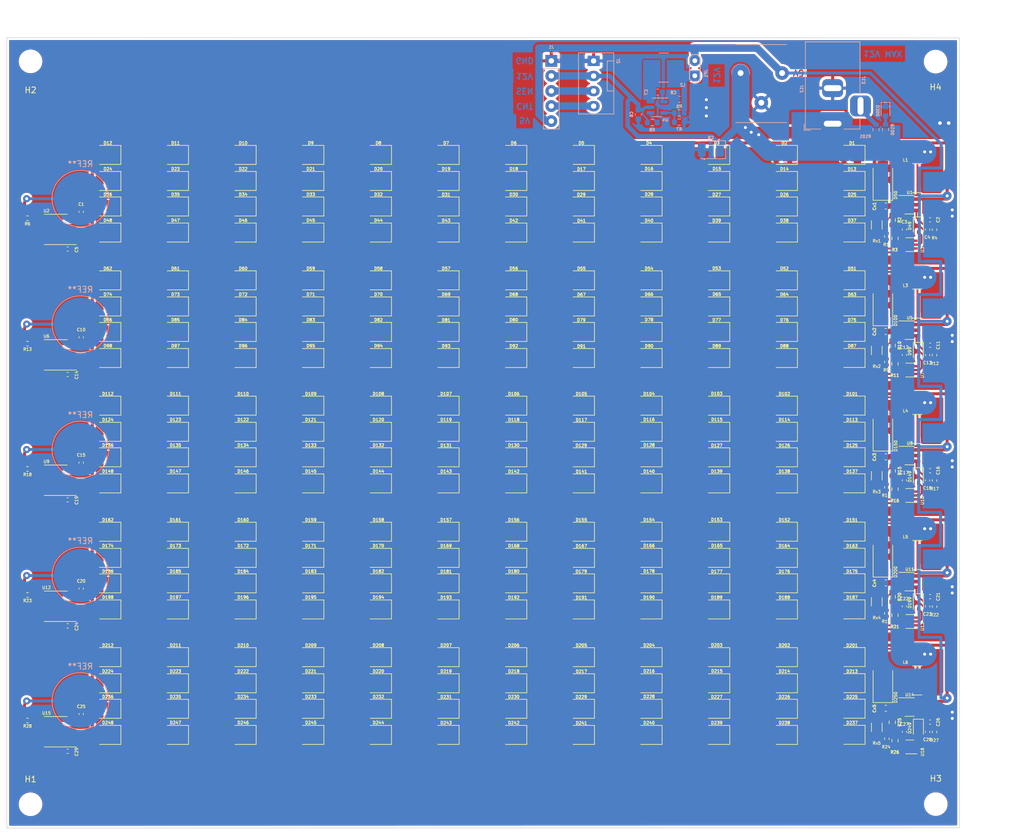
<source format=kicad_pcb>
(kicad_pcb (version 20211014) (generator pcbnew)
  (layers (0 "F.Cu" signal) (31 "B.Cu" signal) (34 "B.Paste" user) (35 "F.Paste" user) (36 "B.SilkS" user "B.Silkscreen") (37 "F.SilkS" user "F.Silkscreen") (38 "B.Mask" user) (39 "F.Mask" user) (44 "Edge.Cuts" user))
  (net 0 "")
  (net 1 "Net-(C4-Pad1)")
  (net 2 "GND")
  (net 3 "+5V")
  (net 4 "Net-(D1-Pad1)")
  (net 5 "Net-(D2-Pad1)")
  (net 6 "Net-(D4-Pad1)")
  (net 7 "Net-(D5-Pad1)")
  (net 8 "Net-(D6-Pad1)")
  (net 9 "Net-(D14-Pad1)")
  (net 10 "Net-(D7-Pad1)")
  (net 11 "Net-(D11-Pad1)")
  (net 12 "Net-(C5-Pad1)")
  (net 13 "Net-(D15-Pad1)")
  (net 14 "Net-(R6-Pad2)")
  (net 16 "Net-(R6-Pad1)")
  (net 17 "Net-(C3-Pad1)")
  (net 18 "Net-(R1-Pad2)")
  (net 20 "Net-(D13-Pad1)")
  (net 21 "Net-(D17-Pad1)")
  (net 22 "Net-(D19-Pad1)")
  (net 23 "Net-(D21-Pad1)")
  (net 24 "Net-(D23-Pad1)")
  (net 25 "Net-(D20-Pad1)")
  (net 26 "Net-(D25-Pad1)")
  (net 27 "Net-(D22-Pad1)")
  (net 28 "Net-(D27-Pad1)")
  (net 29 "Net-(D29-Pad1)")
  (net 30 "Net-(D30-Pad1)")
  (net 31 "Net-(R3-Pad1)")
  (net 32 "Net-(D31-Pad1)")
  (net 33 "Net-(C7-Pad1)")
  (net 34 "Net-(C7-Pad2)")
  (net 35 "Net-(D28-Pad1)")
  (net 36 "Net-(D3-Pad1)")
  (net 37 "Net-(D10-Pad1)")
  (net 38 "Net-(D18-Pad1)")
  (net 39 "Net-(D26-Pad1)")
  (net 40 "Net-(C8-Pad1)")
  (net 41 "Net-(D16-Pad1)")
  (net 42 "Net-(Cx1-Pad1)")
  (net 43 "Net-(D32-Pad1)")
  (net 44 "Net-(D35-Pad1)")
  (net 45 "Net-(D8-Pad1)")
  (net 46 "Net-(D37-Pad1)")
  (net 47 "Net-(D38-Pad1)")
  (net 48 "Net-(D39-Pad1)")
  (net 49 "Net-(D40-Pad1)")
  (net 50 "Net-(D41-Pad1)")
  (net 51 "Net-(D42-Pad1)")
  (net 52 "Net-(D43-Pad1)")
  (net 53 "Net-(D44-Pad1)")
  (net 54 "Net-(D45-Pad1)")
  (net 55 "Net-(D46-Pad1)")
  (net 56 "Net-(D47-Pad1)")
  (net 57 "Net-(D300-Pad2)")
  (net 58 "+12V")
  (net 59 "Net-(J13-Pad3)")
  (net 60 "Net-(D10-Pad2)")
  (net 61 "Net-(D33-Pad1)")
  (net 62 "Net-(D34-Pad1)")
  (net 63 "Net-(D49-Pad2)")
  (net 64 "Net-(D50-Pad2)")
  (net 65 "Net-(D12-Pad1)")
  (net 66 "Net-(R5-Pad2)")
  (net 67 "Net-(R8-Pad1)")
  (net 68 "Net-(J1-Pad3)")
  (net 69 "Net-(J1-Pad4)")
  (footprint "LED_SMD:LED_2835" (layer "F.Cu") (at 201.143464 90.2 180)
    (fp_text reference "D114")
    (fp_text value "660nm")
  )
  (footprint "Capacitor_SMD:C_0603_1608Metric" (layer "F.Cu") (at 218.240207 73.28)
    (fp_text reference "Cx2")
    (fp_text value "22u")
  )
  (footprint "Package_SO:SOIC-8_3.9x4.9mm_P1.27mm" (layer "F.Cu") (at 78.31 119.620946 180)
    (fp_text reference "U12")
    (fp_text value "JL8022W-L")
  )
  (footprint "Package_TO_SOT_SMD:SOT-353_SC-70-5" (layer "F.Cu") (at 222.31 143.330946 180)
    (fp_text reference "U16")
    (fp_text value "74LVC1G04")
  )
  (footprint "LED_SMD:LED_2835" (layer "F.Cu") (at 109.891256 64.664054 180)
    (fp_text reference "D60")
    (fp_text value "660nm")
  )
  (footprint "LED_SMD:LED_2835" (layer "F.Cu") (at 178.330412 120.15 180)
    (fp_text reference "D190")
    (fp_text value "660nm")
  )
  (footprint "LED_SMD:LED_2835" (layer "F.Cu") (at 98.48473 94.5 180)
    (fp_text reference "D135")
    (fp_text value "660nm")
  )
  (footprint "LED_SMD:LED_2835" (layer "F.Cu") (at 189.736938 43.514054 180)
    (fp_text reference "D3")
    (fp_text value "660nm")
  )
  (footprint "LED_SMD:LED_2835" (layer "F.Cu") (at 189.736938 111.45 180)
    (fp_text reference "D165")
    (fp_text value "660nm")
  )
  (footprint "LED_SMD:LED_2835" (layer "F.Cu") (at 144.110834 56.614054 180)
    (fp_text reference "D43")
    (fp_text value "660nm")
  )
  (footprint "Resistor_SMD:R_0603_1608Metric" (layer "F.Cu") (at 219.8 78.74 90)
    (fp_text reference "R11")
    (fp_text value "10k")
  )
  (footprint "LED_SMD:LED_2835" (layer "F.Cu") (at 212.55 111.435946 180)
    (fp_text reference "D163")
    (fp_text value "660nm")
  )
  (footprint "LED_SMD:LED_2835" (layer "F.Cu") (at 121.297782 141.3 180)
    (fp_text reference "D245")
    (fp_text value "660nm")
  )
  (footprint "LED_SMD:LED_2835" (layer "F.Cu") (at 98.48473 52.214054 180)
    (fp_text reference "D35")
    (fp_text value "660nm")
  )
  (footprint "LED_SMD:LED_2835" (layer "F.Cu") (at 121.297782 52.214054 180)
    (fp_text reference "D33")
    (fp_text value "660nm")
  )
  (footprint "Inductor_SMD:L_0530_custom" (layer "F.Cu") (at 223.580207 111.075946 180)
    (fp_text reference "L5")
    (fp_text value "L_Ferrite_Small")
  )
  (footprint "LED_SMD:LED_2835" (layer "F.Cu") (at 178.330412 111.45 180)
    (fp_text reference "D166")
    (fp_text value "660nm")
  )
  (footprint "LED_SMD:LED_2835" (layer "F.Cu") (at 212.55 43.5 180)
    (fp_text reference "D1")
    (fp_text value "660nm")
  )
  (footprint "Capacitor_SMD:C_0402_1005Metric" (layer "F.Cu") (at 80.31 101.670946 180)
    (fp_text reference "C19")
    (fp_text value "10n")
  )
  (footprint "LED_SMD:LED_2835" (layer "F.Cu") (at 98.48473 77.764054 180)
    (fp_text reference "D97")
    (fp_text value "660nm")
  )
  (footprint "Resistor_SMD:R_0402_1005Metric" (layer "F.Cu") (at 73.535 54.185)
    (fp_text reference "R6")
    (fp_text value "5k")
  )
  (footprint "LED_SMD:LED_2835" (layer "F.Cu") (at 144.110834 98.9 180)
    (fp_text reference "D143")
    (fp_text value "660nm")
  )
  (footprint "Capacitor_SMD:C_0402_1005Metric" (layer "F.Cu") (at 225.285 140.790946 -90)
    (fp_text reference "C28")
    (fp_text value "1n")
  )
  (footprint "LED_SMD:LED_2835" (layer "F.Cu") (at 109.891256 77.764054 180)
    (fp_text reference "D96")
    (fp_text value "660nm")
  )
  (footprint "LED_SMD:LED_2835" (layer "F.Cu") (at 201.143464 94.5 180)
    (fp_text reference "D126")
    (fp_text value "660nm")
  )
  (footprint "LED_SMD:LED_2835" (layer "F.Cu") (at 155.51736 85.8 180)
    (fp_text reference "D106")
    (fp_text value "660nm")
  )
  (footprint "LED_SMD:LED_2835" (layer "F.Cu") (at 98.48473 73.364054 180)
    (fp_text reference "D85")
    (fp_text value "660nm")
  )
  (footprint "LED_SMD:LED_2835" (layer "F.Cu") (at 132.704308 47.914054 180)
    (fp_text reference "D20")
    (fp_text value "660nm")
  )
  (footprint "LED_SMD:LED_2835" (layer "F.Cu") (at 87.078204 64.664054 180)
    (fp_text reference "D62")
    (fp_text value "660nm")
  )
  (footprint "LED_SMD:LED_2835" (layer "F.Cu") (at 189.736938 115.75 180)
    (fp_text reference "D177")
    (fp_text value "660nm")
  )
  (footprint "LED_SMD:LED_2835" (layer "F.Cu") (at 98.48473 128.2 180)
    (fp_text reference "D211")
    (fp_text value "660nm")
  )
  (footprint "LED_SMD:LED_2835" (layer "F.Cu") (at 121.297782 115.75 180)
    (fp_text reference "D183")
    (fp_text value "660nm")
  )
  (footprint "LED_SMD:LED_2835" (layer "F.Cu") (at 178.330412 90.2 180)
    (fp_text reference "D116")
    (fp_text value "660nm")
  )
  (footprint "LED_SMD:LED_2835" (layer "F.Cu") (at 155.51736 136.9 180)
    (fp_text reference "D230")
    (fp_text value "660nm")
  )
  (footprint "LED_SMD:LED_2835" (layer "F.Cu") (at 87.078204 56.614054 180)
    (fp_text reference "D48")
    (fp_text value "660nm")
  )
  (footprint "LED_SMD:LED_2835" (layer "F.Cu") (at 166.923886 98.9 180)
    (fp_text reference "D141")
    (fp_text value "660nm")
  )
  (footprint "LED_SMD:LED_2835" (layer "F.Cu") (at 155.51736 56.614054 180)
    (fp_text reference "D42")
    (fp_text value "660nm")
  )
  (footprint "Diode_SMD:D_SOD-323" (layer "F.Cu") (at 223.735 76.62 -90)
    (fp_text reference "D99")
    (fp_text value "1N4148WS")
  )
  (footprint "LED_SMD:LED_2835" (layer "F.Cu") (at 166.923886 77.764054 180)
    (fp_text reference "D91")
    (fp_text value "660nm")
  )
  (footprint "LED_SMD:LED_2835" (layer "F.Cu") (at 109.891256 73.364054 180)
    (fp_text reference "D84")
    (fp_text value "660nm")
  )
  (footprint "Package_TO_SOT_SMD:SOT-23-6" (layer "F.Cu") (at 222.26 51.92)
    (fp_text reference "U1")
    (fp_text value "MT9284")
  )
  (footprint "LED_SMD:LED_2835" (layer "F.Cu") (at 87.078204 136.9 180)
    (fp_text reference "D236")
    (fp_text value "660nm")
  )
  (footprint "LED_SMD:LED_2835" (layer "F.Cu") (at 155.51736 73.364054 180)
    (fp_text reference "D80")
    (fp_text value "660nm")
  )
  (footprint "LED_SMD:LED_2835" (layer "F.Cu") (at 132.704308 85.8 180)
    (fp_text reference "D108")
    (fp_text value "660nm")
  )
  (footprint "LED_SMD:LED_2835" (layer "F.Cu") (at 155.51736 69.064054 180)
    (fp_text reference "D68")
    (fp_text value "660nm")
  )
  (footprint "LED_SMD:LED_2835" (layer "F.Cu") (at 98.48473 98.9 180)
    (fp_text reference "D147")
    (fp_text value "660nm")
  )
  (footprint "Inductor_SMD:L_0530_custom" (layer "F.Cu") (at 223.580207 68.69 180)
    (fp_text reference "L3")
    (fp_text value "L_Ferrite_Small")
  )
  (footprint "LED_SMD:LED_2835" (layer "F.Cu") (at 109.891256 43.514054 180)
    (fp_text reference "D10")
    (fp_text value "660nm")
  )
  (footprint "LED_SMD:LED_2835" (layer "F.Cu") (at 178.330412 128.2 180)
    (fp_text reference "D204")
    (fp_text value "660nm")
  )
  (footprint "LED_SMD:LED_2835" (layer "F.Cu") (at 178.330412 107.05 180)
    (fp_text reference "D154")
    (fp_text value "660nm")
  )
  (footprint "LED_SMD:LED_2835" (layer "F.Cu") (at 166.923886 52.214054 180)
    (fp_text reference "D29")
    (fp_text value "660nm")
  )
  (footprint "LED_SMD:LED_2835" (layer "F.Cu") (at 166.923886 136.9 180)
    (fp_text reference "D229")
    (fp_text value "660nm")
  )
  (footprint "LED_SMD:LED_2835" (layer "F.Cu") (at 166.923886 85.8 180)
    (fp_text reference "D105")
    (fp_text value "660nm")
  )
  (footprint "LED_SMD:LED_2835" (layer "F.Cu") (at 189.736938 94.5 180)
    (fp_text reference "D127")
    (fp_text value "660nm")
  )
  (footprint "LED_SMD:LED_2835" (layer "F.Cu") (at 87.078204 111.45 180)
    (fp_text reference "D174")
    (fp_text value "660nm")
  )
  (footprint "LED_SMD:LED_2835" (layer "F.Cu") (at 87.078204 120.15 180)
    (fp_text reference "D198")
    (fp_text value "660nm")
  )
  (footprint "Resistor_SMD:R_0402_1005Metric" (layer "F.Cu") (at 226.46 56.13 90)
    (fp_text reference "R4")
    (fp_text value "100k")
  )
  (footprint "LED_SMD:LED_2835" (layer "F.Cu") (at 132.704308 56.614054 180)
    (fp_text reference "D44")
    (fp_text value "660nm")
  )
  (footprint "LED_SMD:LED_2835" (layer "F.Cu") (at 121.297782 90.2 180)
    (fp_text reference "D121")
    (fp_text value "660nm")
  )
  (footprint "LED_SMD:LED_2835" (layer "F.Cu") (at 189.736938 132.6 180)
    (fp_text reference "D215")
    (fp_text value "660nm")
  )
  (footprint "LED_SMD:LED_2835" (layer "F.Cu") (at 178.330412 132.6 180)
    (fp_text reference "D216")
    (fp_text value "660nm")
  )
  (footprint "Capacitor_SMD:C_0402_1005Metric" (layer "F.Cu") (at 221.385 77.245 -90)
    (fp_text reference "C12")
    (fp_text value "1u")
  )
  (footprint "LED_SMD:LED_2835" (layer "F.Cu") (at 87.078204 107.05 180)
    (fp_text reference "D162")
    (fp_text value "660nm")
  )
  (footprint "Package_SO:SOIC-8_3.9x4.9mm_P1.27mm" (layer "F.Cu") (at 78.31 56.085 180)
    (fp_text reference "U2")
    (fp_text value "JL8022W-L")
  )
  (footprint "LED_SMD:LED_2835" (layer "F.Cu") (at 201.143464 115.75 180)
    (fp_text reference "D176")
    (fp_text value "660nm")
  )
  (footprint "LED_SMD:LED_2835" (layer "F.Cu") (at 155.51736 120.15 180)
    (fp_text reference "D192")
    (fp_text value "660nm")
  )
  (footprint "Resistor_SMD:R_0402_1005Metric" (layer "F.Cu") (at 226.46 140.815946 90)
    (fp_text reference "R27")
    (fp_text value "100k")
  )
  (footprint "LED_SMD:LED_2835" (layer "F.Cu") (at 212.55 132.585946 180)
    (fp_text reference "D213")
    (fp_text value "660nm")
  )
  (footprint "LED_SMD:LED_2835" (layer "F.Cu") (at 155.51736 128.2 180)
    (fp_text reference "D206")
    (fp_text value "660nm")
  )
  (footprint "Resistor_SMD:R_0402_1005Metric" (layer "F.Cu") (at 218.43 141.955946 90)
    (fp_text reference "R24")
    (fp_text value "5k")
  )
  (footprint "LED_SMD:LED_2835" (layer "F.Cu") (at 189.736938 47.914054 180)
    (fp_text reference "D15")
    (fp_text value "660nm")
  )
  (footprint "LED_SMD:LED_2835" (layer "F.Cu") (at 189.736938 141.3 180)
    (fp_text reference "D239")
    (fp_text value "660nm")
  )
  (footprint "Capacitor_SMD:C_0402_1005Metric" (layer "F.Cu") (at 225.285 77.255 -90)
    (fp_text reference "C13")
    (fp_text value "1n")
  )
  (footprint "LED_SMD:LED_2835" (layer "F.Cu") (at 121.297782 85.8 180)
    (fp_text reference "D109")
    (fp_text value "660nm")
  )
  (footprint "LED_SMD:LED_2835" (layer "F.Cu") (at 98.48473 120.15 180)
    (fp_text reference "D197")
    (fp_text value "660nm")
  )
  (footprint "LED_SMD:LED_2835" (layer "F.Cu") (at 144.110834 136.9 180)
    (fp_text reference "D231")
    (fp_text value "660nm")
  )
  (footprint "LED_SMD:LED_2835" (layer "F.Cu") (at 166.923886 132.6 180)
    (fp_text reference "D217")
    (fp_text value "660nm")
  )
  (footprint "Inductor_SMD:L_0530_custom" (layer "F.Cu") (at 223.580207 132.225946 180)
    (fp_text reference "L6")
    (fp_text value "L_Ferrite_Small")
  )
  (footprint "Resistor_SMD:R_0603_1608Metric" (layer "F.Cu") (at 219.33 75.65 -90)
    (fp_text reference "R10")
    (fp_text value "10k")
  )
  (footprint "LED_SMD:LED_2835" (layer "F.Cu") (at 155.51736 90.2 180)
    (fp_text reference "D118")
    (fp_text value "660nm")
  )
  (footprint "LED_SMD:LED_2835" (layer "F.Cu") (at 212.55 136.885946 180)
    (fp_text reference "D225")
    (fp_text value "660nm")
  )
  (footprint "MountingHole:MountingHole_3.2mm_M3" (layer "F.Cu") (at 226.640104 27.789054)
    (fp_text reference "H4")
    (fp_text value "MountingHole")
  )
  (footprint "LED_SMD:LED_2835" (layer "F.Cu") (at 109.891256 85.8 180)
    (fp_text reference "D110")
    (fp_text value "660nm")
  )
  (footprint "LED_SMD:LED_2835" (layer "F.Cu") (at 87.078204 94.5 180)
    (fp_text reference "D136")
    (fp_text value "660nm")
  )
  (footprint "LED_SMD:LED_2835" (layer "F.Cu") (at 178.330412 77.764054 180)
    (fp_text reference "D90")
    (fp_text value "660nm")
  )
  (footprint "LED_SMD:LED_2835" (layer "F.Cu") (at 98.48473 56.614054 180)
    (fp_text reference "D47")
    (fp_text value "660nm")
  )
  (footprint "Capacitor_SMD:C_0402_1005Metric" (layer "F.Cu") (at 225.72 96.745946)
    (fp_text reference "C16")
    (fp_text value "22u")
  )
  (footprint "LED_SMD:LED_2835" (layer "F.Cu") (at 178.330412 85.8 180)
    (fp_text reference "D104")
    (fp_text value "660nm")
  )
  (footprint "LED_SMD:LED_2835" (layer "F.Cu") (at 155.51736 52.214054 180)
    (fp_text reference "D30")
    (fp_text value "660nm")
  )
  (footprint "LED_SMD:LED_2835" (layer "F.Cu") (at 121.297782 77.764054 180)
    (fp_text reference "D95")
    (fp_text value "660nm")
  )
  (footprint "LED_SMD:LED_2835" (layer "F.Cu") (at 178.330412 52.214054 180)
    (fp_text reference "D28")
    (fp_text value "660nm")
  )
  (footprint "LED_SMD:LED_2835" (layer "F.Cu") (at 132.704308 77.764054 180)
    (fp_text reference "D94")
    (fp_text value "660nm")
  )
  (footprint "MountingHole:MountingHole_3.2mm_M3" (layer "F.Cu") (at 74.05 153)
    (fp_text reference "H1")
    (fp_text value "MountingHole")
  )
  (footprint "LED_SMD:LED_2835" (layer "F.Cu") (at 178.330412 64.664054 180)
    (fp_text reference "D54")
    (fp_text value "660nm")
  )
  (footprint "LED_SMD:LED_2835" (layer "F.Cu") (at 201.143464 111.45 180)
    (fp_text reference "D164")
    (fp_text value "660nm")
  )
  (footprint "Capacitor_SMD:C_0603_1608Metric" (layer "F.Cu") (at 218.240207 115.665946)
    (fp_text reference "Cx4")
    (fp_text value "22u")
  )
  (footprint "LED_SMD:LED_2835" (layer "F.Cu") (at 212.55 94.485946 180)
    (fp_text reference "D125")
    (fp_text value "660nm")
  )
  (footprint "LED_SMD:LED_2835" (layer "F.Cu") (at 144.110834 90.2 180)
    (fp_text reference "D119")
    (fp_text value "660nm")
  )
  (footprint "LED_SMD:LED_2835" (layer "F.Cu") (at 212.55 107.035946 180)
    (fp_text reference "D151")
    (fp_text value "660nm")
  )
  (footprint "LED_SMD:LED_2835" (layer "F.Cu") (at 132.704308 132.6 180)
    (fp_text reference "D220")
    (fp_text value "660nm")
  )
  (footprint "LED_SMD:LED_2835" (layer "F.Cu") (at 178.330412 69.064054 180)
    (fp_text reference "D66")
    (fp_text value "660nm")
  )
  (footprint "Capacitor_SMD:C_0402_1005Metric" (layer "F.Cu") (at 80.31 144.070946 180)
    (fp_text reference "C29")
    (fp_text value "10n")
  )
  (footprint "Capacitor_SMD:C_0402_1005Metric" (layer "F.Cu") (at 225.285 98.390946 -90)
    (fp_text reference "C18")
    (fp_text value "1n")
  )
  (footprint "LED_SMD:LED_2835" (layer "F.Cu") (at 121.297782 120.15 180)
    (fp_text reference "D195")
    (fp_text value "660nm")
  )
  (footprint "LED_SMD:LED_2835" (layer "F.Cu") (at 155.51736 141.3 180)
    (fp_text reference "D242")
    (fp_text value "660nm")
  )
  (footprint "LED_SMD:LED_2835" (layer "F.Cu") (at 109.891256 56.614054 180)
    (fp_text reference "D46")
    (fp_text value "660nm")
  )
  (footprint "LED_SMD:LED_2835" (layer "F.Cu") (at 201.143464 52.214054 180)
    (fp_text reference "D26")
    (fp_text value "660nm")
  )
  (footprint "LED_SMD:LED_2835" (layer "F.Cu") (at 166.923886 64.664054 180)
    (fp_text reference "D55")
    (fp_text value "660nm")
  )
  (footprint "LED_SMD:LED_2835" (layer "F.Cu") (at 109.891256 141.3 180)
    (fp_text reference "D246")
    (fp_text value "660nm")
  )
  (footprint "Package_TO_SOT_SMD:SOT-23-6" (layer "F.Cu") (at 222.26 115.455946)
    (fp_text reference "U11")
    (fp_text value "MT9284")
  )
  (footprint "Diode_SMD:D_SOD-323" (layer "F.Cu") (at 223.735 140.155946 -90)
    (fp_text reference "D249")
    (fp_text value "1N4148WS")
  )
  (footprint "LED_SMD:LED_2835" (layer "F.Cu") (at 109.891256 52.214054 180)
    (fp_text reference "D34")
    (fp_text value "660nm")
  )
  (footprint "Package_TO_SOT_SMD:SOT-23-6" (layer "F.Cu") (at 222.26 73.07)
    (fp_text reference "U5")
    (fp_text value "MT9284")
  )
  (footprint "Package_TO_SOT_SMD:SOT-353_SC-70-5" (layer "F.Cu") (at 222.31 100.930946 180)
    (fp_text reference "U10")
    (fp_text value "74LVC1G04")
  )
  (footprint "LED_SMD:LED_2835" (layer "F.Cu") (at 212.55 128.185946 180)
    (fp_text reference "D201")
    (fp_text value "660nm")
  )
  (footprint "LED_SMD:LED_2835" (layer "F.Cu") (at 121.297782 73.364054 180)
    (fp_text reference "D83")
    (fp_text value "660nm")
  )
  (footprint "MountingHole:MountingHole_3.2mm_M3" (layer "F.Cu") (at 74.05 27.75)
    (fp_text reference "H2")
    (fp_text value "MountingHole")
  )
  (footprint "LED_SMD:LED_2835" (layer "F.Cu") (at 144.110834 43.514054 180)
    (fp_text reference "D7")
    (fp_text value "660nm")
  )
  (footprint "Package_SO:SOIC-8_3.9x4.9mm_P1.27mm" (layer "F.Cu") (at 78.31 140.770946 180)
    (fp_text reference "U15")
    (fp_text value "JL8022W-L")
  )
  (footprint "LED_SMD:LED_2835" (layer "F.Cu") (at 178.330412 98.9 180)
    (fp_text reference "D140")
    (fp_text value "660nm")
  )
  (footprint "Capacitor_SMD:C_0603_1608Metric" (layer "F.Cu") (at 218.240207 136.815946)
    (fp_text reference "Cx5")
    (fp_text value "22u")
  )
  (footprint "LED_SMD:LED_2835" (layer "F.Cu") (at 132.704308 141.3 180)
    (fp_text reference "D244")
    (fp_text value "660nm")
  )
  (footprint "Resistor_SMD:R_0402_1005Metric" (layer "F.Cu") (at 73.535 138.870946)
    (fp_text reference "R28")
    (fp_text value "5k")
  )
  (footprint "LED_SMD:LED_2835" (layer "F.Cu") (at 98.48473 107.05 180)
    (fp_text reference "D161")
    (fp_text value "660nm")
  )
  (footprint "Capacitor_SMD:C_0402_1005Metric" (layer "F.Cu") (at 225.72 139.145946)
    (fp_text reference "C26")
    (fp_text value "22u")
  )
  (footprint "Package_TO_SOT_SMD:SOT-353_SC-70-5" (layer "F.Cu") (at 222.31 122.180946 180)
    (fp_text reference "U13")
    (fp_text value "74LVC1G04")
  )
  (footprint "Capacitor_SMD:C_0402_1005Metric" (layer "F.Cu") (at 225.72 54.46)
    (fp_text reference "C2")
    (fp_text value "22u")
  )
  (footprint "Capacitor_SMD:C_0402_1005Metric" (layer "F.Cu") (at 80.31 80.535 180)
    (fp_text reference "C14")
    (fp_text value "10n")
  )
  (footprint "Capacitor_SMD:C_0402_1005Metric" (layer "F.Cu") (at 80.31 122.920946 180)
    (fp_text reference "C24")
    (fp_text value "10n")
  )
  (footprint "LED_SMD:LED_2835" (layer "F.Cu") (at 166.923886 94.5 180)
    (fp_text reference "D129")
    (fp_text value "660nm")
  )
  (footprint "LED_SMD:LED_2835" (layer "F.Cu") (at 132.704308 115.75 180)
    (fp_text reference "D182")
    (fp_text value "660nm")
  )
  (footprint "LED_SMD:LED_2835" (layer "F.Cu") (at 121.297782 64.664054 180)
    (fp_text reference "D59")
    (fp_text value "660nm")
  )
  (footprint "Resistor_SMD:R_0603_1608Metric" (layer "F.Cu") (at 219.8 121.125946 90)
    (fp_text reference "R21")
    (fp_text value "10k")
  )
  (footprint "Resistor_SMD:R_1206_3216Metric" (layer "F.Cu") (at 216.72 97.615946 -90)
    (fp_text reference "Rx3")
    (fp_text value "100m")
  )
  (footprint "LED_SMD:LED_2835" (layer "F.Cu") (at 87.078204 115.75 180)
    (fp_text reference "D186")
    (fp_text value "660nm")
  )
  (footprint "LED_SMD:LED_2835" (layer "F.Cu") (at 87.078204 141.3 180)
    (fp_text reference "D248")
    (fp_text value "660nm")
  )
  (footprint "LED_SMD:LED_2835" (layer "F.Cu") (at 132.704308 120.15 180)
    (fp_text reference "D194")
    (fp_text value "660nm")
  )
  (footprint "LED_SMD:LED_2835" (layer "F.Cu") (at 212.55 73.35 180)
    (fp_text reference "D75")
    (fp_text value "660nm")
  )
  (footprint "LED_SMD:LED_2835" (layer "F.Cu") (at 87.078204 98.9 180)
    (fp_text reference "D148")
    (fp_text value "660nm")
  )
  (footprint "LED_SMD:LED_2835" (layer "F.Cu") (at 201.143464 132.6 180)
    (fp_text reference "D214")
    (fp_text value "660nm")
  )
  (footprint "LED_SMD:LED_2835" (layer "F.Cu") (at 155.51736 98.9 180)
    (fp_text reference "D142")
    (fp_text value "660nm")
  )
  (footprint "Resistor_SMD:R_0402_1005Metric" (layer "F.Cu") (at 226.46 98.415946 90)
    (fp_text reference "R17")
    (fp_text value "100k")
  )
  (footprint "LED_SMD:LED_2835" (layer "F.Cu") (at 109.891256 107.05 180)
    (fp_text reference "D160")
    (fp_text value "660nm")
  )
  (footprint "Package_TO_SOT_SMD:SOT-23-6" (layer "F.Cu") (at 222.26 136.605946)
    (fp_text reference "U14")
    (fp_text value "MT9284")
  )
  (footprint "LED_SMD:LED_2835" (layer "F.Cu") (at 155.51736 132.6 180)
    (fp_text reference "D218")
    (fp_text value "660nm")
  )
  (footprint "LED_SMD:LED_2835" (layer "F.Cu") (at 121.297782 98.9 180)
    (fp_text reference "D145")
    (fp_text value "660nm")
  )
  (footprint "LED_SMD:LED_2835" (layer "F.Cu") (at 144.110834 94.5 180)
    (fp_text reference "D131")
    (fp_text value "660nm")
  )
  (footprint "LED_SMD:LED_2835" (layer "F.Cu") (at 212.55 77.75 180)
    (fp_text reference "D87")
    (fp_text value "660nm")
  )
  (footprint "LED_SMD:LED_2835" (layer "F.Cu") (at 109.891256 132.6 180)
    (fp_text reference "D222")
    (fp_text value "660nm")
  )
  (footprint "LED_SMD:LED_2835" (layer "F.Cu") (at 121.297782 128.2 180)
    (fp_text reference "D209")
    (fp_text value "660nm")
  )
  (footprint "LED_SMD:LED_2835" (layer "F.Cu") (at 132.704308 98.9 180)
    (fp_text reference "D144")
    (fp_text value "660nm")
  )
  (footprint "LED_SMD:LED_2835" (layer "F.Cu") (at 178.330412 56.614054 180)
    (fp_text reference "D40")
    (fp_text value "660nm")
  )
  (footprint "Package_SO:SOIC-8_3.9x4.9mm_P1.27mm" (layer "F.Cu") (at 78.31 77.235 180)
    (fp_text reference "U6")
    (fp_text value "JL8022W-L")
  )
  (footprint "Diode_SMD:D_SMA" (layer "F.Cu") (at 217.76 68.92 90)
    (fp_text reference "D100")
    (fp_text value "SS14")
  )
  (footprint "Resistor_SMD:R_1206_3216Metric" (layer "F.Cu") (at 216.72 118.865946 -90)
    (fp_text reference "Rx4")
    (fp_text value "100m")
  )
  (footprint "LED_SMD:LED_2835" (layer "F.Cu") (at 189.736938 120.15 180)
    (fp_text reference "D189")
    (fp_text value "660nm")
  )
  (footprint "LED_SMD:LED_2835" (layer "F.Cu") (at 144.110834 77.764054 180)
    (fp_text reference "D93")
    (fp_text value "660nm")
  )
  (footprint "LED_SMD:LED_2835" (layer "F.Cu") (at 144.110834 132.6 180)
    (fp_text reference "D219")
    (fp_text value "660nm")
  )
  (footprint "LED_SMD:LED_2835" (layer "F.Cu") (at 144.110834 115.75 180)
    (fp_text reference "D181")
    (fp_text value "660nm")
  )
  (footprint "LED_SMD:LED_2835" (layer "F.Cu") (at 178.330412 43.514054 180)
    (fp_text reference "D4")
    (fp_text value "660nm")
  )
  (footprint "LED_SMD:LED_2835" (layer "F.Cu") (at 212.55 90.185946 180)
    (fp_text reference "D113")
    (fp_text value "660nm")
  )
  (footprint "Resistor_SMD:R_1206_3216Metric" (layer "F.Cu") (at 216.72 55.33 -90)
    (fp_text reference "Rx1")
    (fp_text value "100m")
  )
  (footprint "LED_SMD:LED_2835" (layer "F.Cu") (at 189.736938 90.2 180)
    (fp_text reference "D115")
    (fp_text value "660nm")
  )
  (footprint "Package_TO_SOT_SMD:SOT-23-6" (layer "F.Cu") (at 222.26 94.205946)
    (fp_text reference "U8")
    (fp_text value "MT9284")
  )
  (footprint "MountingHole:MountingHole_3.2mm_M3" (layer "F.Cu") (at 226.675 152.967973)
    (fp_text reference "H3")
    (fp_text value "MountingHole")
  )
  (footprint "LED_SMD:LED_2835" (layer "F.Cu") (at 144.110834 64.664054 180)
    (fp_text reference "D57")
    (fp_text value "660nm")
  )
  (footprint "LED_SMD:LED_2835" (layer "F.Cu") (at 189.736938 77.764054 180)
    (fp_text reference "D89")
    (fp_text value "660nm")
  )
  (footprint "LED_SMD:LED_2835" (layer "F.Cu") (at 189.736938 56.614054 180)
    (fp_text reference "D39")
    (fp_text value "660nm")
  )
  (footprint "LED_SMD:LED_2835" (layer "F.Cu") (at 132.704308 52.214054 180)
    (fp_text reference "D32")
    (fp_text value "660nm")
  )
  (footprint "LED_SMD:LED_2835" (layer "F.Cu") (at 121.297782 47.914054 180)
    (fp_text reference "D21")
    (fp_text value "660nm")
  )
  (footprint "Package_TO_SOT_SMD:SOT-353_SC-70-5" (layer "F.Cu") (at 222.31 58.645 180)
    (fp_text reference "U3")
    (fp_text value "74LVC1G04")
  )
  (footprint "LED_SMD:LED_2835" (layer "F.Cu") (at 166.923886 69.064054 180)
    (fp_text reference "D67")
    (fp_text value "660nm")
  )
  (footprint "Resistor_SMD:R_0603_1608Metric" (layer "F.Cu") (at 219.33 96.785946 -90)
    (fp_text reference "R15")
    (fp_text value "10k")
  )
  (footprint "LED_SMD:LED_2835" (layer "F.Cu") (at 201.143464 98.9 180)
    (fp_text reference "D138")
    (fp_text value "660nm")
  )
  (footprint "Resistor_SMD:R_0402_1005Metric" (layer "F.Cu") (at 226.46 77.28 90)
    (fp_text reference "R12")
    (fp_text value "100k")
  )
  (footprint "LED_SMD:LED_2835" (layer "F.Cu") (at 212.55 120.135946 180)
    (fp_text reference "D187")
    (fp_text value "660nm")
  )
  (footprint "LED_SMD:LED_2835" (layer "F.Cu") (at 144.110834 107.05 180)
    (fp_text reference "D157")
    (fp_text value "660nm")
  )
  (footprint "LED_SMD:LED_2835" (layer "F.Cu") (at 144.110834 47.914054 180)
    (fp_text reference "D19")
    (fp_text value "660nm")
  )
  (footprint "Capacitor_SMD:C_0402_1005Metric" (layer "F.Cu") (at 225.285 56.105 -90)
    (fp_text reference "C4")
    (fp_text value "1n")
  )
  (footprint "LED_SMD:LED_2835" (layer "F.Cu") (at 178.330412 73.364054 180)
    (fp_text reference "D78")
    (fp_text value "660nm")
  )
  (footprint "LED_SMD:LED_2835" (layer "F.Cu") (at 132.704308 64.664054 180)
    (fp_text reference "D58")
    (fp_text value "660nm")
  )
  (footprint "LED_SMD:LED_2835" (layer "F.Cu") (at 201.143464 128.2 180)
    (fp_text reference "D202")
    (fp_text value "660nm")
  )
  (footprint "LED_SMD:LED_2835" (layer "F.Cu") (at 87.078204 52.214054 180)
    (fp_text reference "D36")
    (fp_text value "660nm")
  )
  (footprint "LED_SMD:LED_2835" (layer "F.Cu") (at 212.55 52.2 180)
    (fp_text reference "D25")
    (fp_text value "660nm")
  )
  (footprint "LED_SMD:LED_2835" (layer "F.Cu") (at 121.297782 136.9 180)
    (fp_text reference "D233")
    (fp_text value "660nm")
  )
  (footprint "LED_SMD:LED_2835" (layer "F.Cu") (at 144.110834 73.364054 180)
    (fp_text reference "D81")
    (fp_text value "660nm")
  )
  (footprint "LED_SMD:LED_2835" (layer "F.Cu") (at 87.078204 73.364054 180)
    (fp_text reference "D86")
    (fp_text value "660nm")
  )
  (footprint "Resistor_SMD:R_0402_1005Metric" (layer "F.Cu") (at 218.43 78.42 90)
    (fp_text reference "R9")
    (fp_text value "5k")
  )
  (footprint "LED_SMD:LED_2835" (layer "F.Cu") (at 144.110834 52.214054 180)
    (fp_text reference "D31")
    (fp_text value "660nm")
  )
  (footprint "LED_SMD:LED_2835" (layer "F.Cu") (at 189.736938 64.664054 180)
    (fp_text reference "D53")
    (fp_text value "660nm")
  )
  (footprint "LED_SMD:LED_2835" (layer "F.Cu") (at 212.55 141.285946 180)
    (fp_text reference "D237")
    (fp_text value "660nm")
  )
  (footprint "LED_SMD:LED_2835" (layer "F.Cu") (at 201.143464 85.8 180)
    (fp_text reference "D102")
    (fp_text value "660nm")
  )
  (footprint "LED_SMD:LED_2835" (layer "F.Cu") (at 166.923886 120.15 180)
    (fp_text reference "D191")
    (fp_text value "660nm")
  )
  (footprint "LED_SMD:LED_2835" (layer "F.Cu") (at 98.48473 47.914054 180)
    (fp_text reference "D23")
    (fp_text value "660nm")
  )
  (footprint "LED_SMD:LED_2835" (layer "F.Cu") (at 166.923886 141.3 180)
    (fp_text reference "D241")
    (fp_text value "660nm")
  )
  (footprint "LED_SMD:LED_2835" (layer "F.Cu") (at 132.704308 107.05 180)
    (fp_text reference "D158")
    (fp_text value "660nm")
  )
  (footprint "Capacitor_SMD:C_0402_1005Metric" (layer "F.Cu") (at 82.585 74.26 90)
    (fp_text reference "C10")
    (fp_text value "1u")
  )
  (footprint "LED_SMD:LED_2835" (layer "F.Cu") (at 87.078204 90.2 180)
    (fp_text reference "D124")
    (fp_text value "660nm")
  )
  (footprint "Resistor_SMD:R_0603_1608Metric" (layer "F.Cu") (at 219.8 99.875946 90)
    (fp_text reference "R16")
    (fp_text value "10k")
  )
  (footprint "Inductor_SMD:L_0530_custom" (layer "F.Cu") (at 223.580207 47.54 180)
    (fp_text reference "L1")
    (fp_text value "L_Ferrite_Small")
  )
  (footprint "LED_SMD:LED_2835" (layer "F.Cu") (at 87.078204 128.2 180)
    (fp_text reference "D212")
    (fp_text value "660nm")
  )
  (footprint "LED_SMD:LED_2835" (layer "F.Cu") (at 155.51736 77.764054 180)
    (fp_text reference "D92")
    (fp_text value "660nm")
  )
  (footprint "LED_SMD:LED_2835" (layer "F.Cu") (at 87.078204 69.064054 180)
    (fp_text reference "D74")
    (fp_text value "660nm")
  )
  (footprint "LED_SMD:LED_2835" (layer "F.Cu") (at 201.143464 56.614054 180)
    (fp_text reference "D38")
    (fp_text value "660nm")
  )
  (footprint "LED_SMD:LED_2835" (layer "F.Cu") (at 178.330412 94.5 180)
    (fp_text reference "D128")
    (fp_text value "660nm")
  )
  (footprint "Resistor_SMD:R_0402_1005Metric" (layer "F.Cu") (at 226.46 119.665946 90)
    (fp_text reference "R22")
    (fp_text value "100k")
  )
  (footprint "Resistor_SMD:R_0402_1005Metric" (layer "F.Cu") (at 73.535 96.470946)
    (fp_text reference "R18")
    (fp_text value "5k")
  )
  (footprint "LED_SMD:LED_2835" (layer "F.Cu") (at 189.736938 73.364054 180)
    (fp_text reference "D77")
    (fp_text value "660nm")
  )
  (footprint "LED_SMD:LED_2835" (layer "F.Cu") (at 87.078204 85.8 180)
    (fp_text reference "D112")
    (fp_text value "660nm")
  )
  (footprint "LED_SMD:LED_2835" (layer "F.Cu") (at 144.110834 128.2 180)
    (fp_text reference "D207")
    (fp_text value "660nm")
  )
  (footprint "LED_SMD:LED_2835" (layer "F.Cu") (at 178.330412 136.9 180)
    (fp_text reference "D228")
    (fp_text value "660nm")
  )
  (footprint "LED_SMD:LED_2835" (layer "F.Cu") (at 201.143464 47.914054 180)
    (fp_text reference "D14")
    (fp_text value "660nm")
  )
  (footprint "LED_SMD:LED_2835" (layer "F.Cu") (at 212.55 85.785946 180)
    (fp_text reference "D101")
    (fp_text value "660nm")
  )
  (footprint "LED_SMD:LED_2835" (layer "F.Cu") (at 98.48473 132.6 180)
    (fp_text reference "D223")
    (fp_text value "660nm")
  )
  (footprint "LED_SMD:LED_2835" (layer "F.Cu") (at 201.143464 64.664054 180)
    (fp_text reference "D52")
    (fp_text value "660nm")
  )
  (footprint "Capacitor_SMD:C_0603_1608Metric" (layer "F.Cu") (at 218.240207 94.415946)
    (fp_text reference "Cx3")
    (fp_text value "22u")
  )
  (footprint "Resistor_SMD:R_0402_1005Metric" (layer "F.Cu") (at 73.535 117.720946)
    (fp_text reference "R23")
    (fp_text value "5k")
  )
  (footprint "Resistor_SMD:R_0402_1005Metric" (layer "F.Cu") (at 218.43 120.805946 90)
    (fp_text reference "R19")
    (fp_text value "5k")
  )
  (footprint "LED_SMD:LED_2835" (layer "F.Cu") (at 201.143464 43.514054 180)
    (fp_text reference "D2")
    (fp_text value "660nm")
  )
  (footprint "LED_SMD:LED_2835" (layer "F.Cu") (at 189.736938 85.8 180)
    (fp_text reference "D103")
    (fp_text value "660nm")
  )
  (footprint "LED_SMD:LED_2835" (layer "F.Cu") (at 132.704308 128.2 180)
    (fp_text reference "D208")
    (fp_text value "660nm")
  )
  (footprint "LED_SMD:LED_2835" (layer "F.Cu") (at 144.110834 120.15 180)
    (fp_text reference "D193")
    (fp_text value "660nm")
  )
  (footprint "LED_SMD:LED_2835" (layer "F.Cu") (at 87.078204 43.514054 180)
    (fp_text reference "D12")
    (fp_text value "660nm")
  )
  (footprint "Resistor_SMD:R_0603_1608Metric" (layer "F.Cu") (at 219.33 118.035946 -90)
    (fp_text reference "R20")
    (fp_text value "10k")
  )
  (footprint "LED_SMD:LED_2835" (layer "F.Cu") (at 166.923886 47.914054 180)
    (fp_text reference "D17")
    (fp_text value "660nm")
  )
  (footprint "Resistor_SMD:R_1206_3216Metric" (layer "F.Cu") (at 216.72 76.48 -90)
    (fp_text reference "Rx2")
    (fp_text value "100m")
  )
  (footprint "LED_SMD:LED_2835" (layer "F.Cu") (at 189.736938 69.064054 180)
    (fp_text reference "D65")
    (fp_text value "660nm")
  )
  (footprint "LED_SMD:LED_2835" (layer "F.Cu") (at 98.48473 90.2 180)
    (fp_text reference "D123")
    (fp_text value "660nm")
  )
  (footprint "Capacitor_SMD:C_0402_1005Metric" (layer "F.Cu") (at 225.285 119.640946 -90)
    (fp_text reference "C23")
    (fp_text value "1n")
  )
  (footprint "LED_SMD:LED_2835" (layer "F.Cu") (at 201.143464 69.064054 180)
    (fp_text reference "D64")
    (fp_text value "660nm")
  )
  (footprint "LED_SMD:LED_2835" (layer "F.Cu") (at 166.923886 90.2 180)
    (fp_text reference "D117")
    (fp_text value "660nm")
  )
  (footprint "Package_SO:SOIC-8_3.9x4.9mm_P1.27mm" (layer "F.Cu") (at 78.31 98.370946 180)
    (fp_text reference "U9")
    (fp_text value "JL8022W-L")
  )
  (footprint "LED_SMD:LED_2835" (layer "F.Cu") (at 155.51736 94.5 180)
    (fp_text reference "D130")
    (fp_text value "660nm")
  )
  (footprint "LED_SMD:LED_2835" (layer "F.Cu") (at 109.891256 47.914054 180)
    (fp_text reference "D22")
    (fp_text value "660nm")
  )
  (footprint "LED_SMD:LED_2835" (layer "F.Cu") (at 155.51736 115.75 180)
    (fp_text reference "D180")
    (fp_text value "660nm")
  )
  (footprint "LED_SMD:LED_2835" (layer "F.Cu") (at 201.143464 107.05 180)
    (fp_text reference "D152")
    (fp_text value "660nm")
  )
  (footprint "Diode_SMD:D_SMA" (layer "F.Cu") (at 217.76 132.455946 90)
    (fp_text reference "D250")
    (fp_text value "SS14")
  )
  (footprint "LED_SMD:LED_2835" (layer "F.Cu") (at 98.48473 69.064054 180)
    (fp_text reference "D73")
    (fp_text value "660nm")
  )
  (footprint "Diode_SMD:D_SMA" (layer "F.Cu") (at 217.76 47.77 90)
    (fp_text reference "D50")
    (fp_text value "SS14")
  )
  (footprint "Capacitor_SMD:C_0402_1005Metric" (layer "F.Cu") (at 82.585 53.11 90)
    (fp_text reference "C1")
    (fp_text value "1u")
  )
  (footprint "Resistor_SMD:R_0603_1608Metric" (layer "F.Cu") (at 219.33 54.5 -90)
    (fp_text reference "R2")
    (fp_text value "10k")
  )
  (footprint "LED_SMD:LED_2835" (layer "F.Cu") (at 178.330412 115.75 180)
    (fp_text reference "D178")
    (fp_text value "660nm")
  )
  (footprint "LED_SMD:LED_2835" (layer "F.Cu") (at 178.330412 47.914054 180)
    (fp_text reference "D16")
    (fp_text value "660nm")
  )
  (footprint "LED_SMD:LED_2835" (layer "F.Cu") (at 109.891256 69.064054 180)
    (fp_text reference "D72")
    (fp_text value "660nm")
  )
  (footprint "LED_SMD:LED_2835" (layer "F.Cu") (at 189.736938 107.05 180)
    (fp_text reference "D153")
    (fp_text value "660nm")
  )
  (footprint "Resistor_SMD:R_0402_1005Metric" (layer "F.Cu") (at 218.43 57.27 90)
    (fp_text reference "R1")
    (fp_text value "5k")
  )
  (footprint "LED_SMD:LED_2835" (layer "F.Cu") (at 201.143464 141.3 180)
    (fp_text reference "D238")
    (fp_text value "660nm")
  )
  (footprint "LED_SMD:LED_2835" (layer "F.Cu") (at 212.55 98.885946 180)
    (fp_text reference "D137")
    (fp_text value "660nm")
  )
  (footprint "Capacitor_SMD:C_0402_1005Metric" (layer "F.Cu") (at 221.385 98.380946 -90)
    (fp_text reference "C17")
    (fp_text value "1u")
  )
  (footprint "LED_SMD:LED_2835" (layer "F.Cu") (at 109.891256 90.2 180)
    (fp_text reference "D122")
    (fp_text value "660nm")
  )
  (footprint "LED_SMD:LED_2835" (layer "F.Cu") (at 155.51736 47.914054 180)
    (fp_text reference "D18")
    (fp_text value "660nm")
  )
  (footprint "LED_SMD:LED_2835" (layer "F.Cu") (at 121.297782 43.514054 180)
    (fp_text reference "D9")
    (fp_text value "660nm")
  )
  (footprint "LED_SMD:LED_2835" (layer "F.Cu") (at 212.55 64.65 180)
    (fp_text reference "D51")
    (fp_text value "660nm")
  )
  (footprint "LED_SMD:LED_2835" (layer "F.Cu") (at 121.297782 69.064054 180)
    (fp_text reference "D71")
    (fp_text value "660nm")
  )
  (footprint "LED_SMD:LED_2835" (layer "F.Cu") (at 189.736938 98.9 180)
    (fp_text reference "D139")
    (fp_text value "660nm")
  )
  (footprint "LED_SMD:LED_2835" (layer "F.Cu") (at 98.48473 64.664054 180)
    (fp_text reference "D61")
    (fp_text value "660nm")
  )
  (footprint "Resistor_SMD:R_0402_1005Metric" (layer "F.Cu") (at 218.43 99.555946 90)
    (fp_text reference "R14")
    (fp_text value "5k")
  )
  (footprint "LED_SMD:LED_2835" (layer "F.Cu") (at 132.704308 94.5 180)
    (fp_text reference "D132")
    (fp_text value "660nm")
  )
  (footprint "LED_SMD:LED_2835" (layer "F.Cu") (at 109.891256 111.45 180)
    (fp_text reference "D172")
    (fp_text value "660nm")
  )
  (footprint "LED_SMD:LED_2835" (layer "F.Cu") (at 87.078204 132.6 180)
    (fp_text reference "D224")
    (fp_text value "660nm")
  )
  (footprint "LED_SMD:LED_2835" (layer "F.Cu") (at 155.51736 111.45 180)
    (fp_text reference "D168")
    (fp_text value "660nm")
  )
  (footprint "Capacitor_SMD:C_0402_1005Metric" (layer "F.Cu") (at 82.585 116.645946 90)
    (fp_text reference "C20")
    (fp_text value "1u")
  )
  (footprint "LED_SMD:LED_2835" (layer "F.Cu") (at 178.330412 141.3 180)
    (fp_text reference "D240")
    (fp_text value "660nm")
  )
  (footprint "LED_SMD:LED_2835" (layer "F.Cu") (at 155.51736 107.05 180)
    (fp_text reference "D156")
    (fp_text value "660nm")
  )
  (footprint "LED_SMD:LED_2835" (layer "F.Cu") (at 98.48473 141.3 180)
    (fp_text reference "D247")
    (fp_text value "660nm")
  )
  (footprint "LED_SMD:LED_2835" (layer "F.Cu") (at 98.48473 136.9 180)
    (fp_text reference "D235")
    (fp_text value "660nm")
  )
  (footprint "LED_SMD:LED_2835" (layer "F.Cu") (at 109.891256 136.9 180)
    (fp_text reference "D234")
    (fp_text value "660nm")
  )
  (footprint "LED_SMD:LED_2835" (layer "F.Cu") (at 144.110834 141.3 180)
    (fp_text reference "D243")
    (fp_text value "660nm")
  )
  (footprint "LED_SMD:LED_2835" (layer "F.Cu") (at 98.48473 115.75 180)
    (fp_text reference "D185")
    (fp_text value "660nm")
  )
  (footprint "Capacitor_SMD:C_0603_1608Metric" (layer "F.Cu") (at 218.240207 52.13)
    (fp_text reference "Cx1")
    (fp_text value "22u")
  )
  (footprint "LED_SMD:LED_2835" (layer "F.Cu") (at 155.51736 64.664054 180)
    (fp_text reference "D56")
    (fp_text value "660nm")
  )
  (footprint "Diode_SMD:D_SMA" (layer "F.Cu") (at 217.76 90.055946 90)
    (fp_text reference "D150")
    (fp_text value "SS14")
  )
  (footprint "LED_SMD:LED_2835" (layer "F.Cu") (at 109.891256 120.15 180)
    (fp_text reference "D196")
    (fp_text value "660nm")
  )
  (footprint "LED_SMD:LED_2835" (layer "F.Cu") (at 109.891256 128.2 180)
    (fp_text reference "D210")
    (fp_text value "660nm")
  )
  (footprint "LED_SMD:LED_2835" (layer "F.Cu") (at 189.736938 136.9 180)
    (fp_text reference "D227")
    (fp_text value "660nm")
  )
  (footprint "Resistor_SMD:R_0603_1608Metric" (layer "F.Cu") (at 219.8 57.59 90)
    (fp_text reference "R3")
    (fp_text value "10k")
  )
  (footprint "LED_SMD:LED_2835" (layer "F.Cu") (at 144.110834 69.064054 180)
    (fp_text reference "D69")
    (fp_text value "660nm")
  )
  (footprint "LED_SMD:LED_2835" (layer "F.Cu") (at 98.48473 43.514054 180)
    (fp_text reference "D11")
    (fp_text value "660nm")
  )
  (footprint "Capacitor_SMD:C_0402_1005Metric" (layer "F.Cu") (at 221.385 56.095 -90)
    (fp_text reference "C3")
    (fp_text value "1u")
  )
  (footprint "LED_SMD:LED_2835" (layer "F.Cu") (at 132.704308 69.064054 180)
    (fp_text reference "D70")
    (fp_text value "660nm")
  )
  (footprint "LED_SMD:LED_2835" (layer "F.Cu") (at 98.48473 85.8 180)
    (fp_text reference "D111")
    (fp_text value "660nm")
  )
  (footprint "Capacitor_SMD:C_0402_1005Metric" (layer "F.Cu") (at 225.72 75.61)
    (fp_text reference "C11")
    (fp_text value "22u")
  )
  (footprint "LED_SMD:LED_2835" (layer "F.Cu") (at 87.078204 47.914054 180)
    (fp_text reference "D24")
    (fp_text value "660nm")
  )
  (footprint "LED_SMD:LED_2835" (layer "F.Cu") (at 212.55 69.05 180)
    (fp_text reference "D63")
    (fp_text value "660nm")
  )
  (footprint "Resistor_SMD:R_0402_1005Metric" (layer "F.Cu") (at 73.535 75.335)
    (fp_text reference "R13")
    (fp_text value "5k")
  )
  (footprint "Capacitor_SMD:C_0402_1005Metric" (layer "F.Cu") (at 225.72 117.995946)
    (fp_text reference "C21")
    (fp_text value "22u")
  )
  (footprint "LED_SMD:LED_2835" (layer "F.Cu") (at 121.297782 107.05 180)
    (fp_text reference "D159")
    (fp_text value "660nm")
  )
  (footprint "LED_SMD:LED_2835" (layer "F.Cu") (at 166.923886 43.514054 180)
    (fp_text reference "D5")
    (fp_text value "660nm")
  )
  (footprint "LED_SMD:LED_2835" (layer "F.Cu") (at 144.110834 111.45 180)
    (fp_text reference "D169")
    (fp_text value "660nm")
  )
  (footprint "Inductor_SMD:L_0530_custom" (layer "F.Cu") (at 223.580207 89.825946 180)
    (fp_text reference "L4")
    (fp_text value "L_Ferrite_Small")
  )
  (footprint "Capacitor_SMD:C_0402_1005Metric" (layer "F.Cu") (at 80.31 59.385 180)
    (fp_text reference "C5")
    (fp_text value "10n")
  )
  (footprint "LED_SMD:LED_2835" (layer "F.Cu") (at 132.704308 43.514054 180)
    (fp_text reference "D8")
    (fp_text value "660nm")
  )
  (footprint "LED_SMD:LED_2835" (layer "F.Cu") (at 212.55 47.9 180)
    (fp_text reference "D13")
    (fp_text value "660nm")
  )
  (footprint "LED_SMD:LED_2835" (layer "F.Cu") (at 109.891256 115.75 180)
    (fp_text reference "D184")
    (fp_text value "660nm")
  )
  (footprint "LED_SMD:LED_2835" (layer "F.Cu") (at 121.297782 111.45 180)
    (fp_text reference "D171")
    (fp_text value "660nm")
  )
  (footprint "LED_SMD:LED_2835" (layer "F.Cu") (at 166.923886 111.45 180)
    (fp_text reference "D167")
    (fp_text value "660nm")
  )
  (footprint "LED_SMD:LED_2835" (layer "F.Cu") (at 201.143464 77.764054 180)
    (fp_text reference "D88")
    (fp_text value "660nm")
  )
  (footprint "LED_SMD:LED_2835" (layer "F.Cu") (at 121.297782 56.614054 180)
    (fp_text reference "D45")
    (fp_text value "660nm")
  )
  (footprint "LED_SMD:LED_2835" (layer "F.Cu") (at 121.297782 132.6 180)
    (fp_text reference "D221")
    (fp_text value "660nm")
  )
  (footprint "LED_SMD:LED_2835" (layer "F.Cu") (at 166.923886 73.364054 180)
    (fp_text reference "D79")
    (fp_text value "660nm")
  )
  (footprint "LED_SMD:LED_2835" (layer "F.Cu") (at 166.923886 107.05 180)
    (fp_text reference "D155")
    (fp_text value "660nm")
  )
  (footprint "LED_SMD:LED_2835" (layer "F.Cu") (at 201.143464 136.9 180)
    (fp_text reference "D226")
    (fp_text value "660nm")
  )
  (footprint "Capacitor_SMD:C_0402_1005Metric" (layer "F.Cu") (at 82.585 137.795946 90)
    (fp_text reference "C25")
    (fp_text value "1u")
  )
  (footprint "LED_SMD:LED_2835" (layer "F.Cu") (at 189.736938 52.214054 180)
    (fp_text reference "D27")
    (fp_text value "660nm")
  )
  (footprint "LED_SMD:LED_2835" (layer "F.Cu") (at 87.078204 77.764054 180)
    (fp_text reference "D98")
    (fp_text value "660nm")
  )
  (footprint "LED_SMD:LED_2835" (layer "F.Cu") (at 201.143464 120.15 180)
    (fp_text reference "D188")
    (fp_text value "660nm")
  )
  (footprint "LED_SMD:LED_2835" (layer "F.Cu") (at 189.736938 128.2 180)
    (fp_text reference "D203")
    (fp_text value "660nm")
  )
  (footprint "LED_SMD:LED_2835" (layer "F.Cu") (at 201.143464 73.364054 180)
    (fp_text reference "D76")
    (fp_text value "660nm")
  )
  (footprint "LED_SMD:LED_2835" (layer "F.Cu") (at 166.923886 56.614054 180)
    (fp_text reference "D41")
    (fp_text value "660nm")
  )
  (footprint "LED_SMD:LED_2835" (layer "F.Cu") (at 132.704308 111.45 180)
    (fp_text reference "D170")
    (fp_text value "660nm")
  )
  (footprint "Diode_SMD:D_SMA" (layer "F.Cu") (at 217.76 111.305946 90)
    (fp_text reference "D200")
    (fp_text value "SS14")
  )
  (footprint "Resistor_SMD:R_0603_1608Metric" (layer "F.Cu") (at 219.8 142.275946 90)
    (fp_text reference "R26")
    (fp_text value "10k")
  )
  (footprint "LED_SMD:LED_2835" (layer "F.Cu") (at 155.51736 43.514054 180)
    (fp_text reference "D6")
    (fp_text value "660nm")
  )
  (footprint "LED_SMD:LED_2835" (layer "F.Cu") (at 132.704308 136.9 180)
    (fp_text reference "D232")
    (fp_text value "660nm")
  )
  (footprint "Diode_SMD:D_SOD-323" (layer "F.Cu") (at 223.735 119.005946 -90)
    (fp_text reference "D199")
    (fp_text value "1N4148WS")
  )
  (footprint "LED_SMD:LED_2835" (layer "F.Cu") (at 212.55 115.735946 180)
    (fp_text reference "D175")
    (fp_text value "660nm")
  )
  (footprint "LED_SMD:LED_2835" (layer "F.Cu") (at 98.48473 111.45 180)
    (fp_text reference "D173")
    (fp_text value "660nm")
  )
  (footprint "Resistor_SMD:R_0603_1608Metric" (layer "F.Cu") (at 219.33 139.185946 -90)
    (fp_text reference "R25")
    (fp_text value "10k")
  )
  (footprint "Diode_SMD:D_SOD-323" (layer "F.Cu") (at 223.735 97.755946 -90)
    (fp_text reference "D149")
    (fp_text value "1N4148WS")
  )
  (footprint "LED_SMD:LED_2835" (layer "F.Cu") (at 166.923886 115.75 180)
    (fp_text reference "D179")
    (fp_text value "660nm")
  )
  (footprint "Diode_SMD:D_SOD-323" (layer "F.Cu") (at 223.735 55.47 -90)
    (fp_text reference "D49")
    (fp_text value "1N4148WS")
  )
  (footprint "LED_SMD:LED_2835" (layer "F.Cu") (at 132.704308 73.364054 180)
    (fp_text reference "D82")
    (fp_text value "660nm")
  )
  (footprint "LED_SMD:LED_2835" (layer "F.Cu") (at 166.923886 128.2 180)
    (fp_text reference "D205")
    (fp_text value "660nm")
  )
  (footprint "Capacitor_SMD:C_0402_1005Metric" (layer "F.Cu") (at 82.585 95.395946 90)
    (fp_text reference "C15")
    (fp_text value "1u")
  )
  (footprint "LED_SMD:LED_2835" (layer "F.Cu") (at 212.55 56.6 180)
    (fp_text reference "D37")
    (fp_text value "660nm")
  )
  (footprint "Capacitor_SMD:C_0402_1005Metric" (layer "F.Cu") (at 221.385 119.630946 -90)
    (fp_text reference "C22")
    (fp_text value "1u")
  )
  (footprint "LED_SMD:LED_2835" (layer "F.Cu") (at 109.891256 98.9 180)
    (fp_text reference "D146")
    (fp_text value "660nm")
  )
  (footprint "Resistor_SMD:R_1206_3216Metric" (layer "F.Cu") (at 216.72 140.015946 -90)
    (fp_text reference "Rx5")
    (fp_text value "100m")
  )
  (footprint "LED_SMD:LED_2835" (layer "F.Cu") (at 109.891256 94.5 180)
    (fp_text reference "D134")
    (fp_text value "660nm")
  )
  (footprint "Capacitor_SMD:C_0402_1005Metric" (layer "F.Cu") (at 221.385 140.780946 -90)
    (fp_text reference "C27")
    (fp_text value "1u")
  )
  (footprint "LED_SMD:LED_2835" (layer "F.Cu") (at 121.297782 94.5 180)
    (fp_text reference "D133")
    (fp_text value "660nm")
  )
  (footprint "Package_TO_SOT_SMD:SOT-353_SC-70-5" (layer "F.Cu") (at 222.31 79.795 180)
    (fp_text reference "U7")
    (fp_text value "74LVC1G04")
  )
  (footprint "LED_SMD:LED_2835" (layer "F.Cu") (at 132.704308 90.2 180)
    (fp_text reference "D120")
    (fp_text value "660nm")
  )
  (footprint "LED_SMD:LED_2835" (layer "F.Cu") (at 144.110834 85.8 180)
    (fp_text reference "D107")
    (fp_text value "660nm")
  )
  (footprint "Package_TO_SOT_SMD:SOT-23-6" (layer "B.Cu") (at 179.703482 35.49 180)
    (fp_text reference "U4")
    (fp_text value "STI3470")
  )
  (footprint "Capacitor_SMD:C_0603_1608Metric" (layer "B.Cu") (at 179.792768 32.94 180)
    (fp_text reference "C7")
    (fp_text value "200n")
  )
  (footprint "TestPoint:TestPoint_Pad_D4.0mm" (layer "B.Cu") (at 82.45 135.585946 180)
    (fp_text reference "REF**")
    (fp_text value "TestPoint_Pad_D4.0mm")
  )
  (footprint "Resistor_SMD:R_0603_1608Metric" (layer "B.Cu") (at 183.417768 36.44 180)
    (fp_text reference "R5")
    (fp_text value "51k")
  )
  (footprint "Resistor_SMD:R_0603_1608Metric" (layer "B.Cu") (at 183.417768 37.99 180)
    (fp_text reference "R7")
    (fp_text value "6.8k")
  )
  (footprint "Inductor_SMD:L_0530_custom" (layer "B.Cu") (at 180.784296 28.9)
    (fp_text reference "L2")
    (fp_text value "4.7u")
  )
  (footprint "Resistor_SMD:R_0603_1608Metric" (layer "B.Cu") (at 178.867768 38.065 180)
    (fp_text reference "R8")
    (fp_text value "22k")
  )
  (footprint "TestPoint:TestPoint_Pad_D4.0mm" (layer "B.Cu") (at 82.45 72.05 180)
    (fp_text reference "REF**")
    (fp_text value "TestPoint_Pad_D4.0mm")
  )
  (footprint "Capacitor_SMD:C_0603_1608Metric" (layer "B.Cu") (at 176.517768 36.69 -90)
    (fp_text reference "C6")
    (fp_text value "22u")
  )
  (footprint "Capacitor_Tantalum_SMD:CP_EIA-3528-21_Kemet-B" (layer "B.Cu") (at 188.75 42.64 180)
    (fp_text reference "C9")
    (fp_text value "100u/16V")
  )
  (footprint "Resistor_SMD:R_0603_1608Metric" (layer "B.Cu") (at 218.2 39.25 -90)
    (fp_text reference "R100")
    (fp_text value "2.5k")
  )
  (footprint "Connector_BarrelJack:BarrelJack_Horizontal" (layer "B.Cu") (at 209.2825 38.26 -90)
    (fp_text reference "J13")
    (fp_text value "Barrel_Jack_Switch")
  )
  (footprint "Connector:FanPinHeader_1x04_P2.54mm_Vertical_custom" (layer "B.Cu") (at 168.984296 27.67 -90)
    (fp_text reference "J2")
    (fp_text value "Fan conn")
  )
  (footprint "Connector_PinHeader_2.54mm:PinHeader_1x05_P2.54mm_Vertical" (layer "B.Cu") (at 161.85 27.66 180)
    (fp_text reference "J1")
    (fp_text value "external header")
  )
  (footprint "TestPoint:TestPoint_Pad_D4.0mm" (layer "B.Cu") (at 82.45 50.885 180)
    (fp_text reference "REF**")
    (fp_text value "TestPoint_Pad_D4.0mm")
  )
  (footprint "Resistor_SMD:R_0603_1608Metric" (layer "B.Cu") (at 216.6 39.25 90)
    (fp_text reference "R101")
    (fp_text value "100k")
  )
  (footprint "custom_terminalblock:TerminalBlock_DG250" (layer "B.Cu") (at 197.26 29.72)
    (fp_text reference "J12")
    (fp_text value "Screw_Terminal_01x03")
  )
  (footprint "TestPoint:TestPoint_Pad_D4.0mm" (layer "B.Cu") (at 82.45 93.185946 180)
    (fp_text reference "REF**")
    (fp_text value "TestPoint_Pad_D4.0mm")
  )
  (footprint "TestPoint:TestPoint_Pad_D4.0mm" (layer "B.Cu") (at 82.45 114.435946 180)
    (fp_text reference "REF**")
    (fp_text value "TestPoint_Pad_D4.0mm")
  )
  (footprint "TestPoint:TestPoint_2Pads_Pitch2.54mm_Drill0.8mm" (layer "B.Cu") (at 186.05 30.175 90)
    (fp_text reference "JP1")
    (fp_text value "j_open")
  )
  (footprint "LED_SMD:LED_0603_1608Metric" (layer "B.Cu") (at 218.2 36.15 -90)
    (fp_text reference "D300")
    (fp_text value "660nm")
  )
  (footprint "Capacitor_SMD:C_0603_1608Metric" (layer "B.Cu") (at 183.494018 34.14 180)
    (fp_text reference "C8")
    (fp_text value "22u")
  )
  (gr_line locked (start 70.05 23.75) (end 70.05 52.22) (layer "Edge.Cuts") (width 0.1))
  (gr_line (start 70.05 112.17) (end 70.05 157.010946) (layer "Edge.Cuts") (width 0.1))
  (gr_line (start 70.05 52.22) (end 70.05 112.17) (layer "Edge.Cuts") (width 0.1))
  (gr_line locked (start 70.05 23.75) (end 230.640104 23.789054) (layer "Edge.Cuts") (width 0.1))
  (gr_line locked (start 230.675 156.967973) (end 70.05 157.010946) (layer "Edge.Cuts") (width 0.1))
  (gr_line locked (start 230.640104 23.789054) (end 230.675 156.967973) (layer "Edge.Cuts") (width 0.1))
  (gr_text "5V" (at 203.52 29.68 -180) (layer "F.Cu") (effects (font (size 1 1) (thickness 0.2))))
  (gr_text "GND" (at 197.76 37.21 180) (layer "F.Cu") (effects (font (size 1 1) (thickness 0.2))))
  (gr_text "12V" (at 157.35 30.25 180) (layer "B.Cu") (effects (font (size 1 1) (thickness 0.2)) (justify mirror)))
  (gr_text "SEN" (at 157.349999 32.725 180) (layer "B.Cu") (effects (font (size 1 1) (thickness 0.2)) (justify mirror)))
  (gr_text "GND" (at 157.35 27.6 180) (layer "B.Cu") (effects (font (size 1 1) (thickness 0.2)) (justify mirror)))
  (gr_text "12V MAX" (at 217.76 26.46 180) (layer "B.Cu") (effects (font (size 1 1) (thickness 0.2)) (justify mirror)))
  (gr_text "12V" (at 189.72 30.12 270) (layer "B.Cu") (effects (font (size 1 1) (thickness 0.2)) (justify mirror)))
  (gr_text "CNT" (at 157.349999 35.295 180) (layer "B.Cu") (effects (font (size 1 1) (thickness 0.2)) (justify mirror)))
  (gr_text "5V" (at 157.349999 37.675 180) (layer "B.Cu") (effects (font (size 1 1) (thickness 0.2)) (justify mirror)))
  (segment (start 225.285 97.910946) (end 226.455 97.910946) (width 0.3) (layer "F.Cu") (net 1))
  (segment (start 223.735 139.105946) (end 224.94 140.310946) (width 0.3) (layer "F.Cu") (net 1))
  (segment (start 223.3975 52.87) (end 223.3975 54.0825) (width 0.3) (layer "F.Cu") (net 1))
  (segment (start 223.3975 117.618446) (end 223.735 117.955946) (width 0.3) (layer "F.Cu") (net 1))
  (segment (start 223.735 117.955946) (end 224.94 119.160946) (width 0.3) (layer "F.Cu") (net 1))
  (segment (start 226.455 76.775) (end 226.46 76.77) (width 0.3) (layer "F.Cu") (net 1))
  (segment (start 223.735 96.705946) (end 224.94 97.910946) (width 0.3) (layer "F.Cu") (net 1))
  (segment (start 226.455 55.625) (end 226.46 55.62) (width 0.3) (layer "F.Cu") (net 1))
  (segment (start 226.455 140.310946) (end 226.46 140.305946) (width 0.3) (layer "F.Cu") (net 1))
  (segment (start 225.285 55.625) (end 226.455 55.625) (width 0.3) (layer "F.Cu") (net 1))
  (segment (start 223.3975 74.02) (end 223.3975 75.2325) (width 0.3) (layer "F.Cu") (net 1))
  (segment (start 226.455 97.910946) (end 226.46 97.905946) (width 0.3) (layer "F.Cu") (net 1))
  (segment (start 223.3975 54.0825) (end 223.735 54.42) (width 0.3) (layer "F.Cu") (net 1))
  (segment (start 223.735 75.57) (end 224.94 76.775) (width 0.3) (layer "F.Cu") (net 1))
  (segment (start 223.3975 137.555946) (end 223.3975 138.768446) (width 0.3) (layer "F.Cu") (net 1))
  (segment (start 223.735 54.42) (end 224.94 55.625) (width 0.3) (layer "F.Cu") (net 1))
  (segment (start 223.3975 75.2325) (end 223.735 75.57) (width 0.3) (layer "F.Cu") (net 1))
  (segment (start 224.94 140.310946) (end 225.285 140.310946) (width 0.3) (layer "F.Cu") (net 1))
  (segment (start 223.3975 138.768446) (end 223.735 139.105946) (width 0.3) (layer "F.Cu") (net 1))
  (segment (start 225.285 119.160946) (end 226.455 119.160946) (width 0.3) (layer "F.Cu") (net 1))
  (segment (start 225.285 76.775) (end 226.455 76.775) (width 0.3) (layer "F.Cu") (net 1))
  (segment (start 223.3975 95.155946) (end 223.3975 96.368446) (width 0.3) (layer "F.Cu") (net 1))
  (segment (start 224.94 55.625) (end 225.285 55.625) (width 0.3) (layer "F.Cu") (net 1))
  (segment (start 223.3975 116.405946) (end 223.3975 117.618446) (width 0.3) (layer "F.Cu") (net 1))
  (segment (start 226.455 119.160946) (end 226.46 119.155946) (width 0.3) (layer "F.Cu") (net 1))
  (segment (start 224.94 76.775) (end 225.285 76.775) (width 0.3) (layer "F.Cu") (net 1))
  (segment (start 225.285 140.310946) (end 226.455 140.310946) (width 0.3) (layer "F.Cu") (net 1))
  (segment (start 224.94 119.160946) (end 225.285 119.160946) (width 0.3) (layer "F.Cu") (net 1))
  (segment (start 224.94 97.910946) (end 225.285 97.910946) (width 0.3) (layer "F.Cu") (net 1))
  (segment (start 223.3975 96.368446) (end 223.735 96.705946) (width 0.3) (layer "F.Cu") (net 1))
  (segment (start 226.71 75.61) (end 227.38 76.28) (width 0.25) (layer "F.Cu") (net 2))
  (segment (start 219.225207 73.07) (end 221.1225 73.07) (width 0.25) (layer "F.Cu") (net 2))
  (segment (start 222.71 121.530946) (end 223.26 121.530946) (width 0.3) (layer "F.Cu") (net 2))
  (segment (start 75.99 134.285946) (end 75.99 133.794352) (width 0.3) (layer "F.Cu") (net 2))
  (segment (start 221.1225 136.605946) (end 221.86 136.605946) (width 0.3) (layer "F.Cu") (net 2))
  (segment (start 225.285 81.82) (end 225.285 77.735) (width 0.3) (layer "F.Cu") (net 2))
  (segment (start 221.1225 51.92) (end 221.86 51.92) (width 0.3) (layer "F.Cu") (net 2))
  (segment (start 217.277707 96.153446) (end 219.015207 94.415946) (width 0.3) (layer "F.Cu") (net 2))
  (segment (start 73.997817 57.99) (end 75.835 57.99) (width 0.3) (layer "F.Cu") (net 2))
  (segment (start 219.225207 136.605946) (end 221.1225 136.605946) (width 0.25) (layer "F.Cu") (net 2))
  (segment (start 227.2 98.925946) (end 226.46 98.925946) (width 0.25) (layer "F.Cu") (net 2))
  (segment (start 82.36 117.720946) (end 80.79 117.720946) (width 0.3) (layer "F.Cu") (net 2))
  (segment (start 226.71 54.46) (end 227.38 55.13) (width 0.25) (layer "F.Cu") (net 2))
  (segment (start 80.79 138.870946) (end 80.785 138.865946) (width 0.3) (layer "F.Cu") (net 2))
  (segment (start 224.07 76.77) (end 222.28 76.77) (width 0.3) (layer "F.Cu") (net 2))
  (segment (start 222.28 76.77) (end 222.28 77.7) (width 0.3) (layer "F.Cu") (net 2))
  (segment (start 71.24 93.151753) (end 71.24 97.145946) (width 0.3) (layer "F.Cu") (net 2))
  (segment (start 222.28 55.62) (end 222.28 56.55) (width 0.3) (layer "F.Cu") (net 2))
  (segment (start 225.285 60.67) (end 225.285 56.585) (width 0.3) (layer "F.Cu") (net 2))
  (segment (start 79.83 144.070946) (end 79.83 144.815946) (width 0.3) (layer "F.Cu") (net 2))
  (segment (start 80.785 138.865946) (end 80.174213 138.865946) (width 0.3) (layer "F.Cu") (net 2))
  (segment (start 222.71 79.145) (end 223.26 79.145) (width 0.3) (layer "F.Cu") (net 2))
  (segment (start 72.053173 77.973173) (end 72.67 78.59) (width 0.3) (layer "F.Cu") (net 2))
  (segment (start 226.2 96.745946) (end 226.71 96.745946) (width 0.25) (layer "F.Cu") (net 2))
  (segment (start 222.28 57.565) (end 222.71 57.995) (width 0.3) (layer "F.Cu") (net 2))
  (segment (start 226.46 141.325946) (end 225.34 141.325946) (width 0.3) (layer "F.Cu") (net 2))
  (segment (start 222.28 137.025946) (end 222.28 139.905946) (width 0.3) (layer "F.Cu") (net 2))
  (segment (start 80.785 54.18) (end 80.174213 54.18) (width 0.3) (layer "F.Cu") (net 2))
  (segment (start 75.68 90.645946) (end 73.957939 90.645946) (width 0.3) (layer "F.Cu") (net 2))
  (segment (start 226.2 117.995946) (end 226.71 117.995946) (width 0.25) (layer "F.Cu") (net 2))
  (segment (start 224.07 55.62) (end 222.28 55.62) (width 0.3) (layer "F.Cu") (net 2))
  (segment (start 226.71 139.145946) (end 227.38 139.815946) (width 0.25) (layer "F.Cu") (net 2))
  (segment (start 222.255 120.110946) (end 222.28 120.085946) (width 0.3) (layer "F.Cu") (net 2))
  (segment (start 78.86 59.385) (end 79.83 59.385) (width 0.3) (layer "F.Cu") (net 2))
  (segment (start 82.585 138.275946) (end 82.585 138.645946) (width 0.3) (layer "F.Cu") (net 2))
  (segment (start 72.053173 141.509119) (end 72.67 142.125946) (width 0.3) (layer "F.Cu") (net 2))
  (segment (start 227.38 118.665946) (end 227.38 119.995946) (width 0.25) (layer "F.Cu") (net 2))
  (segment (start 225.285 120.120946) (end 225.035 120.120946) (width 0.3) (layer "F.Cu") (net 2))
  (segment (start 222.28 99.850946) (end 222.71 100.280946) (width 0.3) (layer "F.Cu") (net 2))
  (segment (start 224.07 97.905946) (end 222.28 97.905946) (width 0.3) (layer "F.Cu") (net 2))
  (segment (start 77.465 100.275946) (end 78.86 101.670946) (width 0.3) (layer "F.Cu") (net 2))
  (segment (start 82.585 53.96) (end 82.36 54.185) (width 0.3) (layer "F.Cu") (net 2))
  (segment (start 222.28 142.250946) (end 222.71 142.680946) (width 0.3) (layer "F.Cu") (net 2))
  (segment (start 221.86 73.07) (end 222.28 73.49) (width 0.3) (layer "F.Cu") (net 2))
  (segment (start 227.38 139.815946) (end 227.38 141.145946) (width 0.25) (layer "F.Cu") (net 2))
  (segment (start 222.28 55.22) (end 222.28 55.62) (width 0.3) (layer "F.Cu") (net 2))
  (segment (start 82.585 138.645946) (end 82.36 138.870946) (width 0.3) (layer "F.Cu") (net 2))
  (segment (start 222.255 98.860946) (end 222.28 98.835946) (width 0.3) (layer "F.Cu") (net 2))
  (segment (start 222.28 78.715) (end 222.71 79.145) (width 0.3) (layer "F.Cu") (net 2))
  (segment (start 225.285 98.870946) (end 225.035 98.870946) (width 0.3) (layer "F.Cu") (net 2))
  (segment (start 227.38 55.13) (end 227.38 56.46) (width 0.25) (layer "F.Cu") (net 2))
  (segment (start 71.24 114.401753) (end 71.24 118.395946) (width 0.3) (layer "F.Cu") (net 2))
  (segment (start 80.37 102.955946) (end 225.285 102.955946) (width 0.3) (layer "F.Cu") (net 2))
  (segment (start 82.36 75.335) (end 80.79 75.335) (width 0.3) (layer "F.Cu") (net 2))
  (segment (start 72.053173 120.359119) (end 72.67 120.975946) (width 0.3) (layer "F.Cu") (net 2))
  (segment (start 217.277707 117.403446) (end 219.015207 115.665946) (width 0.3) (layer "F.Cu") (net 2))
  (segment (start 222.28 141.235946) (end 222.28 142.250946) (width 0.3) (layer "F.Cu") (net 2))
  (segment (start 80.37 145.355946) (end 225.285 145.355946) (width 0.3) (layer "F.Cu") (net 2))
  (segment (start 80.785 75.33) (end 80.174213 75.33) (width 0.3) (layer "F.Cu") (net 2))
  (segment (start 219.015207 136.815946) (end 219.225207 136.605946) (width 0.25) (layer "F.Cu") (net 2))
  (segment (start 222.28 73.49) (end 222.28 76.37) (width 0.3) (layer "F.Cu") (net 2))
  (segment (start 82.585 95.875946) (end 82.585 96.245946) (width 0.3) (layer "F.Cu") (net 2))
  (segment (start 80.79 54.185) (end 80.785 54.18) (width 0.3) (layer "F.Cu") (net 2))
  (segment (start 79.83 144.815946) (end 80.37 145.355946) (width 0.3) (layer "F.Cu") (net 2))
  (segment (start 226.2 54.46) (end 226.71 54.46) (width 0.25) (layer "F.Cu") (net 2))
  (segment (start 225.34 56.64) (end 225.285 56.585) (width 0.3) (layer "F.Cu") (net 2))
  (segment (start 227.2 120.175946) (end 226.46 120.175946) (width 0.25) (layer "F.Cu") (net 2))
  (segment (start 225.035 77.735) (end 224.07 76.77) (width 0.3) (layer "F.Cu") (net 2))
  (segment (start 80.79 75.335) (end 80.785 75.33) (width 0.3) (layer "F.Cu") (net 2))
  (segment (start 225.285 56.585) (end 225.035 56.585) (width 0.3) (layer "F.Cu") (net 2))
  (segment (start 225.035 120.120946) (end 224.07 119.155946) (width 0.3) (layer "F.Cu") (net 2))
  (segment (start 71.24 135.551753) (end 71.24 139.545946) (width 0.3) (layer "F.Cu") (net 2))
  (segment (start 227.38 119.995946) (end 227.2 120.175946) (width 0.25) (layer "F.Cu") (net 2))
  (segment (start 227.38 97.415946) (end 227.38 98.745946) (width 0.25) (layer "F.Cu") (net 2))
  (segment (start 221.1225 73.07) (end 221.86 73.07) (width 0.3) (layer "F.Cu") (net 2))
  (segment (start 226.2 75.61) (end 226.71 75.61) (width 0.25) (layer "F.Cu") (net 2))
  (segment (start 222.28 140.305946) (end 222.28 141.235946) (width 0.3) (layer "F.Cu") (net 2))
  (segment (start 82.585 75.11) (end 82.36 75.335) (width 0.3) (layer "F.Cu") (net 2))
  (segment (start 217.277707 138.553446) (end 219.015207 136.815946) (width 0.3) (layer "F.Cu") (net 2))
  (segment (start 225.285 145.355946) (end 225.285 141.270946) (width 0.3) (layer "F.Cu") (net 2))
  (segment (start 222.255 56.575) (end 222.28 56.55) (width 0.3) (layer "F.Cu") (net 2))
  (segment (start 222.255 77.725) (end 222.28 77.7) (width 0.3) (layer "F.Cu") (net 2))
  (segment (start 73.997817 142.675946) (end 75.835 142.675946) (width 0.3) (layer "F.Cu") (net 2))
  (segment (start 82.585 74.74) (end 82.585 75.11) (width 0.3) (layer "F.Cu") (net 2))
  (segment (start 219.015207 115.665946) (end 219.225207 115.455946) (width 0.25) (layer "F.Cu") (net 2))
  (segment (start 221.1225 115.455946) (end 221.86 115.455946) (width 0.3) (layer "F.Cu") (net 2))
  (segment (start 225.285 77.735) (end 225.035 77.735) (width 0.3) (layer "F.Cu") (net 2))
  (segment (start 227.38 98.745946) (end 227.2 98.925946) (width 0.25) (layer "F.Cu") (net 2))
  (segment (start 73.997817 121.525946) (end 75.835 121.525946) (width 0.3) (layer "F.Cu") (net 2))
  (segment (start 75.68 48.36) (end 73.957939 48.36) (width 0.3) (layer "F.Cu") (net 2))
  (segment (start 225.035 56.585) (end 224.07 55.62) (width 0.3) (layer "F.Cu") (net 2))
  (segment (start 221.86 115.455946) (end 222.28 115.875946) (width 0.3) (layer "F.Cu") (net 2))
  (segment (start 80.785 96.465946) (end 80.174213 96.465946) (width 0.3) (layer "F.Cu") (net 2))
  (segment (start 75.835 121.525946) (end 77.465 121.525946) (width 0.3) (layer "F.Cu") (net 2))
  (segment (start 79.83 80.535) (end 79.83 81.28) (width 0.3) (layer "F.Cu") (net 2))
  (segment (start 78.86 101.670946) (end 79.83 101.670946) (width 0.3) (layer "F.Cu") (net 2))
  (segment (start 75.68 69.51) (end 73.957939 69.51) (width 0.3) (layer "F.Cu") (net 2))
  (segment (start 216.72 138.553446) (end 217.277707 138.553446) (width 0.3) (layer "F.Cu") (net 2))
  (segment (start 227.2 77.79) (end 226.46 77.79) (width 0.25) (layer "F.Cu") (net 2))
  (segment (start 226.2 139.145946) (end 226.71 139.145946) (width 0.25) (layer "F.Cu") (net 2))
  (segment (start 222.255 141.260946) (end 222.28 141.235946) (width 0.3) (layer "F.Cu") (net 2))
  (segment (start 225.285 124.205946) (end 225.285 120.120946) (width 0.3) (layer "F.Cu") (net 2))
  (segment (start 72.053173 99.109119) (end 72.67 99.725946) (width 0.3) (layer "F.Cu") (net 2))
  (segment (start 75.835 100.275946) (end 77.465 100.275946) (width 0.3) (layer "F.Cu") (net 2))
  (segment (start 71.24 50.865807) (end 71.24 54.86) (width 0.3) (layer "F.Cu") (net 2))
  (segment (start 221.1225 94.205946) (end 221.86 94.205946) (width 0.3) (layer "F.Cu") (net 2))
  (segment (start 80.785 117.715946) (end 80.174213 117.715946) (width 0.3) (layer "F.Cu") (net 2))
  (segment (start 80.37 81.82) (end 225.285 81.82) (width 0.3) (layer "F.Cu") (net 2))
  (segment (start 227.38 141.145946) (end 227.2 141.325946) (width 0.25) (layer "F.Cu") (net 2))
  (segment (start 79.83 59.385) (end 79.83 60.13) (width 0.3) (layer "F.Cu") (net 2))
  (segment (start 226.46 98.925946) (end 225.34 98.925946) (width 0.3) (layer "F.Cu") (net 2))
  (segment (start 75.835 142.675946) (end 77.465 142.675946) (width 0.3) (layer "F.Cu") (net 2))
  (segment (start 77.76 53.18) (end 77.269863 52.689863) (width 0.3) (layer "F.Cu") (net 2))
  (segment (start 222.28 139.905946) (end 222.28 140.305946) (width 0.3) (layer "F.Cu") (net 2))
  (segment (start 79.83 122.920946) (end 79.83 123.665946) (width 0.3) (layer "F.Cu") (net 2))
  (segment (start 71.24 72.015807) (end 71.24 76.01) (width 0.3) (layer "F.Cu") (net 2))
  (segment (start 77.76 95.465946) (end 77.269863 94.975809) (width 0.3) (layer "F.Cu") (net 2))
  (segment (start 78.86 122.920946) (end 79.83 122.920946) (width 0.3) (layer "F.Cu") (net 2))
  (segment (start 82.36 54.185) (end 80.79 54.185) (width 0.3) (layer "F.Cu") (net 2))
  (segment (start 221.385 56.575) (end 222.255 56.575) (width 0.3) (layer "F.Cu") (net 2))
  (segment (start 221.86 51.92) (end 222.28 52.34) (width 0.3) (layer "F.Cu") (net 2))
  (segment (start 219.015207 94.415946) (end 219.225207 94.205946) (width 0.25) (layer "F.Cu") (net 2))
  (segment (start 217.277707 75.0175) (end 219.015207 73.28) (width 0.3) (layer "F.Cu") (net 2))
  (segment (start 222.28 97.505946) (end 222.28 97.905946) (width 0.3) (layer "F.Cu") (net 2))
  (segment (start 227.2 141.325946) (end 226.46 141.325946) (width 0.25) (layer "F.Cu") (net 2))
  (segment (start 222.28 98.835946) (end 222.28 99.850946) (width 0.3) (layer "F.Cu") (net 2))
  (segment (start 224.07 140.305946) (end 222.28 140.305946) (width 0.3) (layer "F.Cu") (net 2))
  (segment (start 222.28 121.100946) (end 222.71 121.530946) (width 0.3) (layer "F.Cu") (net 2))
  (segment (start 219.225207 94.205946) (end 221.1225 94.205946) (width 0.25) (layer "F.Cu") (net 2))
  (segment (start 219.225207 115.455946) (end 221.1225 115.455946) (width 0.25) (layer "F.Cu") (net 2))
  (segment (start 226.71 117.995946) (end 227.38 118.665946) (width 0.25) (layer "F.Cu") (net 2))
  (segment (start 222.28 52.34) (end 222.28 55.22) (width 0.3) (layer "F.Cu") (net 2))
  (segment (start 75.99 70.75) (end 75.99 70.258406) (width 0.3) (layer "F.Cu") (net 2))
  (segment (start 225.34 77.79) (end 225.285 77.735) (width 0.3) (layer "F.Cu") (net 2))
  (segment (start 222.28 120.085946) (end 222.28 121.100946) (width 0.3) (layer "F.Cu") (net 2))
  (segment (start 216.72 96.153446) (end 217.277707 96.153446) (width 0.3) (layer "F.Cu") (net 2))
  (segment (start 75.99 91.885946) (end 75.99 91.394352) (width 0.3) (layer "F.Cu") (net 2))
  (segment (start 75.835 79.14) (end 77.465 79.14) (width 0.3) (layer "F.Cu") (net 2))
  (segment (start 79.83 101.670946) (end 79.83 102.415946) (width 0.3) (layer "F.Cu") (net 2))
  (segment (start 217.277707 53.8675) (end 219.015207 52.13) (width 0.3) (layer "F.Cu") (net 2))
  (segment (start 221.385 141.260946) (end 222.255 141.260946) (width 0.3) (layer "F.Cu") (net 2))
  (segment (start 219.015207 52.13) (end 219.225207 51.92) (width 0.25) (layer "F.Cu") (net 2))
  (segment (start 78.86 80.535) (end 79.83 80.535) (width 0.3) (layer "F.Cu") (net 2))
  (segment (start 82.585 117.495946) (end 82.36 117.720946) (width 0.3) (layer "F.Cu") (net 2))
  (segment (start 221.385 77.725) (end 222.255 77.725) (width 0.3) (layer "F.Cu") (net 2))
  (segment (start 222.28 119.155946) (end 222.28 120.085946) (width 0.3) (layer "F.Cu") (net 2))
  (segment (start 79.83 81.28) (end 80.37 81.82) (width 0.3) (layer "F.Cu") (net 2))
  (segment (start 77.465 121.525946) (end 78.86 122.920946) (width 0.3) (layer "F.Cu") (net 2))
  (segment (start 222.28 77.7) (end 222.28 78.715) (width 0.3) (layer "F.Cu") (net 2))
  (segment (start 72.053173 56.823173) (end 72.67 57.44) (width 0.3) (layer "F.Cu") (net 2))
  (segment (start 216.72 53.8675) (end 217.277707 53.8675) (width 0.3) (layer "F.Cu") (net 2))
  (segment (start 222.28 56.55) (end 222.28 57.565) (width 0.3) (layer "F.Cu") (net 2))
  (segment (start 73.997817 100.275946) (end 75.835 100.275946) (width 0.3) (layer "F.Cu") (net 2))
  (segment (start 225.34 120.175946) (end 225.285 120.120946) (width 0.3) (layer "F.Cu") (net 2))
  (segment (start 222.28 118.755946) (end 222.28 119.155946) (width 0.3) (layer "F.Cu") (net 2))
  (segment (start 80.37 124.205946) (end 225.285 124.205946) (width 0.3) (layer "F.Cu") (net 2))
  (segment (start 221.86 136.605946) (end 222.28 137.025946) (width 0.3) (layer "F.Cu") (net 2))
  (segment (start 82.585 53.59) (end 82.585 53.96) (width 0.3) (layer "F.Cu") (net 2))
  (segment (start 227.2 56.64) (end 226.46 56.64) (width 0.25) (layer "F.Cu") (net 2))
  (segment (start 77.76 137.865946) (end 77.269863 137.375809) (width 0.3) (layer "F.Cu") (net 2))
  (segment (start 225.035 141.270946) (end 224.07 140.305946) (width 0.3) (layer "F.Cu") (net 2))
  (segment (start 227.38 56.46) (end 227.2 56.64) (width 0.25) (layer "F.Cu") (net 2))
  (segment (start 77.465 142.675946) (end 78.86 144.070946) (width 0.3) (layer "F.Cu") (net 2))
  (segment (start 75.99 113.135946) (end 75.99 112.644352) (width 0.3) (layer "F.Cu") (net 2))
  (segment (start 82.36 96.470946) (end 80.79 96.470946) (width 0.3) (layer "F.Cu") (net 2))
  (segment (start 222.28 115.875946) (end 222.28 118.755946) (width 0.3) (layer "F.Cu") (net 2))
  (segment (start 219.225207 51.92) (end 221.1225 51.92) (width 0.25) (layer "F.Cu") (net 2))
  (segment (start 82.585 96.245946) (end 82.36 96.470946) (width 0.3) (layer "F.Cu") (net 2))
  (segment (start 222.28 97.905946) (end 222.28 98.835946) (width 0.3) (layer "F.Cu") (net 2))
  (segment (start 80.37 60.67) (end 225.285 60.67) (width 0.3) (layer "F.Cu") (net 2))
  (segment (start 73.997817 79.14) (end 75.835 79.14) (width 0.3) (layer "F.Cu") (net 2))
  (segment (start 221.385 120.110946) (end 222.255 120.110946) (width 0.3) (layer "F.Cu") (net 2))
  (segment (start 79.83 102.415946) (end 80.37 102.955946) (width 0.3) (layer "F.Cu") (net 2))
  (segment (start 222.28 94.625946) (end 222.28 97.505946) (width 0.3) (layer "F.Cu") (net 2))
  (segment (start 77.465 79.14) (end 78.86 80.535) (width 0.3) (layer "F.Cu") (net 2))
  (segment (start 224.07 119.155946) (end 222.28 119.155946) (width 0.3) (layer "F.Cu") (net 2))
  (segment (start 79.83 60.13) (end 80.37 60.67) (width 0.3) (layer "F.Cu") (net 2))
  (segment (start 82.36 138.870946) (end 80.79 138.870946) (width 0.3) (layer "F.Cu") (net 2))
  (segment (start 225.34 141.325946) (end 225.285 141.270946) (width 0.3) (layer "F.Cu") (net 2))
  (segment (start 75.99 49.6) (end 75.99 49.108406) (width 0.3) (layer "F.Cu") (net 2))
  (segment (start 225.035 98.870946) (end 224.07 97.905946) (width 0.3) (layer "F.Cu") (net 2))
  (segment (start 227.38 76.28) (end 227.38 77.61) (width 0.25) (layer "F.Cu") (net 2))
  (segment (start 77.76 116.715946) (end 77.269863 116.225809) (width 0.3) (layer "F.Cu") (net 2))
  (segment (start 78.86 144.070946) (end 79.83 144.070946) (width 0.3) (layer "F.Cu") (net 2))
  (segment (start 225.285 102.955946) (end 225.285 98.870946) (width 0.3) (layer "F.Cu") (net 2))
  (segment (start 221.385 98.860946) (end 222.255 98.860946) (width 0.3) (layer "F.Cu") (net 2))
  (segment (start 80.79 96.470946) (end 80.785 96.465946) (width 0.3) (layer "F.Cu") (net 2))
  (segment (start 77.76 74.33) (end 77.269863 73.839863) (width 0.3) (layer "F.Cu") (net 2))
  (segment (start 216.72 75.0175) (end 217.277707 75.0175) (width 0.3) (layer "F.Cu") (net 2))
  (segment (start 222.71 142.680946) (end 223.26 142.680946) (width 0.3) (layer "F.Cu") (net 2))
  (segment (start 225.34 98.925946) (end 225.285 98.870946) (width 0.3) (layer "F.Cu") (net 2))
  (segment (start 221.86 94.205946) (end 222.28 94.625946) (width 0.3) (layer "F.Cu") (net 2))
  (segment (start 226.46 77.79) (end 225.34 77.79) (width 0.3) (layer "F.Cu") (net 2))
  (segment (start 219.015207 73.28) (end 219.225207 73.07) (width 0.25) (layer "F.Cu") (net 2))
  (segment (start 75.68 111.895946) (end 73.957939 111.895946) (width 0.3) (layer "F.Cu") (net 2))
  (segment (start 222.28 76.37) (end 222.28 76.77) (width 0.3) (layer "F.Cu") (net 2))
  (segment (start 75.68 133.045946) (end 73.957939 133.045946) (width 0.3) (layer "F.Cu") (net 2))
  (segment (start 82.585 117.125946) (end 82.585 117.495946) (width 0.3) (layer "F.Cu") (net 2))
  (segment (start 226.46 56.64) (end 225.34 56.64) (width 0.3) (layer "F.Cu") (net 2))
  (segment (start 222.71 100.280946) (end 223.26 100.280946) (width 0.3) (layer "F.Cu") (net 2))
  (segment (start 226.46 120.175946) (end 225.34 120.175946) (width 0.3) (layer "F.Cu") (net 2))
  (segment (start 225.285 141.270946) (end 225.035 141.270946) (width 0.3) (layer "F.Cu") (net 2))
  (segment (start 216.72 117.403446) (end 217.277707 117.403446) (width 0.3) (layer "F.Cu") (net 2))
  (segment (start 79.83 123.665946) (end 80.37 124.205946) (width 0.3) (layer "F.Cu") (net 2))
  (segment (start 75.835 57.99) (end 77.465 57.99) (width 0.3) (layer "F.Cu") (net 2))
  (segment (start 226.71 96.745946) (end 227.38 97.415946) (width 0.25) (layer "F.Cu") (net 2))
  (segment (start 227.38 77.61) (end 227.2 77.79) (width 0.25) (layer "F.Cu") (net 2))
  (segment (start 77.465 57.99) (end 78.86 59.385) (width 0.3) (layer "F.Cu") (net 2))
  (segment (start 80.79 117.720946) (end 80.785 117.715946) (width 0.3) (layer "F.Cu") (net 2))
  (segment (start 222.71 57.995) (end 223.26 57.995) (width 0.3) (layer "F.Cu") (net 2))
  (via (at 228.85 38.15) (size 0.8) (drill 0.6) (layers "F.Cu" "B.Cu") (net 2))
  (via (at 229.45 73.940946) (size 0.8) (drill 0.5) (layers "F.Cu" "B.Cu") (net 2))
  (via (at 229.45 95.076892) (size 0.8) (drill 0.5) (layers "F.Cu" "B.Cu") (net 2))
  (via (at 227.375 38.15) (size 0.8) (drill 0.6) (layers "F.Cu" "B.Cu") (net 2))
  (via (at 187.99 34.21) (size 1) (drill 0.5) (layers "F.Cu" "B.Cu") (net 2))
  (via (at 229.45 116.326892) (size 0.8) (drill 0.5) (layers "F.Cu" "B.Cu") (net 2))
  (via (at 187.99 36.95) (size 1) (drill 0.5) (layers "F.Cu" "B.Cu") (net 2))
  (via (at 229.45 117.376892) (size 0.8) (drill 0.5) (layers "F.Cu" "B.Cu") (net 2))
  (via (at 229.45 96.126892) (size 0.8) (drill 0.5) (layers "F.Cu" "B.Cu") (net 2))
  (via (at 229.45 138.526892) (size 0.8) (drill 0.5) (layers "F.Cu" "B.Cu") (net 2))
  (via (at 229.45 53.840946) (size 0.8) (drill 0.5) (layers "F.Cu" "B.Cu") (net 2))
  (via (at 229.45 137.476892) (size 0.8) (drill 0.5) (layers "F.Cu" "B.Cu") (net 2))
  (via (at 229.45 52.790946) (size 0.8) (drill 0.5) (layers "F.Cu" "B.Cu") (net 2))
  (via (at 229.45 74.990946) (size 0.8) (drill 0.5) (layers "F.Cu" "B.Cu") (net 2))
  (via (at 187.99 35.55) (size 1) (drill 0.5) (layers "F.Cu" "B.Cu") (net 2))
  (arc (start 72.67 120.975946) (mid 73.279208 121.383006) (end 73.997817 121.525946) (width 0.3) (layer "F.Cu") (net 2))
  (arc (start 71.24 139.545946) (mid 71.451337 140.608408) (end 72.053173 141.509119) (width 0.3) (layer "F.Cu") (net 2))
  (arc (start 75.99 133.794352) (mid 75.909434 133.389318) (end 75.68 133.045946) (width 0.3) (layer "F.Cu") (net 2))
  (arc (start 80.174213 138.865946) (mid 78.86765 138.606055) (end 77.76 137.865946) (width 0.3) (layer "F.Cu") (net 2))
  (arc (start 71.24 54.86) (mid 71.451337 55.922462) (end 72.053173 56.823173) (width 0.3) (layer "F.Cu") (net 2))
  (arc (start 71.93 91.485946) (mid 71.419325 92.250224) (end 71.24 93.151753) (width 0.3) (layer "F.Cu") (net 2))
  (arc (start 75.99 112.644352) (mid 75.909434 112.239318) (end 75.68 111.895946) (width 0.3) (layer "F.Cu") (net 2))
  (arc (start 71.93 133.885946) (mid 71.419325 134.650224) (end 71.24 135.551753) (width 0.3) (layer "F.Cu") (net 2))
  (arc (start 77.269863 116.225809) (mid 76.322625 114.808168) (end 75.99 113.135946) (width 0.3) (layer "F.Cu") (net 2))
  (arc (start 77.269863 52.689863) (mid 76.322625 51.272222) (end 75.99 49.6) (width 0.3) (layer "F.Cu") (net 2))
  (arc (start 77.269863 94.975809) (mid 76.322625 93.558168) (end 75.99 91.885946) (width 0.3) (layer "F.Cu") (net 2))
  (arc (start 73.957939 48.36) (mid 72.860427 48.578309) (end 71.93 49.2) (width 0.3) (layer "F.Cu") (net 2))
  (arc (start 71.24 76.01) (mid 71.451337 77.072462) (end 72.053173 77.973173) (width 0.3) (layer "F.Cu") (net 2))
  (arc (start 73.957939 90.645946) (mid 72.860427 90.864255) (end 71.93 91.485946) (width 0.3) (layer "F.Cu") (net 2))
  (arc (start 71.93 70.35) (mid 71.419325 71.114278) (end 71.24 72.015807) (width 0.3) (layer "F.Cu") (net 2))
  (arc (start 80.174213 117.715946) (mid 78.86765 117.456055) (end 77.76 116.715946) (width 0.3) (layer "F.Cu") (net 2))
  (arc (start 73.957939 69.51) (mid 72.860427 69.728309) (end 71.93 70.35) (width 0.3) (layer "F.Cu") (net 2))
  (arc (start 80.174213 75.33) (mid 78.86765 75.070109) (end 77.76 74.33) (width 0.3) (layer "F.Cu") (net 2))
  (arc (start 71.24 118.395946) (mid 71.451337 119.458408) (end 72.053173 120.359119) (width 0.3) (layer "F.Cu") (net 2))
  (arc (start 77.269863 73.839863) (mid 76.322625 72.422222) (end 75.99 70.75) (width 0.3) (layer "F.Cu") (net 2))
  (arc (start 80.174213 96.465946) (mid 78.86765 96.206055) (end 77.76 95.465946) (width 0.3) (layer "F.Cu") (net 2))
  (arc (start 71.93 49.2) (mid 71.419325 49.964278) (end 71.24 50.865807) (width 0.3) (layer "F.Cu") (net 2))
  (arc (start 72.67 78.59) (mid 73.279208 78.99706) (end 73.997817 79.14) (width 0.3) (layer "F.Cu") (net 2))
  (arc (start 73.957939 133.045946) (mid 72.860427 133.264255) (end 71.93 133.885946) (width 0.3) (layer "F.Cu") (net 2))
  (arc (start 75.99 49.108406) (mid 75.909434 48.703372) (end 75.68 48.36) (width 0.3) (layer "F.Cu") (net 2))
  (arc (start 77.269863 137.375809) (mid 76.322625 135.958168) (end 75.99 134.285946) (width 0.3) (layer "F.Cu") (net 2))
  (arc (start 73.957939 111.895946) (mid 72.860427 112.114255) (end 71.93 112.735946) (width 0.3) (layer "F.Cu") (net 2))
  (arc (start 72.67 142.125946) (mid 73.279208 142.533006) (end 73.997817 142.675946) (width 0.3) (layer "F.Cu") (net 2))
  (arc (start 72.67 57.44) (mid 73.279208 57.84706) (end 73.997817 57.99) (width 0.3) (layer "F.Cu") (net 2))
  (arc (start 75.99 70.258406) (mid 75.909434 69.853372) (end 75.68 69.51) (width 0.3) (layer "F.Cu") (net 2))
  (arc (start 71.93 112.735946) (mid 71.419325 113.500224) (end 71.24 114.401753) (width 0.3) (layer "F.Cu") (net 2))
  (arc (start 71.24 97.145946) (mid 71.451337 98.208408) (end 72.053173 99.109119) (width 0.3) (layer "F.Cu") (net 2))
  (arc (start 72.67 99.725946) (mid 73.279208 100.133006) (end 73.997817 100.275946) (width 0.3) (layer "F.Cu") (net 2))
  (arc (start 75.99 91.394352) (mid 75.909434 90.989318) (end 75.68 90.645946) (width 0.3) (layer "F.Cu") (net 2))
  (arc (start 80.174213 54.18) (mid 78.86765 53.920109) (end 77.76 53.18) (width 0.3) (layer "F.Cu") (net 2))
  (segment (start 184.242768 39.39) (end 184.242768 37.99) (width 0.3) (layer "B.Cu") (net 2))
  (segment (start 229.45 90.95) (end 229.94 91.44) (width 0.25) (layer "B.Cu") (net 2))
  (segment (start 176.517768 38.69) (end 177.217768 39.39) (width 0.3) (layer "B.Cu") (net 2))
  (segment (start 229.45 74.990946) (end 229.45 90.95) (width 0.25) (layer "B.Cu") (net 2))
  (segment (start 229.45 95.076892) (end 229.45 96.126892) (width 0.25) (layer "B.Cu") (net 2))
  (segment (start 229.45 137.476892) (end 229.45 138.526892) (width 0.25) (layer "B.Cu") (net 2))
  (segment (start 230 134.06) (end 230 136.926892) (width 0.25) (layer "B.Cu") (net 2))
  (segment (start 229.45 112.35) (end 229.97 112.87) (width 0.25) (layer "B.Cu") (net 2))
  (segment (start 181.317768 37.715) (end 181.317768 39.39) (width 0.3) (layer "B.Cu") (net 2))
  (segment (start 229.45 96.126892) (end 229.45 112.35) (width 0.25) (layer "B.Cu") (net 2))
  (segment (start 180.840982 35.49) (end 179.967768 35.49) (width 0.3) (layer "B.Cu") (net 2))
  (segment (start 179.967768 35.49) (end 179.792768 35.665) (width 0.3) (layer "B.Cu") (net 2))
  (segment (start 230 136.926892) (end 229.45 137.476892) (width 0.25) (layer "B.Cu") (net 2))
  (segment (start 182.719018 35.49) (end 180.840982 35.49) (width 0.25) (layer "B.Cu") (net 2))
  (segment (start 229.45 52.790946) (end 229.91 52.330946) (width 0.25) (layer "B.Cu") (net 2))
  (segment (start 229.94 94.586892) (end 229.45 95.076892) (width 0.25) (layer "B.Cu") (net 2))
  (segment (start 230 70.34) (end 230 73.390946) (width 0.25) (layer "B.Cu") (net 2))
  (segment (start 229.97 112.87) (end 229.97 115.806892) (width 0.25) (layer "B.Cu") (net 2))
  (segment (start 229.45 52.790946) (end 229.45 53.840946) (width 0.25) (layer "B.Cu") (net 2))
  (segment (start 229.45 116.326892) (end 229.45 117.376892) (width 0.25) (layer "B.Cu") (net 2))
  (segment (start 229.45 73.940946) (end 229.45 74.990946) (width 0.25) (layer "B.Cu") (net 2))
  (segment (start 209.2825 32.26) (end 216.09 32.26) (width 0.3) (layer "B.Cu") (net 2))
  (segment (start 229.45 53.840946) (end 229.45 69.79) (width 0.25) (layer "B.Cu") (net 2))
  (segment (start 228.85 38.15) (end 227.375 38.15) (width 0.25) (layer "B.Cu") (net 2))
  (segment (start 229.45 133.51) (end 230 134.06) (width 0.25) (layer "B.Cu") (net 2))
  (segment (start 229.91 39.21) (end 228.85 38.15) (width 0.25) (layer "B.Cu") (net 2))
  (segment (start 218.2 34.37) (end 218.2 35.3625) (width 0.3) (layer "B.Cu") (net 2))
  (segment (start 229.45 117.376892) (end 229.45 133.51) (width 0.25) (layer "B.Cu") (net 2))
  (segment (start 216.09 32.26) (end 218.2 34.37) (width 0.3) (layer "B.Cu") (net 2))
  (segment (start 168.984296 27.67) (end 163.594296 27.67) (width 0.75) (layer "B.Cu") (net 2))
  (segment (start 180.067768 37.24) (end 180.842768 37.24) (width 0.3) (layer "B.Cu") (net 2))
  (segment (start 163.594296 27.67) (end 163.584296 27.66) (width 0.75) (layer "B.Cu") (net 2))
  (segment (start 181.317768 39.39) (end 184.242768 39.39) (width 0.3) (layer "B.Cu") (net 2))
  (segment (start 180.842768 37.24) (end 181.317768 37.715) (width 0.3) (layer "B.Cu") (net 2))
  (segment (start 163.584296 27.66) (end 161.85 27.66) (width 0.75) (layer "B.Cu") (net 2))
  (segment (start 229.45 69.79) (end 230 70.34) (width 0.25) (layer "B.Cu") (net 2))
  (segment (start 229.97 115.806892) (end 229.45 116.326892) (width 0.25) (layer "B.Cu") (net 2))
  (segment (start 177.217768 39.39) (end 181.317768 39.39) (width 0.3) (layer "B.Cu") (net 2))
  (segment (start 182.719018 34.14) (end 182.719018 35.49) (width 0.25) (layer "B.Cu") (net 2))
  (segment (start 179.792768 35.665) (end 179.792768 36.965) (width 0.3) (layer "B.Cu") (net 2))
  (segment (start 179.792768 36.965) (end 180.067768 37.24) (width 0.3) (layer "B.Cu") (net 2))
  (segment (start 230 73.390946) (end 229.45 73.940946) (width 0.25) (layer "B.Cu") (net 2))
  (segment (start 229.91 52.330946) (end 229.91 39.21) (width 0.25) (layer "B.Cu") (net 2))
  (segment (start 176.517768 37.465) (end 176.517768 38.69) (width 0.3) (layer "B.Cu") (net 2))
  (segment (start 229.94 91.44) (end 229.94 94.586892) (width 0.25) (layer "B.Cu") (net 2))
  (segment (start 224.64 53.26) (end 224.64 50.97) (width 0.5) (layer "F.Cu") (net 3))
  (segment (start 84.475 140.135946) (end 84.475 143.980946) (width 0.3) (layer "F.Cu") (net 3))
  (segment (start 225.24 96.745946) (end 225.24 96.145946) (width 0.5) (layer "F.Cu") (net 3))
  (segment (start 225.24 117.995946) (end 225.24 117.395946) (width 0.5) (layer "F.Cu") (net 3))
  (segment (start 228.590207 126.185946) (end 228.590207 135.105946) (width 0.5) (layer "F.Cu") (net 3))
  (segment (start 225.24 53.86) (end 224.64 53.26) (width 0.5) (layer "F.Cu") (net 3))
  (segment (start 228.590207 72.12) (end 228.590207 71.57) (width 0.5) (layer "F.Cu") (net 3))
  (segment (start 84.475 80.445) (end 221.36 80.445) (width 0.3) (layer "F.Cu") (net 3))
  (segment (start 84.475 73.78) (end 84.475 76.6) (width 0.5) (layer "F.Cu") (net 3))
  (segment (start 224.64 74.41) (end 224.64 72.12) (width 0.5) (layer "F.Cu") (net 3))
  (segment (start 79.12 97.735946) (end 77.55 97.735946) (width 0.3) (layer "F.Cu") (net 3))
  (segment (start 84.475 52.63) (end 84.475 41.5) (width 0.5) (layer "F.Cu") (net 3))
  (segment (start 84.475 41.5) (end 228.590207 41.5) (width 0.5) (layer "F.Cu") (net 3))
  (segment (start 84.475 137.315946) (end 84.475 140.135946) (width 0.5) (layer "F.Cu") (net 3))
  (segment (start 84.475 118.985946) (end 84.475 122.830946) (width 0.3) (layer "F.Cu") (net 3))
  (segment (start 228.590207 83.785946) (end 228.590207 92.705946) (width 0.5) (layer "F.Cu") (net 3))
  (segment (start 224.64 93.255946) (end 223.3975 93.255946) (width 0.5) (layer "F.Cu") (net 3))
  (segment (start 82.585 94.915946) (end 84.475 94.915946) (width 0.5) (layer "F.Cu") (net 3))
  (segment (start 224.64 114.505946) (end 223.3975 114.505946) (width 0.5) (layer "F.Cu") (net 3))
  (segment (start 84.475 116.165946) (end 84.475 105.035946) (width 0.5) (layer "F.Cu") (net 3))
  (segment (start 77.55 76.6) (end 75.835 76.6) (width 0.3) (layer "F.Cu") (net 3))
  (segment (start 80.785 55.45) (end 84.475 55.45) (width 0.5) (layer "F.Cu") (net 3))
  (segment (start 80.785 97.735946) (end 84.475 97.735946) (width 0.5) (layer "F.Cu") (net 3))
  (segment (start 228.590207 135.655946) (end 228.590207 135.105946) (width 0.5) (layer "F.Cu") (net 3))
  (segment (start 77.55 97.735946) (end 75.835 97.735946) (width 0.3) (layer "F.Cu") (net 3))
  (segment (start 80.785 76.6) (end 79.12 76.6) (width 0.3) (layer "F.Cu") (net 3))
  (segment (start 224.64 72.12) (end 223.3975 72.12) (width 0.5) (layer "F.Cu") (net 3))
  (segment (start 224.64 135.655946) (end 228.590207 135.655946) (width 0.5) (layer "F.Cu") (net 3))
  (segment (start 225.24 96.145946) (end 224.64 95.545946) (width 0.5) (layer "F.Cu") (net 3))
  (segment (start 186.05 27.635) (end 186.05 25.5) (width 1.25) (layer "F.Cu") (net 3))
  (segment (start 84.475 116.165946) (end 84.475 118.985946) (width 0.5) (layer "F.Cu") (net 3))
  (segment (start 84.475 101.580946) (end 221.36 101.580946) (width 0.3) (layer "F.Cu") (net 3))
  (segment (start 79.12 76.6) (end 77.55 76.6) (width 0.3) (layer "F.Cu") (net 3))
  (segment (start 79.12 118.985946) (end 77.55 118.985946) (width 0.3) (layer "F.Cu") (net 3))
  (segment (start 80.785 76.6) (end 84.475 76.6) (width 0.5) (layer "F.Cu") (net 3))
  (segment (start 84.475 137.315946) (end 84.475 126.185946) (width 0.5) (layer "F.Cu") (net 3))
  (segment (start 80.785 140.135946) (end 84.475 140.135946) (width 0.5) (layer "F.Cu") (net 3))
  (segment (start 224.64 50.97) (end 228.590207 50.97) (width 0.5) (layer "F.Cu") (net 3))
  (segment (start 228.590207 50.97) (end 228.590207 50.42) (width 0.5) (layer "F.Cu") (net 3))
  (segment (start 79.12 140.135946) (end 77.55 140.135946) (width 0.3) (layer "F.Cu") (net 3))
  (segment (start 84.475 97.735946) (end 84.475 101.580946) (width 0.3) (layer "F.Cu") (net 3))
  (segment (start 84.475 59.295) (end 221.36 59.295) (width 0.3) (layer "F.Cu") (net 3))
  (segment (start 84.475 55.45) (end 84.475 59.295) (width 0.3) (layer "F.Cu") (net 3))
  (segment (start 80.785 55.45) (end 79.12 55.45) (width 0.3) (layer "F.Cu") (net 3))
  (segment (start 224.64 50.97) (end 223.3975 50.97) (width 0.5) (layer "F.Cu") (net 3))
  (segment (start 84.475 52.63) (end 84.475 55.45) (width 0.5) (layer "F.Cu") (net 3))
  (segment (start 84.475 94.915946) (end 84.475 83.785946) (width 0.5) (layer "F.Cu") (net 3))
  (segment (start 224.64 93.255946) (end 228.590207 93.255946) (width 0.5) (layer "F.Cu") (net 3))
  (segment (start 225.24 54.46) (end 225.24 53.86) (width 0.5) (layer "F.Cu") (net 3))
  (segment (start 224.64 135.655946) (end 223.3975 135.655946) (width 0.5) (layer "F.Cu") (net 3))
  (segment (start 228.590207 62.65) (end 228.590207 71.57) (width 0.5) (layer "F.Cu") (net 3))
  (segment (start 224.64 137.945946) (end 224.64 135.655946) (width 0.5) (layer "F.Cu") (net 3))
  (segment (start 225.24 75.61) (end 225.24 75.01) (width 0.5) (layer "F.Cu") (net 3))
  (segment (start 228.590207 41.5) (end 228.590207 50.42) (width 0.5) (layer "F.Cu") (net 3))
  (segment (start 80.785 140.135946) (end 79.12 140.135946) (width 0.3) (layer "F.Cu") (net 3))
  (segment (start 224.64 114.505946) (end 228.590207 114.505946) (width 0.5) (layer "F.Cu") (net 3))
  (segment (start 84.475 105.035946) (end 228.590207 105.035946) (width 0.5) (layer "F.Cu") (net 3))
  (segment (start 82.585 116.165946) (end 84.475 116.165946) (width 0.5) (layer "F.Cu") (net 3))
  (segment (start 77.55 140.135946) (end 75.835 140.135946) (width 0.3) (layer "F.Cu") (net 3))
  (segment (start 82.585 137.315946) (end 84.475 137.315946) (width 0.5) (layer "F.Cu") (net 3))
  (segment (start 224.64 72.12) (end 228.590207 72.12) (width 0.5) (layer "F.Cu") (net 3))
  (segment (start 225.24 139.145946) (end 225.24 138.545946) (width 0.5) (layer "F.Cu") (net 3))
  (segment (start 79.12 55.45) (end 77.55 55.45) (width 0.3) (layer "F.Cu") (net 3))
  (segment (start 225.24 138.545946) (end 224.64 137.945946) (width 0.5) (layer "F.Cu") (net 3))
  (segment (start 80.785 97.735946) (end 79.12 97.735946) (width 0.3) (layer "F.Cu") (net 3))
  (segment (start 224.64 116.795946) (end 224.64 114.505946) (width 0.5) (layer "F.Cu") (net 3))
  (segment (start 77.55 118.985946) (end 75.835 118.985946) (width 0.3) (layer "F.Cu") (net 3))
  (segment (start 84.475 94.915946) (end 84.475 97.735946) (width 0.5) (layer "F.Cu") (net 3))
  (segment (start 84.475 83.785946) (end 228.590207 83.785946) (width 0.5) (layer "F.Cu") (net 3))
  (segment (start 228.590207 105.035946) (end 228.590207 113.955946) (width 0.5) (layer "F.Cu") (net 3))
  (segment (start 228.590207 114.505946) (end 228.590207 113.955946) (width 0.5) (layer "F.Cu") (net 3))
  (segment (start 196.54 25.5) (end 200.76 29.72) (width 1.25) (layer "F.Cu") (net 3))
  (segment (start 228.590207 93.255946) (end 228.590207 92.705946) (width 0.5) (layer "F.Cu") (net 3))
  (segment (start 84.475 143.980946) (end 221.36 143.980946) (width 0.3) (layer "F.Cu") (net 3))
  (segment (start 80.785 118.985946) (end 79.12 118.985946) (width 0.3) (layer "F.Cu") (net 3))
  (segment (start 82.585 73.78) (end 84.475 73.78) (width 0.5) (layer "F.Cu") (net 3))
  (segment (start 82.585 52.63) (end 84.475 52.63) (width 0.5) (layer "F.Cu") (net 3))
  (segment (start 77.55 55.45) (end 75.835 55.45) (width 0.3) (layer "F.Cu") (net 3))
  (segment (start 225.24 75.01) (end 224.64 74.41) (width 0.5) (layer "F.Cu") (net 3))
  (segment (start 84.475 126.185946) (end 228.590207 126.185946) (width 0.5) (layer "F.Cu") (net 3))
  (segment (start 84.475 122.830946) (end 221.36 122.830946) (width 0.3) (layer "F.Cu") (net 3))
  (segment (start 225.24 117.395946) (end 224.64 116.795946) (width 0.5) (layer "F.Cu") (net 3))
  (segment (start 84.475 73.78) (end 84.475 62.65) (width 0.5) (layer "F.Cu") (net 3))
  (segment (start 224.64 95.545946) (end 224.64 93.255946) (width 0.5) (layer "F.Cu") (net 3))
  (segment (start 84.475 76.6) (end 84.475 80.445) (width 0.3) (layer "F.Cu") (net 3))
  (segment (start 84.475 62.65) (end 228.590207 62.65) (width 0.5) (layer "F.Cu") (net 3))
  (segment (start 186.05 25.5) (end 196.54 25.5) (width 1.25) (layer "F.Cu") (net 3))
  (segment (start 80.785 118.985946) (end 84.475 118.985946) (width 0.5) (layer "F.Cu") (net 3))
  (via (at 228.590207 135.105946) (size 1.5) (drill 0.5) (layers "F.Cu" "B.Cu") (net 3))
  (via (at 228.590207 71.57) (size 1.5) (drill 0.5) (layers "F.Cu" "B.Cu") (net 3))
  (via (at 228.590207 113.955946) (size 1.5) (drill 0.5) (layers "F.Cu" "B.Cu") (net 3))
  (via (at 228.590207 50.42) (size 1.5) (drill 0.5) (layers "F.Cu" "B.Cu") (net 3))
  (via (at 228.590207 92.705946) (size 1.5) (drill 0.5) (layers "F.Cu" "B.Cu") (net 3))
  (segment (start 223.8 82.53) (end 227.53 82.53) (width 0.5) (layer "B.Cu") (net 3))
  (segment (start 185.4 25.5) (end 196.54 25.5) (width 1.25) (layer "B.Cu") (net 3))
  (segment (start 159.771428 25.5) (end 185.4 25.5) (width 1.25) (layer "B.Cu") (net 3))
  (segment (start 223.85 124.85) (end 227.54 124.85) (width 0.5) (layer "B.Cu") (net 3))
  (segment (start 160.97 37.82) (end 159.771428 36.621428) (width 1.25) (layer "B.Cu") (net 3))
  (segment (start 223.79 88.13) (end 223.79 92.705946) (width 0.5) (layer "B.Cu") (net 3))
  (segment (start 223.9 61.46) (end 227.5 61.46) (width 0.5) (layer "B.Cu") (net 3))
  (segment (start 196.54 25.5) (end 200.76 29.72) (width 1.25) (layer "B.Cu") (net 3))
  (segment (start 159.771428 36.621428) (end 159.771428 25.5) (width 1.25) (layer "B.Cu") (net 3))
  (segment (start 223.8 67.05) (end 223.8 71.57) (width 0.5) (layer "B.Cu") (net 3))
  (segment (start 227.5 61.46) (end 227.5 67.05) (width 0.5) (layer "B.Cu") (net 3))
  (segment (start 227.5 67.05) (end 223.8 67.05) (width 0.5) (layer "B.Cu") (net 3))
  (segment (start 227.48 109.38) (end 223.85 109.38) (width 0.5) (layer "B.Cu") (net 3))
  (segment (start 223.85 109.38) (end 223.85 113.955946) (width 0.5) (layer "B.Cu") (net 3))
  (segment (start 227.54 124.85) (end 227.54 135.105946) (width 0.5) (layer "B.Cu") (net 3))
  (segment (start 223.9 50.42) (end 223.9 61.46) (width 0.5) (layer "B.Cu") (net 3))
  (segment (start 227.53 82.53) (end 227.53 88.13) (width 0.5) (layer "B.Cu") (net 3))
  (segment (start 223.85 113.955946) (end 228.590207 113.955946) (width 0.5) (layer "B.Cu") (net 3))
  (segment (start 223.79 92.705946) (end 228.590207 92.705946) (width 0.5) (layer "B.Cu") (net 3))
  (segment (start 215.68 29.72) (end 215.68 29.752) (width 0.5) (layer "B.Cu") (net 3))
  (segment (start 223.79 103.78) (end 227.48 103.78) (width 0.5) (layer "B.Cu") (net 3))
  (segment (start 215.68 29.752) (end 227.584 41.656) (width 0.5) (layer "B.Cu") (net 3))
  (segment (start 185.4 25.5) (end 186.05 26.15) (width 1.25) (layer "B.Cu") (net 3))
  (segment (start 227.54 135.105946) (end 228.590207 135.105946) (width 0.5) (layer "B.Cu") (net 3))
  (segment (start 223.8 71.57) (end 228.590207 71.57) (width 0.5) (layer "B.Cu") (net 3))
  (segment (start 227.584 41.656) (end 227.584 45.72) (width 0.5) (layer "B.Cu") (net 3))
  (segment (start 223.85 113.955946) (end 223.85 124.85) (width 0.5) (layer "B.Cu") (net 3))
  (segment (start 227.584 45.72) (end 223.9 45.72) (width 0.5) (layer "B.Cu") (net 3))
  (segment (start 161.85 37.82) (end 160.97 37.82) (width 1.25) (layer "B.Cu") (net 3))
  (segment (start 223.9 45.72) (end 223.9 50.42) (width 0.5) (layer "B.Cu") (net 3))
  (segment (start 227.48 103.78) (end 227.48 109.38) (width 0.5) (layer "B.Cu") (net 3))
  (segment (start 186.05 26.15) (end 186.05 27.635) (width 1.25) (layer "B.Cu") (net 3))
  (segment (start 227.53 88.13) (end 223.79 88.13) (width 0.5) (layer "B.Cu") (net 3))
  (segment (start 200.76 29.72) (end 215.68 29.72) (width 0.5) (layer "B.Cu") (net 3))
  (segment (start 223.79 92.705946) (end 223.79 103.78) (width 0.5) (layer "B.Cu") (net 3))
  (segment (start 228.590207 50.42) (end 223.9 50.42) (width 0.5) (layer "B.Cu") (net 3))
  (segment (start 223.8 71.57) (end 223.8 82.53) (width 0.5) (layer "B.Cu") (net 3))
  (segment (start 211.160946 128.2) (end 211.175 128.185946) (width 1.25) (layer "F.Cu") (net 4))
  (segment (start 211.160946 43.514054) (end 211.175 43.5) (width 1.25) (layer "F.Cu") (net 4))
  (segment (start 202.043464 43.514054) (end 211.160946 43.514054) (width 1.25) (layer "F.Cu") (net 4))
  (segment (start 202.043464 107.05) (end 211.160946 107.05) (width 1.25) (layer "F.Cu") (net 4))
  (segment (start 211.160946 107.05) (end 211.175 107.035946) (width 1.25) (layer "F.Cu") (net 4))
  (segment (start 211.160946 85.8) (end 211.175 85.785946) (width 1.25) (layer "F.Cu") (net 4))
  (segment (start 202.043464 64.664054) (end 211.160946 64.664054) (width 1.25) (layer "F.Cu") (net 4))
  (segment (start 211.160946 64.664054) (end 211.175 64.65) (width 1.25) (layer "F.Cu") (net 4))
  (segment (start 202.043464 128.2) (end 211.160946 128.2) (width 1.25) (layer "F.Cu") (net 4))
  (segment (start 202.043464 85.8) (end 211.160946 85.8) (width 1.25) (layer "F.Cu") (net 4))
  (segment (start 190.636938 107.05) (end 199.768464 107.05) (width 1.25) (layer "F.Cu") (net 5))
  (segment (start 190.636938 128.2) (end 199.768464 128.2) (width 1.25) (layer "F.Cu") (net 5))
  (segment (start 190.636938 64.664054) (end 199.768464 64.664054) (width 1.25) (layer "F.Cu") (net 5))
  (segment (start 190.636938 85.8) (end 199.768464 85.8) (width 1.25) (layer "F.Cu") (net 5))
  (segment (start 190.636938 43.514054) (end 199.768464 43.514054) (width 1.25) (layer "F.Cu") (net 5))
  (segment (start 167.823886 107.05) (end 176.955412 107.05) (width 1.25) (layer "F.Cu") (net 6))
  (segment (start 167.823886 85.8) (end 176.955412 85.8) (width 1.25) (layer "F.Cu") (net 6))
  (segment (start 167.823886 43.514054) (end 176.955412 43.514054) (width 1.25) (layer "F.Cu") (net 6))
  (segment (start 167.823886 64.664054) (end 176.955412 64.664054) (width 1.25) (layer "F.Cu") (net 6))
  (segment (start 167.823886 128.2) (end 176.955412 128.2) (width 1.25) (layer "F.Cu") (net 6))
  (segment (start 156.41736 85.8) (end 165.548886 85.8) (width 1.25) (layer "F.Cu") (net 7))
  (segment (start 156.41736 43.514054) (end 165.548886 43.514054) (width 1.25) (layer "F.Cu") (net 7))
  (segment (start 156.41736 107.05) (end 165.548886 107.05) (width 1.25) (layer "F.Cu") (net 7))
  (segment (start 156.41736 128.2) (end 165.548886 128.2) (width 1.25) (layer "F.Cu") (net 7))
  (segment (start 156.41736 64.664054) (end 165.548886 64.664054) (width 1.25) (layer "F.Cu") (net 7))
  (segment (start 145.010834 128.2) (end 154.14236 128.2) (width 1.25) (layer "F.Cu") (net 8))
  (segment (start 145.010834 85.8) (end 154.14236 85.8) (width 1.25) (layer "F.Cu") (net 8))
  (segment (start 145.010834 43.514054) (end 154.14236 43.514054) (width 1.25) (layer "F.Cu") (net 8))
  (segment (start 145.010834 107.05) (end 154.14236 107.05) (width 1.25) (layer "F.Cu") (net 8))
  (segment (start 145.010834 64.664054) (end 154.14236 64.664054) (width 1.25) (layer "F.Cu") (net 8))
  (segment (start 190.636938 111.45) (end 199.768464 111.45) (width 1.25) (layer "F.Cu") (net 9))
  (segment (start 190.636938 132.6) (end 199.768464 132.6) (width 1.25) (layer "F.Cu") (net 9))
  (segment (start 190.636938 69.064054) (end 199.768464 69.064054) (width 1.25) (layer "F.Cu") (net 9))
  (segment (start 190.636938 47.914054) (end 199.768464 47.914054) (width 1.25) (layer "F.Cu") (net 9))
  (segment (start 190.636938 90.2) (end 199.768464 90.2) (width 1.25) (layer "F.Cu") (net 9))
  (segment (start 133.604308 128.2) (end 142.735834 128.2) (width 1.25) (layer "F.Cu") (net 10))
  (segment (start 133.604308 64.664054) (end 142.735834 64.664054) (width 1.25) (layer "F.Cu") (net 10))
  (segment (start 133.604308 43.514054) (end 142.735834 43.514054) (width 1.25) (layer "F.Cu") (net 10))
  (segment (start 133.604308 85.8) (end 142.735834 85.8) (width 1.25) (layer "F.Cu") (net 10))
  (segment (start 133.604308 107.05) (end 142.735834 107.05) (width 1.25) (layer "F.Cu") (net 10))
  (segment (start 87.978204 43.514054) (end 97.10973 43.514054) (width 1.25) (layer "F.Cu") (net 11))
  (segment (start 87.978204 85.8) (end 97.10973 85.8) (width 1.25) (layer "F.Cu") (net 11))
  (segment (start 87.978204 64.664054) (end 97.10973 64.664054) (width 1.25) (layer "F.Cu") (net 11))
  (segment (start 87.978204 107.05) (end 97.10973 107.05) (width 1.25) (layer "F.Cu") (net 11))
  (segment (start 87.978204 128.2) (end 97.10973 128.2) (width 1.25) (layer "F.Cu") (net 11))
  (segment (start 80.815 59.36) (end 80.79 59.385) (width 0.25) (layer "F.Cu") (net 12))
  (segment (start 80.785 99.005946) (end 81.47 99.005946) (width 0.25) (layer "F.Cu") (net 12))
  (segment (start 80.815 144.045946) (end 80.79 144.070946) (width 0.25) (layer "F.Cu") (net 12))
  (segment (start 80.785 77.87) (end 81.47 77.87) (width 0.25) (layer "F.Cu") (net 12))
  (segment (start 80.785 56.72) (end 81.47 56.72) (width 0.25) (layer "F.Cu") (net 12))
  (segment (start 81.785 80.51) (end 80.815 80.51) (width 0.25) (layer "F.Cu") (net 12))
  (segment (start 81.47 77.87) (end 82.135 78.535) (width 0.25) (layer "F.Cu") (net 12))
  (segment (start 80.785 120.255946) (end 81.47 120.255946) (width 0.25) (layer "F.Cu") (net 12))
  (segment (start 81.47 56.72) (end 82.135 57.385) (width 0.25) (layer "F.Cu") (net 12))
  (segment (start 81.785 59.36) (end 80.815 59.36) (width 0.25) (layer "F.Cu") (net 12))
  (segment (start 82.135 142.070946) (end 82.135 143.695946) (width 0.25) (layer "F.Cu") (net 12))
  (segment (start 81.785 144.045946) (end 80.815 144.045946) (width 0.25) (layer "F.Cu") (net 12))
  (segment (start 82.135 80.16) (end 81.785 80.51) (width 0.25) (layer "F.Cu") (net 12))
  (segment (start 80.815 101.645946) (end 80.79 101.670946) (width 0.25) (layer "F.Cu") (net 12))
  (segment (start 80.815 122.895946) (end 80.79 122.920946) (width 0.25) (layer "F.Cu") (net 12))
  (segment (start 80.815 80.51) (end 80.79 80.535) (width 0.25) (layer "F.Cu") (net 12))
  (segment (start 81.47 141.405946) (end 82.135 142.070946) (width 0.25) (layer "F.Cu") (net 12))
  (segment (start 82.135 78.535) (end 82.135 80.16) (width 0.25) (layer "F.Cu") (net 12))
  (segment (start 82.135 120.920946) (end 82.135 122.545946) (width 0.25) (layer "F.Cu") (net 12))
  (segment (start 81.785 101.645946) (end 80.815 101.645946) (width 0.25) (layer "F.Cu") (net 12))
  (segment (start 82.135 143.695946) (end 81.785 144.045946) (width 0.25) (layer "F.Cu") (net 12))
  (segment (start 82.135 99.670946) (end 82.135 101.295946) (width 0.25) (layer "F.Cu") (net 12))
  (segment (start 81.785 122.895946) (end 80.815 122.895946) (width 0.25) (layer "F.Cu") (net 12))
  (segment (start 81.47 99.005946) (end 82.135 99.670946) (width 0.25) (layer "F.Cu") (net 12))
  (segment (start 82.135 122.545946) (end 81.785 122.895946) (width 0.25) (layer "F.Cu") (net 12))
  (segment (start 82.135 57.385) (end 82.135 59.01) (width 0.25) (layer "F.Cu") (net 12))
  (segment (start 81.47 120.255946) (end 82.135 120.920946) (width 0.25) (layer "F.Cu") (net 12))
  (segment (start 80.785 141.405946) (end 81.47 141.405946) (width 0.25) (layer "F.Cu") (net 12))
  (segment (start 82.135 101.295946) (end 81.785 101.645946) (width 0.25) (layer "F.Cu") (net 12))
  (segment (start 82.135 59.01) (end 81.785 59.36) (width 0.25) (layer "F.Cu") (net 12))
  (segment (start 179.230412 111.45) (end 188.361938 111.45) (width 1.25) (layer "F.Cu") (net 13))
  (segment (start 179.230412 90.2) (end 188.361938 90.2) (width 1.25) (layer "F.Cu") (net 13))
  (segment (start 179.230412 132.6) (end 188.361938 132.6) (width 1.25) (layer "F.Cu") (net 13))
  (segment (start 179.230412 47.914054) (end 188.361938 47.914054) (width 1.25) (layer "F.Cu") (net 13))
  (segment (start 179.230412 69.064054) (end 188.361938 69.064054) (width 1.25) (layer "F.Cu") (net 13))
  (segment (start 74.045 96.470946) (end 75.822929 96.470946) (width 0.3) (layer "F.Cu") (net 14))
  (segment (start 74.045 75.335) (end 75.822929 75.335) (width 0.3) (layer "F.Cu") (net 14))
  (segment (start 74.045 117.720946) (end 75.822929 117.720946) (width 0.3) (layer "F.Cu") (net 14))
  (segment (start 74.045 138.870946) (end 75.822929 138.870946) (width 0.3) (layer "F.Cu") (net 14))
  (segment (start 74.045 54.185) (end 75.822929 54.185) (width 0.3) (layer "F.Cu") (net 14))
  (arc (start 75.822929 75.335) (mid 75.829462 75.3337) (end 75.835 75.33) (width 0.3) (layer "F.Cu") (net 14))
  (arc (start 75.822929 138.870946) (mid 75.829462 138.869646) (end 75.835 138.865946) (width 0.3) (layer "F.Cu") (net 14))
  (arc (start 75.822929 54.185) (mid 75.829462 54.1837) (end 75.835 54.18) (width 0.3) (layer "F.Cu") (net 14))
  (arc (start 75.822929 96.470946) (mid 75.829462 96.469646) (end 75.835 96.465946) (width 0.3) (layer "F.Cu") (net 14))
  (arc (start 75.822929 117.720946) (mid 75.829462 117.719646) (end 75.835 117.715946) (width 0.3) (layer "F.Cu") (net 14))
  (segment (start 73.025 75.335) (end 73.025 72.95533) (width 0.5) (layer "F.Cu") (net 16))
  (segment (start 73.025 117.720946) (end 73.025 115.341276) (width 0.5) (layer "F.Cu") (net 16))
  (segment (start 73.025 138.870946) (end 73.025 136.491276) (width 0.5) (layer "F.Cu") (net 16))
  (segment (start 73.025 54.185) (end 73.025 51.80533) (width 0.5) (layer "F.Cu") (net 16))
  (segment (start 73.025 96.470946) (end 73.025 94.091276) (width 0.5) (layer "F.Cu") (net 16))
  (via (at 73.4 50.9) (size 1.2) (drill 0.5) (layers "F.Cu" "B.Cu") (net 16))
  (via (at 73.4 93.185946) (size 1.2) (drill 0.5) (layers "F.Cu" "B.Cu") (net 16))
  (via (at 73.4 114.435946) (size 1.2) (drill 0.5) (layers "F.Cu" "B.Cu") (net 16))
  (via (at 73.4 135.585946) (size 1.2) (drill 0.5) (layers "F.Cu" "B.Cu") (net 16))
  (via (at 73.4 72.05) (size 1.2) (drill 0.5) (layers "F.Cu" "B.Cu") (net 16))
  (arc (start 73.025 136.491276) (mid 73.122459 136.001315) (end 73.4 135.585946) (width 0.5) (layer "F.Cu") (net 16))
  (arc (start 73.025 51.80533) (mid 73.122459 51.315369) (end 73.4 50.9) (width 0.5) (layer "F.Cu") (net 16))
  (arc (start 73.025 72.95533) (mid 73.122459 72.465369) (end 73.4 72.05) (width 0.5) (layer "F.Cu") (net 16))
  (arc (start 73.025 94.091276) (mid 73.122459 93.601315) (end 73.4 93.185946) (width 0.5) (layer "F.Cu") (net 16))
  (arc (start 73.025 115.341276) (mid 73.122459 114.851315) (end 73.4 114.435946) (width 0.5) (layer "F.Cu") (net 16))
  (segment (start 73.393106 72.05) (end 82.406893 72.05) (width 0.5) (layer "B.Cu") (net 16))
  (segment (start 73.393106 93.19) (end 82.406893 93.19) (width 0.5) (layer "B.Cu") (net 16))
  (segment (start 73.383106 114.44) (end 82.396893 114.44) (width 0.5) (layer "B.Cu") (net 16))
  (segment (start 73.4 50.9) (end 82.413787 50.9) (width 0.5) (layer "B.Cu") (net 16))
  (segment (start 73.393106 135.58) (end 82.406893 135.58) (width 0.5) (layer "B.Cu") (net 16))
  (arc (start 82.413787 50.9) (mid 82.433385 50.896101) (end 82.45 50.885) (width 0.3) (layer "B.Cu") (net 16))
  (segment (start 221.385 140.300946) (end 220.95 140.300946) (width 0.3) (layer "F.Cu") (net 17))
  (segment (start 220.95 97.900946) (end 219.8 99.050946) (width 0.3) (layer "F.Cu") (net 17))
  (segment (start 219.8 140.480946) (end 219.8 141.450946) (width 0.3) (layer "F.Cu") (net 17))
  (segment (start 220.95 119.150946) (end 219.8 120.300946) (width 0.3) (layer "F.Cu") (net 17))
  (segment (start 221.385 97.900946) (end 220.95 97.900946) (width 0.3) (layer "F.Cu") (net 17))
  (segment (start 220.95 140.300946) (end 219.8 141.450946) (width 0.3) (layer "F.Cu") (net 17))
  (segment (start 219.33 140.010946) (end 219.8 140.480946) (width 0.3) (layer "F.Cu") (net 17))
  (segment (start 220.95 76.765) (end 219.8 77.915) (width 0.3) (layer "F.Cu") (net 17))
  (segment (start 221.385 55.615) (end 220.95 55.615) (width 0.3) (layer "F.Cu") (net 17))
  (segment (start 219.8 76.945) (end 219.8 77.915) (width 0.3) (layer "F.Cu") (net 17))
  (segment (start 219.8 119.330946) (end 219.8 120.300946) (width 0.3) (layer "F.Cu") (net 17))
  (segment (start 219.8 98.080946) (end 219.8 99.050946) (width 0.3) (layer "F.Cu") (net 17))
  (segment (start 219.33 118.860946) (end 219.8 119.330946) (width 0.3) (layer "F.Cu") (net 17))
  (segment (start 221.385 76.765) (end 220.95 76.765) (width 0.3) (layer "F.Cu") (net 17))
  (segment (start 219.33 76.475) (end 219.8 76.945) (width 0.3) (layer "F.Cu") (net 17))
  (segment (start 219.33 55.325) (end 219.8 55.795) (width 0.3) (layer "F.Cu") (net 17))
  (segment (start 221.385 119.150946) (end 220.95 119.150946) (width 0.3) (layer "F.Cu") (net 17))
  (segment (start 220.95 55.615) (end 219.8 56.765) (width 0.3) (layer "F.Cu") (net 17))
  (segment (start 219.8 55.795) (end 219.8 56.765) (width 0.3) (layer "F.Cu") (net 17))
  (segment (start 219.33 97.610946) (end 219.8 98.080946) (width 0.3) (layer "F.Cu") (net 17))
  (segment (start 218.43 75.725) (end 219.33 74.825) (width 0.3) (layer "F.Cu") (net 18))
  (segment (start 218.43 56.76) (end 218.43 54.575) (width 0.3) (layer "F.Cu") (net 18))
  (segment (start 220.135 52.87) (end 219.33 53.675) (width 0.3) (layer "F.Cu") (net 18))
  (segment (start 220.135 74.02) (end 219.33 74.825) (width 0.3) (layer "F.Cu") (net 18))
  (segment (start 220.135 116.405946) (end 219.33 117.210946) (width 0.3) (layer "F.Cu") (net 18))
  (segment (start 218.43 118.110946) (end 219.33 117.210946) (width 0.3) (layer "F.Cu") (net 18))
  (segment (start 218.43 77.91) (end 218.43 75.725) (width 0.3) (layer "F.Cu") (net 18))
  (segment (start 218.43 96.860946) (end 219.33 95.960946) (width 0.3) (layer "F.Cu") (net 18))
  (segment (start 221.1225 95.155946) (end 220.135 95.155946) (width 0.3) (layer "F.Cu") (net 18))
  (segment (start 218.43 54.575) (end 219.33 53.675) (width 0.3) (layer "F.Cu") (net 18))
  (segment (start 221.1225 52.87) (end 220.135 52.87) (width 0.3) (layer "F.Cu") (net 18))
  (segment (start 218.43 120.295946) (end 218.43 118.110946) (width 0.3) (layer "F.Cu") (net 18))
  (segment (start 218.43 139.260946) (end 219.33 138.360946) (width 0.3) (layer "F.Cu") (net 18))
  (segment (start 221.1225 74.02) (end 220.135 74.02) (width 0.3) (layer "F.Cu") (net 18))
  (segment (start 221.1225 116.405946) (end 220.135 116.405946) (width 0.3) (layer "F.Cu") (net 18))
  (segment (start 220.135 95.155946) (end 219.33 95.960946) (width 0.3) (layer "F.Cu") (net 18))
  (segment (start 218.43 99.045946) (end 218.43 96.860946) (width 0.3) (layer "F.Cu") (net 18))
  (segment (start 220.135 137.555946) (end 219.33 138.360946) (width 0.3) (layer "F.Cu") (net 18))
  (segment (start 218.43 141.445946) (end 218.43 139.260946) (width 0.3) (layer "F.Cu") (net 18))
  (segment (start 221.1225 137.555946) (end 220.135 137.555946) (width 0.3) (layer "F.Cu") (net 18))
  (segment (start 202.043464 111.45) (end 211.160946 111.45) (width 1.25) (layer "F.Cu") (net 20))
  (segment (start 202.043464 90.2) (end 211.160946 90.2) (width 1.25) (layer "F.Cu") (net 20))
  (segment (start 202.043464 132.6) (end 211.160946 132.6) (width 1.25) (layer "F.Cu") (net 20))
  (segment (start 202.043464 47.914054) (end 211.160946 47.914054) (width 1.25) (layer "F.Cu") (net 20))
  (segment (start 211.160946 47.914054) (end 211.175 47.9) (width 1.25) (layer "F.Cu") (net 20))
  (segment (start 211.160946 111.45) (end 211.175 111.435946) (width 1.25) (layer "F.Cu") (net 20))
  (segment (start 211.160946 69.064054) (end 211.175 69.05) (width 1.25) (layer "F.Cu") (net 20))
  (segment (start 211.160946 132.6) (end 211.175 132.585946) (width 1.25) (layer "F.Cu") (net 20))
  (segment (start 202.043464 69.064054) (end 211.160946 69.064054) (width 1.25) (layer "F.Cu") (net 20))
  (segment (start 211.160946 90.2) (end 211.175 90.185946) (width 1.25) (layer "F.Cu") (net 20))
  (segment (start 156.41736 47.914054) (end 165.548886 47.914054) (width 1.25) (layer "F.Cu") (net 21))
  (segment (start 156.41736 111.45) (end 165.548886 111.45) (width 1.25) (layer "F.Cu") (net 21))
  (segment (start 156.41736 69.064054) (end 165.548886 69.064054) (width 1.25) (layer "F.Cu") (net 21))
  (segment (start 156.41736 90.2) (end 165.548886 90.2) (width 1.25) (layer "F.Cu") (net 21))
  (segment (start 156.41736 132.6) (end 165.548886 132.6) (width 1.25) (layer "F.Cu") (net 21))
  (segment (start 133.604308 111.45) (end 142.735834 111.45) (width 1.25) (layer "F.Cu") (net 22))
  (segment (start 133.604308 47.914054) (end 142.735834 47.914054) (width 1.25) (layer "F.Cu") (net 22))
  (segment (start 133.604308 132.6) (end 142.735834 132.6) (width 1.25) (layer "F.Cu") (net 22))
  (segment (start 133.604308 90.2) (end 142.735834 90.2) (width 1.25) (layer "F.Cu") (net 22))
  (segment (start 133.604308 69.064054) (end 142.735834 69.064054) (width 1.25) (layer "F.Cu") (net 22))
  (segment (start 110.791256 69.064054) (end 119.922782 69.064054) (width 1.25) (layer "F.Cu") (net 23))
  (segment (start 110.791256 90.2) (end 119.922782 90.2) (width 1.25) (layer "F.Cu") (net 23))
  (segment (start 110.791256 111.45) (end 119.922782 111.45) (width 1.25) (layer "F.Cu") (net 23))
  (segment (start 110.791256 47.914054) (end 119.922782 47.914054) (width 1.25) (layer "F.Cu") (net 23))
  (segment (start 110.791256 132.6) (end 119.922782 132.6) (width 1.25) (layer "F.Cu") (net 23))
  (segment (start 87.978204 111.45) (end 97.10973 111.45) (width 1.25) (layer "F.Cu") (net 24))
  (segment (start 87.978204 132.6) (end 97.10973 132.6) (width 1.25) (layer "F.Cu") (net 24))
  (segment (start 87.978204 47.914054) (end 97.10973 47.914054) (width 1.25) (layer "F.Cu") (net 24))
  (segment (start 87.978204 90.2) (end 97.10973 90.2) (width 1.25) (layer "F.Cu") (net 24))
  (segment (start 87.978204 69.064054) (end 97.10973 69.064054) (width 1.25) (layer "F.Cu") (net 24))
  (segment (start 122.197782 90.2) (end 131.329308 90.2) (width 1.25) (layer "F.Cu") (net 25))
  (segment (start 122.197782 132.6) (end 131.329308 132.6) (width 1.25) (layer "F.Cu") (net 25))
  (segment (start 122.197782 111.45) (end 131.329308 111.45) (width 1.25) (layer "F.Cu") (net 25))
  (segment (start 122.197782 69.064054) (end 131.329308 69.064054) (width 1.25) (layer "F.Cu") (net 25))
  (segment (start 122.197782 47.914054) (end 131.329308 47.914054) (width 1.25) (layer "F.Cu") (net 25))
  (segment (start 211.160946 73.364054) (end 211.175 73.35) (width 1.25) (layer "F.Cu") (net 26))
  (segment (start 202.043464 136.9) (end 211.160946 136.9) (width 1.25) (layer "F.Cu") (net 26))
  (segment (start 211.160946 136.9) (end 211.175 136.885946) (width 1.25) (layer "F.Cu") (net 26))
  (segment (start 211.160946 94.5) (end 211.175 94.485946) (width 1.25) (layer "F.Cu") (net 26))
  (segment (start 202.043464 73.364054) (end 211.160946 73.364054) (width 1.25) (layer "F.Cu") (net 26))
  (segment (start 211.160946 52.214054) (end 211.175 52.2) (width 1.25) (layer "F.Cu") (net 26))
  (segment (start 202.043464 115.75) (end 211.160946 115.75) (width 1.25) (layer "F.Cu") (net 26))
  (segment (start 202.043464 94.5) (end 211.160946 94.5) (width 1.25) (layer "F.Cu") (net 26))
  (segment (start 202.043464 52.214054) (end 211.160946 52.214054) (width 1.25) (layer "F.Cu") (net 26))
  (segment (start 211.160946 115.75) (end 211.175 115.735946) (width 1.25) (layer "F.Cu") (net 26))
  (segment (start 99.38473 90.2) (end 108.516256 90.2) (width 1.25) (layer "F.Cu") (net 27))
  (segment (start 99.38473 111.45) (end 108.516256 111.45) (width 1.25) (layer "F.Cu") (net 27))
  (segment (start 99.38473 69.064054) (end 108.516256 69.064054) (width 1.25) (layer "F.Cu") (net 27))
  (segment (start 99.38473 47.914054) (end 108.516256 47.914054) (width 1.25) (layer "F.Cu") (net 27))
  (segment (start 99.38473 132.6) (end 108.516256 132.6) (width 1.25) (layer "F.Cu") (net 27))
  (segment (start 179.230412 52.214054) (end 188.361938 52.214054) (width 1.25) (layer "F.Cu") (net 28))
  (segment (start 179.230412 136.9) (end 188.361938 136.9) (width 1.25) (layer "F.Cu") (net 28))
  (segment (start 179.230412 115.75) (end 188.361938 115.75) (width 1.25) (layer "F.Cu") (net 28))
  (segment (start 179.230412 73.364054) (end 188.361938 73.364054) (width 1.25) (layer "F.Cu") (net 28))
  (segment (start 179.230412 94.5) (end 188.361938 94.5) (width 1.25) (layer "F.Cu") (net 28))
  (segment (start 156.41736 136.9) (end 165.548886 136.9) (width 1.25) (layer "F.Cu") (net 29))
  (segment (start 156.41736 52.214054) (end 165.548886 52.214054) (width 1.25) (layer "F.Cu") (net 29))
  (segment (start 156.41736 73.364054) (end 165.548886 73.364054) (width 1.25) (layer "F.Cu") (net 29))
  (segment (start 156.41736 94.5) (end 165.548886 94.5) (width 1.25) (layer "F.Cu") (net 29))
  (segment (start 156.41736 115.75) (end 165.548886 115.75) (width 1.25) (layer "F.Cu") (net 29))
  (segment (start 145.010834 115.75) (end 154.14236 115.75) (width 1.25) (layer "F.Cu") (net 30))
  (segment (start 145.010834 52.214054) (end 154.14236 52.214054) (width 1.25) (layer "F.Cu") (net 30))
  (segment (start 145.010834 136.9) (end 154.14236 136.9) (width 1.25) (layer "F.Cu") (net 30))
  (segment (start 145.010834 94.5) (end 154.14236 94.5) (width 1.25) (layer "F.Cu") (net 30))
  (segment (start 145.010834 73.364054) (end 154.14236 73.364054) (width 1.25) (layer "F.Cu") (net 30))
  (segment (start 219.8 143.100946) (end 220.22 142.680946) (width 0.3) (layer "F.Cu") (net 31))
  (segment (start 220.22 79.145) (end 221.36 79.145) (width 0.3) (layer "F.Cu") (net 31))
  (segment (start 219.8 79.565) (end 220.22 79.145) (width 0.3) (layer "F.Cu") (net 31))
  (segment (start 219.8 58.415) (end 220.22 57.995) (width 0.3) (layer "F.Cu") (net 31))
  (segment (start 220.22 142.680946) (end 221.36 142.680946) (width 0.3) (layer "F.Cu") (net 31))
  (segment (start 219.8 100.700946) (end 220.22 100.280946) (width 0.3) (layer "F.Cu") (net 31))
  (segment (start 219.8 121.950946) (end 220.22 121.530946) (width 0.3) (layer "F.Cu") (net 31))
  (segment (start 220.22 121.530946) (end 221.36 121.530946) (width 0.3) (layer "F.Cu") (net 31))
  (segment (start 220.22 100.280946) (end 221.36 100.280946) (width 0.3) (layer "F.Cu") (net 31))
  (segment (start 220.22 57.995) (end 221.36 57.995) (width 0.3) (layer "F.Cu") (net 31))
  (segment (start 133.604308 52.214054) (end 142.735834 52.214054) (width 1.25) (layer "F.Cu") (net 32))
  (segment (start 133.604308 94.5) (end 142.735834 94.5) (width 1.25) (layer "F.Cu") (net 32))
  (segment (start 133.604308 73.364054) (end 142.735834 73.364054) (width 1.25) (layer "F.Cu") (net 32))
  (segment (start 133.604308 115.75) (end 142.735834 115.75) (width 1.25) (layer "F.Cu") (net 32))
  (segment (start 133.604308 136.9) (end 142.735834 136.9) (width 1.25) (layer "F.Cu") (net 32))
  (segment (start 180.840982 34.54) (end 180.567768 34.266786) (width 0.5) (layer "B.Cu") (net 33))
  (segment (start 180.567768 34.266786) (end 180.567768 32.94) (width 0.5) (layer "B.Cu") (net 33))
  (segment (start 179.017768 34.088214) (end 179.017768 32.94) (width 0.5) (layer "B.Cu") (net 34))
  (segment (start 179.034296 29.15) (end 178.784296 28.9) (width 0.75) (layer "B.Cu") (net 34))
  (segment (start 178.565982 34.54) (end 179.017768 34.088214) (width 0.5) (layer "B.Cu") (net 34))
  (segment (start 179.017768 32.94) (end 179.034296 29.15) (width 0.75) (layer "B.Cu") (net 34))
  (segment (start 167.823886 52.214054) (end 176.955412 52.214054) (width 1.25) (layer "F.Cu") (net 35))
  (segment (start 167.823886 73.364054) (end 176.955412 73.364054) (width 1.25) (layer "F.Cu") (net 35))
  (segment (start 167.823886 136.9) (end 176.955412 136.9) (width 1.25) (layer "F.Cu") (net 35))
  (segment (start 167.823886 115.75) (end 176.955412 115.75) (width 1.25) (layer "F.Cu") (net 35))
  (segment (start 167.823886 94.5) (end 176.955412 94.5) (width 1.25) (layer "F.Cu") (net 35))
  (segment (start 179.230412 107.05) (end 188.361938 107.05) (width 1.25) (layer "F.Cu") (net 36))
  (segment (start 179.230412 43.514054) (end 188.361938 43.514054) (width 1.25) (layer "F.Cu") (net 36))
  (segment (start 179.230412 64.664054) (end 188.361938 64.664054) (width 1.25) (layer "F.Cu") (net 36))
  (segment (start 179.230412 85.8) (end 188.361938 85.8) (width 1.25) (layer "F.Cu") (net 36))
  (segment (start 179.230412 128.2) (end 188.361938 128.2) (width 1.25) (layer "F.Cu") (net 36))
  (segment (start 99.38473 128.2) (end 108.516256 128.2) (width 1.25) (layer "F.Cu") (net 37))
  (segment (start 99.38473 64.664054) (end 108.516256 64.664054) (width 1.25) (layer "F.Cu") (net 37))
  (segment (start 99.38473 85.8) (end 108.516256 85.8) (width 1.25) (layer "F.Cu") (net 37))
  (segment (start 99.38473 43.514054) (end 108.516256 43.514054) (width 1.25) (layer "F.Cu") (net 37))
  (segment (start 99.38473 107.05) (end 108.516256 107.05) (width 1.25) (layer "F.Cu") (net 37))
  (segment (start 145.010834 111.45) (end 154.14236 111.45) (width 1.25) (layer "F.Cu") (net 38))
  (segment (start 145.010834 90.2) (end 154.14236 90.2) (width 1.25) (layer "F.Cu") (net 38))
  (segment (start 145.010834 69.064054) (end 154.14236 69.064054) (width 1.25) (layer "F.Cu") (net 38))
  (segment (start 145.010834 47.914054) (end 154.14236 47.914054) (width 1.25) (layer "F.Cu") (net 38))
  (segment (start 145.010834 132.6) (end 154.14236 132.6) (width 1.25) (layer "F.Cu") (net 38))
  (segment (start 190.636938 94.5) (end 199.768464 94.5) (width 1.25) (layer "F.Cu") (net 39))
  (segment (start 190.636938 73.364054) (end 199.768464 73.364054) (width 1.25) (layer "F.Cu") (net 39))
  (segment (start 190.636938 52.214054) (end 199.768464 52.214054) (width 1.25) (layer "F.Cu") (net 39))
  (segment (start 190.636938 136.9) (end 199.768464 136.9) (width 1.25) (layer "F.Cu") (net 39))
  (segment (start 190.636938 115.75) (end 199.768464 115.75) (width 1.25) (layer "F.Cu") (net 39))
  (segment (start 184.242768 36.44) (end 184.242768 34.16625) (width 0.75) (layer "B.Cu") (net 40))
  (segment (start 184.284296 35.725) (end 184.259296 35.75) (width 0.3) (layer "B.Cu") (net 40))
  (segment (start 184.269018 34.14) (end 184.285546 30.40125) (width 0.75) (layer "B.Cu") (net 40))
  (segment (start 184.285546 30.40125) (end 182.784296 28.9) (width 0.75) (layer "B.Cu") (net 40))
  (segment (start 186.05 30.175) (end 184.059296 30.175) (width 0.75) (layer "B.Cu") (net 40))
  (segment (start 184.059296 30.175) (end 182.784296 28.9) (width 0.75) (layer "B.Cu") (net 40))
  (segment (start 167.823886 47.914054) (end 176.955412 47.914054) (width 1.25) (layer "F.Cu") (net 41))
  (segment (start 167.823886 132.6) (end 176.955412 132.6) (width 1.25) (layer "F.Cu") (net 41))
  (segment (start 167.823886 90.2) (end 176.955412 90.2) (width 1.25) (layer "F.Cu") (net 41))
  (segment (start 167.823886 111.45) (end 176.955412 111.45) (width 1.25) (layer "F.Cu") (net 41))
  (segment (start 167.823886 69.064054) (end 176.955412 69.064054) (width 1.25) (layer "F.Cu") (net 41))
  (segment (start 223.579503 50.32048) (end 222.34 50.32048) (width 0.3) (layer "F.Cu") (net 42))
  (segment (start 222.375 135.006426) (end 222.375 136.125) (width 0.3) (layer "F.Cu") (net 42))
  (segment (start 222.69 51.92) (end 223.3975 51.92) (width 0.3) (layer "F.Cu") (net 42))
  (segment (start 222.34 51.57) (end 222.69 51.92) (width 0.3) (layer "F.Cu") (net 42))
  (segment (start 222.780946 94.205946) (end 223.3975 94.205946) (width 0.3) (layer "F.Cu") (net 42))
  (segment (start 223.579503 84.679503) (end 223.579503 92.606426) (width 0.3) (layer "F.Cu") (net 42))
  (segment (start 213.45 52.2) (end 213.45 56.6) (width 1.25) (layer "F.Cu") (net 42))
  (segment (start 213.45 111.435946) (end 215.89 111.435946) (width 1.25) (layer "F.Cu") (net 42))
  (segment (start 217.465207 50.064793) (end 217.76 49.77) (width 0.75) (layer "F.Cu") (net 42))
  (segment (start 223.579503 71.47048) (end 222.375 71.47048) (width 0.3) (layer "F.Cu") (net 42))
  (segment (start 223.285466 84.385466) (end 223.579503 84.679503) (width 0.3) (layer "F.Cu") (net 42))
  (segment (start 213.45 69.05) (end 215.89 69.05) (width 1.25) (layer "F.Cu") (net 42))
  (segment (start 213.45 85.785946) (end 214.85048 84.385466) (width 0.3) (layer "F.Cu") (net 42))
  (segment (start 213.45 136.885946) (end 213.45 141.285946) (width 1.25) (layer "F.Cu") (net 42))
  (segment (start 217.465207 113.600739) (end 217.76 113.305946) (width 0.75) (layer "F.Cu") (net 42))
  (segment (start 222.855946 136.605946) (end 223.3975 136.605946) (width 0.3) (layer "F.Cu") (net 42))
  (segment (start 223.579503 42.579503) (end 223.579503 50.32048) (width 0.3) (layer "F.Cu") (net 42))
  (segment (start 213.45 115.735946) (end 213.45 120.135946) (width 1.25) (layer "F.Cu") (net 42))
  (segment (start 214.85048 105.635466) (end 223.285466 105.635466) (width 0.3) (layer "F.Cu") (net 42))
  (segment (start 223.579503 63.789503) (end 223.579503 71.47048) (width 0.3) (layer "F.Cu") (net 42))
  (segment (start 217.465207 92.350739) (end 217.76 92.055946) (width 0.75) (layer "F.Cu") (net 42))
  (segment (start 213.45 73.35) (end 213.45 77.75) (width 1.25) (layer "F.Cu") (net 42))
  (segment (start 217.465207 134.750739) (end 217.76 134.455946) (width 0.75) (layer "F.Cu") (net 42))
  (segment (start 213.45 47.9) (end 215.89 47.9) (width 1.25) (layer "F.Cu") (net 42))
  (segment (start 213.45 43.5) (end 214.85048 42.09952) (width 0.3) (layer "F.Cu") (net 42))
  (segment (start 222.375 115.075) (end 222.755946 115.455946) (width 0.3) (layer "F.Cu") (net 42))
  (segment (start 223.09952 42.09952) (end 223.579503 42.579503) (width 0.3) (layer "F.Cu") (net 42))
  (segment (start 222.375 93.8) (end 222.780946 94.205946) (width 0.3) (layer "F.Cu") (net 42))
  (segment (start 217.465207 136.815946) (end 217.465207 134.750739) (width 0.75) (layer "F.Cu") (net 42))
  (segment (start 223.285466 105.635466) (end 223.579503 105.929503) (width 0.3) (layer "F.Cu") (net 42))
  (segment (start 222.92 73.07) (end 223.3975 73.07) (width 0.3) (layer "F.Cu") (net 42))
  (segment (start 217.465207 115.665946) (end 217.465207 113.600739) (width 0.75) (layer "F.Cu") (net 42))
  (segment (start 213.45 47.9) (end 213.45 52.2) (width 1.25) (layer "F.Cu") (net 42))
  (segment (start 217.465207 73.28) (end 217.465207 71.214793) (width 0.75) (layer "F.Cu") (net 42))
  (segment (start 223.579503 105.929503) (end 223.579503 113.856426) (width 0.3) (layer "F.Cu") (net 42))
  (segment (start 215.89 111.435946) (end 217.76 113.305946) (width 1.25) (layer "F.Cu") (net 42))
  (segment (start 213.45 107.035946) (end 213.45 111.435946) (width 1.25) (layer "F.Cu") (net 42))
  (segment (start 214.85048 126.785466) (end 223.235466 126.785466) (width 0.3) (layer "F.Cu") (net 42))
  (segment (start 222.755946 115.455946) (end 223.3975 115.455946) (width 0.3) (layer "F.Cu") (net 42))
  (segment (start 222.375 113.856426) (end 222.375 115.075) (width 0.3) (layer "F.Cu") (net 42))
  (segment (start 213.45 64.65) (end 213.45 69.05) (width 1.25) (layer "F.Cu") (net 42))
  (segment (start 213.45 69.05) (end 213.45 73.35) (width 1.25) (layer "F.Cu") (net 42))
  (segment (start 217.465207 52.13) (end 217.465207 50.064793) (width 0.75) (layer "F.Cu") (net 42))
  (segment (start 215.89 132.585946) (end 217.76 134.455946) (width 1.25) (layer "F.Cu") (net 42))
  (segment (start 217.465207 71.214793) (end 217.76 70.92) (width 0.75) (layer "F.Cu") (net 42))
  (segment (start 213.45 111.435946) (end 213.45 115.735946) (width 1.25) (layer "F.Cu") (net 42))
  (segment (start 222.34 50.32048) (end 222.34 51.57) (width 0.3) (layer "F.Cu") (net 42))
  (segment (start 215.89 47.9) (end 217.76 49.77) (width 1.25) (layer "F.Cu") (net 42))
  (segment (start 213.45 128.185946) (end 213.45 132.585946) (width 1.25) (layer "F.Cu") (net 42))
  (segment (start 222.375 71.47048) (end 222.375 72.525) (width 0.3) (layer "F.Cu") (net 42))
  (segment (start 222.375 92.606426) (end 222.375 93.8) (width 0.3) (layer "F.Cu") (net 42))
  (segment (start 213.45 128.185946) (end 214.85048 126.785466) (width 0.3) (layer "F.Cu") (net 42))
  (segment (start 213.45 43.5) (end 213.45 47.9) (width 1.25) (layer "F.Cu") (net 42))
  (segment (start 213.45 94.485946) (end 213.45 98.885946) (width 1.25) (layer "F.Cu") (net 42))
  (segment (start 223.03952 63.24952) (end 223.579503 63.789503) (width 0.3) (layer "F.Cu") (net 42))
  (segment (start 213.45 90.185946) (end 213.45 94.485946) (width 1.25) (layer "F.Cu") (net 42))
  (segment (start 214.85048 84.385466) (end 223.285466 84.385466) (width 0.3) (layer "F.Cu") (net 42))
  (segment (start 214.85048 63.24952) (end 223.03952 63.24952) (width 0.3) (layer "F.Cu") (net 42))
  (segment (start 222.375 72.525) (end 222.92 73.07) (width 0.3) (layer "F.Cu") (net 42))
  (segment (start 213.45 132.585946) (end 213.45 136.885946) (width 1.25) (layer "F.Cu") (net 42))
  (segment (start 213.45 90.185946) (end 215.89 90.185946) (width 1.25) (layer "F.Cu") (net 42))
  (segment (start 223.235466 126.785466) (end 223.579503 127.129503) (width 0.3) (layer "F.Cu") (net 42))
  (segment (start 217.465207 94.415946) (end 217.465207 92.350739) (width 0.75) (layer "F.Cu") (net 42))
  (segment (start 213.45 64.65) (end 214.85048 63.24952) (width 0.3) (layer "F.Cu") (net 42))
  (segment (start 213.45 85.785946) (end 213.45 90.185946) (width 1.25) (layer "F.Cu") (net 42))
  (segment (start 214.85048 42.09952) (end 223.09952 42.09952) (width 0.3) (layer "F.Cu") (net 42))
  (segment (start 215.89 90.185946) (end 217.76 92.055946) (width 1.25) (layer "F.Cu") (net 42))
  (segment (start 223.579503 127.129503) (end 223.579503 135.006426) (width 0.3) (layer "F.Cu") (net 42))
  (segment (start 213.45 132.585946) (end 215.89 132.585946) (width 1.25) (layer "F.Cu") (net 42))
  (segment (start 215.89 69.05) (end 217.76 70.92) (width 1.25) (layer "F.Cu") (net 42))
  (segment (start 223.579503 135.006426) (end 222.375 135.006426) (width 0.3) (layer "F.Cu") (net 42))
  (segment (start 222.375 136.125) (end 222.855946 136.605946) (width 0.3) (layer "F.Cu") (net 42))
  (segment (start 213.45 107.035946) (end 214.85048 105.635466) (width 0.3) (layer "F.Cu") (net 42))
  (segment (start 223.579503 113.856426) (end 222.375 113.856426) (width 0.3) (layer "F.Cu") (net 42))
  (segment (start 223.579503 92.606426) (end 222.375 92.606426) (width 0.3) (layer "F.Cu") (net 42))
  (segment (start 122.197782 115.75) (end 131.329308 115.75) (width 1.25) (layer "F.Cu") (net 43))
  (segment (start 122.197782 136.9) (end 131.329308 136.9) (width 1.25) (layer "F.Cu") (net 43))
  (segment (start 122.197782 52.214054) (end 131.329308 52.214054) (width 1.25) (layer "F.Cu") (net 43))
  (segment (start 122.197782 94.5) (end 131.329308 94.5) (width 1.25) (layer "F.Cu") (net 43))
  (segment (start 122.197782 73.364054) (end 131.329308 73.364054) (width 1.25) (layer "F.Cu") (net 43))
  (segment (start 87.978204 136.9) (end 97.10973 136.9) (width 1.25) (layer "F.Cu") (net 44))
  (segment (start 87.978204 115.75) (end 97.10973 115.75) (width 1.25) (layer "F.Cu") (net 44))
  (segment (start 87.978204 94.5) (end 97.10973 94.5) (width 1.25) (layer "F.Cu") (net 44))
  (segment (start 87.978204 73.364054) (end 97.10973 73.364054) (width 1.25) (layer "F.Cu") (net 44))
  (segment (start 87.978204 52.214054) (end 97.10973 52.214054) (width 1.25) (layer "F.Cu") (net 44))
  (segment (start 122.197782 43.514054) (end 131.329308 43.514054) (width 1.25) (layer "F.Cu") (net 45))
  (segment (start 122.197782 85.8) (end 131.329308 85.8) (width 1.25) (layer "F.Cu") (net 45))
  (segment (start 122.197782 128.2) (end 131.329308 128.2) (width 1.25) (layer "F.Cu") (net 45))
  (segment (start 122.197782 64.664054) (end 131.329308 64.664054) (width 1.25) (layer "F.Cu") (net 45))
  (segment (start 122.197782 107.05) (end 131.329308 107.05) (width 1.25) (layer "F.Cu") (net 45))
  (segment (start 202.043464 120.15) (end 211.160946 120.15) (width 1.25) (layer "F.Cu") (net 46))
  (segment (start 202.043464 77.764054) (end 211.160946 77.764054) (width 1.25) (layer "F.Cu") (net 46))
  (segment (start 211.160946 98.9) (end 211.175 98.885946) (width 1.25) (layer "F.Cu") (net 46))
  (segment (start 202.043464 141.3) (end 211.160946 141.3) (width 1.25) (layer "F.Cu") (net 46))
  (segment (start 211.160946 120.15) (end 211.175 120.135946) (width 1.25) (layer "F.Cu") (net 46))
  (segment (start 211.160946 141.3) (end 211.175 141.285946) (width 1.25) (layer "F.Cu") (net 46))
  (segment (start 211.160946 56.614054) (end 211.175 56.6) (width 1.25) (layer "F.Cu") (net 46))
  (segment (start 202.043464 98.9) (end 211.160946 98.9) (width 1.25) (layer "F.Cu") (net 46))
  (segment (start 211.160946 77.764054) (end 211.175 77.75) (width 1.25) (layer "F.Cu") (net 46))
  (segment (start 202.043464 56.614054) (end 211.160946 56.614054) (width 1.25) (layer "F.Cu") (net 46))
  (segment (start 190.636938 141.3) (end 199.768464 141.3) (width 1.25) (layer "F.Cu") (net 47))
  (segment (start 190.636938 120.15) (end 199.768464 120.15) (width 1.25) (layer "F.Cu") (net 47))
  (segment (start 190.636938 98.9) (end 199.768464 98.9) (width 1.25) (layer "F.Cu") (net 47))
  (segment (start 190.636938 77.764054) (end 199.768464 77.764054) (width 1.25) (layer "F.Cu") (net 47))
  (segment (start 190.636938 56.614054) (end 199.768464 56.614054) (width 1.25) (layer "F.Cu") (net 47))
  (segment (start 179.230412 56.614054) (end 188.361938 56.614054) (width 1.25) (layer "F.Cu") (net 48))
  (segment (start 179.230412 98.9) (end 188.361938 98.9) (width 1.25) (layer "F.Cu") (net 48))
  (segment (start 179.230412 141.3) (end 188.361938 141.3) (width 1.25) (layer "F.Cu") (net 48))
  (segment (start 179.230412 120.15) (end 188.361938 120.15) (width 1.25) (layer "F.Cu") (net 48))
  (segment (start 179.230412 77.764054) (end 188.361938 77.764054) (width 1.25) (layer "F.Cu") (net 48))
  (segment (start 167.823886 56.614054) (end 176.955412 56.614054) (width 1.25) (layer "F.Cu") (net 49))
  (segment (start 167.823886 141.3) (end 176.955412 141.3) (width 1.25) (layer "F.Cu") (net 49))
  (segment (start 167.823886 98.9) (end 176.955412 98.9) (width 1.25) (layer "F.Cu") (net 49))
  (segment (start 167.823886 120.15) (end 176.955412 120.15) (width 1.25) (layer "F.Cu") (net 49))
  (segment (start 167.823886 77.764054) (end 176.955412 77.764054) (width 1.25) (layer "F.Cu") (net 49))
  (segment (start 156.41736 120.15) (end 165.548886 120.15) (width 1.25) (layer "F.Cu") (net 50))
  (segment (start 156.41736 56.614054) (end 165.548886 56.614054) (width 1.25) (layer "F.Cu") (net 50))
  (segment (start 156.41736 98.9) (end 165.548886 98.9) (width 1.25) (layer "F.Cu") (net 50))
  (segment (start 156.41736 141.3) (end 165.548886 141.3) (width 1.25) (layer "F.Cu") (net 50))
  (segment (start 156.41736 77.764054) (end 165.548886 77.764054) (width 1.25) (layer "F.Cu") (net 50))
  (segment (start 145.010834 141.3) (end 154.14236 141.3) (width 1.25) (layer "F.Cu") (net 51))
  (segment (start 145.010834 120.15) (end 154.14236 120.15) (width 1.25) (layer "F.Cu") (net 51))
  (segment (start 145.010834 77.764054) (end 154.14236 77.764054) (width 1.25) (layer "F.Cu") (net 51))
  (segment (start 145.010834 98.9) (end 154.14236 98.9) (width 1.25) (layer "F.Cu") (net 51))
  (segment (start 145.010834 56.614054) (end 154.14236 56.614054) (width 1.25) (layer "F.Cu") (net 51))
  (segment (start 133.604308 120.15) (end 142.735834 120.15) (width 1.25) (layer "F.Cu") (net 52))
  (segment (start 133.604308 77.764054) (end 142.735834 77.764054) (width 1.25) (layer "F.Cu") (net 52))
  (segment (start 133.604308 98.9) (end 142.735834 98.9) (width 1.25) (layer "F.Cu") (net 52))
  (segment (start 133.604308 141.3) (end 142.735834 141.3) (width 1.25) (layer "F.Cu") (net 52))
  (segment (start 133.604308 56.614054) (end 142.735834 56.614054) (width 1.25) (layer "F.Cu") (net 52))
  (segment (start 122.197782 98.9) (end 131.329308 98.9) (width 1.25) (layer "F.Cu") (net 53))
  (segment (start 122.197782 120.15) (end 131.329308 120.15) (width 1.25) (layer "F.Cu") (net 53))
  (segment (start 122.197782 56.614054) (end 131.329308 56.614054) (width 1.25) (layer "F.Cu") (net 53))
  (segment (start 122.197782 141.3) (end 131.329308 141.3) (width 1.25) (layer "F.Cu") (net 53))
  (segment (start 122.197782 77.764054) (end 131.329308 77.764054) (width 1.25) (layer "F.Cu") (net 53))
  (segment (start 110.791256 120.15) (end 119.922782 120.15) (width 1.25) (layer "F.Cu") (net 54))
  (segment (start 110.791256 77.764054) (end 119.922782 77.764054) (width 1.25) (layer "F.Cu") (net 54))
  (segment (start 110.791256 56.614054) (end 119.922782 56.614054) (width 1.25) (layer "F.Cu") (net 54))
  (segment (start 110.791256 141.3) (end 119.922782 141.3) (width 1.25) (layer "F.Cu") (net 54))
  (segment (start 110.791256 98.9) (end 119.922782 98.9) (width 1.25) (layer "F.Cu") (net 54))
  (segment (start 99.38473 98.9) (end 108.516256 98.9) (width 1.25) (layer "F.Cu") (net 55))
  (segment (start 99.38473 141.3) (end 108.516256 141.3) (width 1.25) (layer "F.Cu") (net 55))
  (segment (start 99.38473 77.764054) (end 108.516256 77.764054) (width 1.25) (layer "F.Cu") (net 55))
  (segment (start 99.38473 56.614054) (end 108.516256 56.614054) (width 1.25) (layer "F.Cu") (net 55))
  (segment (start 99.38473 120.15) (end 108.516256 120.15) (width 1.25) (layer "F.Cu") (net 55))
  (segment (start 87.978204 56.614054) (end 97.10973 56.614054) (width 1.25) (layer "F.Cu") (net 56))
  (segment (start 87.978204 98.9) (end 97.10973 98.9) (width 1.25) (layer "F.Cu") (net 56))
  (segment (start 87.978204 120.15) (end 97.10973 120.15) (width 1.25) (layer "F.Cu") (net 56))
  (segment (start 87.978204 77.764054) (end 97.10973 77.764054) (width 1.25) (layer "F.Cu") (net 56))
  (segment (start 87.978204 141.3) (end 97.10973 141.3) (width 1.25) (layer "F.Cu") (net 56))
  (segment (start 218.2 38.425) (end 218.2 36.9375) (width 0.5) (layer "B.Cu") (net 57))
  (segment (start 207.7675 39.775) (end 195.825 39.775) (width 2) (layer "F.Cu") (net 58))
  (segment (start 193.76 37.71) (end 193.76 36.79) (width 2) (layer "F.Cu") (net 58))
  (segment (start 193.76 36.79) (end 193.76 35.34) (width 2) (layer "F.Cu") (net 58))
  (segment (start 193.76 35.34) (end 193.76 34.115) (width 2) (layer "F.Cu") (net 58))
  (segment (start 193.76 34.115) (end 193.76 29.72) (width 2) (layer "F.Cu") (net 58))
  (segment (start 209.2825 38.26) (end 207.7675 39.775) (width 2) (layer "F.Cu") (net 58))
  (segment (start 195.825 39.775) (end 193.76 37.71) (width 2) (layer "F.Cu") (net 58))
  (via (at 224.794503 127.691892) (size 1) (drill 0.5) (layers "F.Cu" "B.Cu") (net 58))
  (via (at 224.794503 106.541892) (size 1) (drill 0.5) (layers "F.Cu" "B.Cu") (net 58))
  (via (at 195.56 39.7) (size 1) (drill 0.5) (layers "F.Cu" "B.Cu") (net 58))
  (via (at 224.794503 85.291892) (size 1) (drill 0.5) (layers "F.Cu" "B.Cu") (net 58))
  (via (at 225.799503 106.541892) (size 1) (drill 0.5) (layers "F.Cu" "B.Cu") (net 58))
  (via (at 225.799503 127.691892) (size 1) (drill 0.5) (layers "F.Cu" "B.Cu") (net 58))
  (via (at 225.799503 43.005946) (size 1) (drill 0.5) (layers "F.Cu" "B.Cu") (net 58))
  (via (at 194.57 38.9) (size 1) (drill 0.5) (layers "F.Cu" "B.Cu") (net 58))
  (via (at 196.82 40.11) (size 1) (drill 0.5) (layers "F.Cu" "B.Cu") (net 58))
  (via (at 224.794503 43.005946) (size 1) (drill 0.5) (layers "F.Cu" "B.Cu") (net 58))
  (via (at 225.799503 64.155946) (size 1) (drill 0.5) (layers "F.Cu" "B.Cu") (net 58))
  (via (at 225.799503 85.291892) (size 1) (drill 0.5) (layers "F.Cu" "B.Cu") (net 58))
  (via (at 224.794503 64.155946) (size 1) (drill 0.5) (layers "F.Cu" "B.Cu") (net 58))
  (segment (start 193.76 29.72) (end 193.76 38.29) (width 3) (layer "B.Cu") (net 58))
  (segment (start 188.905 40.38) (end 190.2875 41.7625) (width 0.75) (layer "B.Cu") (net 58))
  (segment (start 198.475946 43.005946) (end 221.03 43.005946) (width 3) (layer "B.Cu") (net 58))
  (segment (start 174.73 34.51) (end 174.73 38.65) (width 0.75) (layer "B.Cu") (net 58))
  (segment (start 218.2 40.075) (end 216.6 40.075) (width 0.75) (layer "B.Cu") (net 58))
  (segment (start 177.708472 35.49) (end 177.283472 35.915) (width 0.5) (layer "B.Cu") (net 58))
  (segment (start 190.2875 42.64) (end 190.2875 41.7625) (width 1.25) (layer "B.Cu") (net 58))
  (segment (start 176.517768 35.047768) (end 176.517768 35.915) (width 0.75) (layer "B.Cu") (net 58))
  (segment (start 178.042768 37.499296) (end 178.042768 38.065) (width 0.3) (layer "B.Cu") (net 58))
  (segment (start 221.03 85.291892) (end 224.794503 85.291892) (width 4) (layer "B.Cu") (net 58))
  (segment (start 218.2 40.075) (end 218.2 40.175946) (width 0.75) (layer "B.Cu") (net 58))
  (segment (start 221.03 85.291892) (end 221.03 106.541892) (width 4) (layer "B.Cu") (net 58))
  (segment (start 178.042768 37.499296) (end 177.283472 36.74) (width 0.3) (layer "B.Cu") (net 58))
  (segment (start 168.984296 30.21) (end 168.974296 30.2) (width 1.25) (layer "B.Cu") (net 58))
  (segment (start 168.974296 30.2) (end 161.85 30.2) (width 1.25) (layer "B.Cu") (net 58))
  (segment (start 174.73 38.65) (end 176.46 40.38) (width 0.75) (layer "B.Cu") (net 58))
  (segment (start 193.76 38.29) (end 198.475946 43.005946) (width 3) (layer "B.Cu") (net 58))
  (segment (start 221.03 106.541892) (end 224.794503 106.541892) (width 4) (layer "B.Cu") (net 58))
  (segment (start 216.6 40.075) (end 209.2825 40.075) (width 0.75) (layer "B.Cu") (net 58))
  (segment (start 190.2875 41.7625) (end 191.8625 40.1875) (width 1.25) (layer "B.Cu") (net 58))
  (segment (start 221.03 106.541892) (end 221.03 127.691892) (width 4) (layer "B.Cu") (net 58))
  (segment (start 171.68 30.21) (end 175.355 33.885) (width 0.75) (layer "B.Cu") (net 58))
  (segment (start 221.03 43.005946) (end 221.03 64.155946) (width 4) (layer "B.Cu") (net 58))
  (segment (start 224.794503 43.005946) (end 221.03 43.005946) (width 4) (layer "B.Cu") (net 58))
  (segment (start 221.03 64.155946) (end 224.794503 64.155946) (width 4) (layer "B.Cu") (net 58))
  (segment (start 176.46 40.38) (end 188.905 40.38) (width 0.75) (layer "B.Cu") (net 58))
  (segment (start 221.03 64.155946) (end 221.03 85.291892) (width 4) (layer "B.Cu") (net 58))
  (segment (start 178.565982 35.49) (end 177.708472 35.49) (width 0.5) (layer "B.Cu") (net 58))
  (segment (start 218.2 40.175946) (end 221.03 43.005946) (width 0.75) (layer "B.Cu") (net 58))
  (segment (start 191.8625 40.1875) (end 193.76 38.29) (width 1.25) (layer "B.Cu") (net 58))
  (segment (start 175.355 33.885) (end 174.73 34.51) (width 0.75) (layer "B.Cu") (net 58))
  (segment (start 168.984296 30.21) (end 171.68 30.21) (width 0.75) (layer "B.Cu") (net 58))
  (segment (start 175.355 33.885) (end 176.517768 35.047768) (width 0.75) (layer "B.Cu") (net 58))
  (segment (start 177.283472 36.74) (end 177.283472 35.915) (width 0.3) (layer "B.Cu") (net 58))
  (segment (start 177.283472 35.915) (end 176.517768 35.915) (width 0.5) (layer "B.Cu") (net 58))
  (segment (start 221.03 127.691892) (end 224.794503 127.691892) (width 4) (layer "B.Cu") (net 58))
  (segment (start 209.2825 40.075) (end 209.2825 38.26) (width 0.75) (layer "B.Cu") (net 58))
  (segment (start 216.6 38.425) (end 213.9825 35.8075) (width 0.75) (layer "B.Cu") (net 59))
  (segment (start 213.9825 35.8075) (end 213.9825 35.26) (width 0.75) (layer "B.Cu") (net 59))
  (segment (start 110.791256 107.05) (end 119.922782 107.05) (width 1.25) (layer "F.Cu") (net 60))
  (segment (start 110.791256 85.8) (end 119.922782 85.8) (width 1.25) (layer "F.Cu") (net 60))
  (segment (start 110.791256 43.514054) (end 119.922782 43.514054) (width 1.25) (layer "F.Cu") (net 60))
  (segment (start 110.791256 128.2) (end 119.922782 128.2) (width 1.25) (layer "F.Cu") (net 60))
  (segment (start 110.791256 64.664054) (end 119.922782 64.664054) (width 1.25) (layer "F.Cu") (net 60))
  (segment (start 110.791256 73.364054) (end 119.922782 73.364054) (width 1.25) (layer "F.Cu") (net 61))
  (segment (start 110.791256 115.75) (end 119.922782 115.75) (width 1.25) (layer "F.Cu") (net 61))
  (segment (start 110.791256 94.5) (end 119.922782 94.5) (width 1.25) (layer "F.Cu") (net 61))
  (segment (start 110.791256 136.9) (end 119.922782 136.9) (width 1.25) (layer "F.Cu") (net 61))
  (segment (start 110.791256 52.214054) (end 119.922782 52.214054) (width 1.25) (layer "F.Cu") (net 61))
  (segment (start 99.38473 136.9) (end 108.516256 136.9) (width 1.25) (layer "F.Cu") (net 62))
  (segment (start 99.38473 52.214054) (end 108.516256 52.214054) (width 1.25) (layer "F.Cu") (net 62))
  (segment (start 99.38473 73.364054) (end 108.516256 73.364054) (width 1.25) (layer "F.Cu") (net 62))
  (segment (start 99.38473 94.5) (end 108.516256 94.5) (width 1.25) (layer "F.Cu") (net 62))
  (segment (start 99.38473 115.75) (end 108.516256 115.75) (width 1.25) (layer "F.Cu") (net 62))
  (segment (start 83.85 140.780946) (end 82.325 140.780946) (width 0.3) (layer "F.Cu") (net 63))
  (segment (start 223.935 100.930946) (end 223.26 100.930946) (width 0.3) (layer "F.Cu") (net 63))
  (segment (start 83.85 102.235946) (end 83.85 98.380946) (width 0.3) (layer "F.Cu") (net 63))
  (segment (start 222.3 59.95) (end 83.85 59.95) (width 0.3) (layer "F.Cu") (net 63))
  (segment (start 79.605 56.095) (end 80.6 56.095) (width 0.25) (layer "F.Cu") (net 63))
  (segment (start 79 77.3) (end 79.05 77.25) (width 0.3) (layer "F.Cu") (net 63))
  (segment (start 78.43 141.405946) (end 79 140.835946) (width 0.3) (layer "F.Cu") (net 63))
  (segment (start 79.605 77.245) (end 80.6 77.245) (width 0.25) (layer "F.Cu") (net 63))
  (segment (start 79.6 119.635946) (end 79.605 119.630946) (width 0.25) (layer "F.Cu") (net 63))
  (segment (start 222.3 102.235946) (end 83.85 102.235946) (width 0.3) (layer "F.Cu") (net 63))
  (segment (start 83.85 81.1) (end 83.85 77.245) (width 0.3) (layer "F.Cu") (net 63))
  (segment (start 223.26 122.180946) (end 222.3 122.180946) (width 0.3) (layer "F.Cu") (net 63))
  (segment (start 224.285 121.830946) (end 223.935 122.180946) (width 0.3) (layer "F.Cu") (net 63))
  (segment (start 79.05 119.635946) (end 79.6 119.635946) (width 0.3) (layer "F.Cu") (net 63))
  (segment (start 79.05 77.25) (end 79.6 77.25) (width 0.3) (layer "F.Cu") (net 63))
  (segment (start 75.835 141.405946) (end 78.43 141.405946) (width 0.3) (layer "F.Cu") (net 63))
  (segment (start 79.6 77.25) (end 79.605 77.245) (width 0.25) (layer "F.Cu") (net 63))
  (segment (start 83.85 59.95) (end 83.85 56.095) (width 0.3) (layer "F.Cu") (net 63))
  (segment (start 222.3 123.485946) (end 83.85 123.485946) (width 0.3) (layer "F.Cu") (net 63))
  (segment (start 224.285 142.980946) (end 223.935 143.330946) (width 0.3) (layer "F.Cu") (net 63))
  (segment (start 222.3 143.330946) (end 222.3 144.635946) (width 0.3) (layer "F.Cu") (net 63))
  (segment (start 78.43 99.005946) (end 79 98.435946) (width 0.3) (layer "F.Cu") (net 63))
  (segment (start 222.3 79.795) (end 222.3 81.1) (width 0.3) (layer "F.Cu") (net 63))
  (segment (start 223.26 79.795) (end 222.3 79.795) (width 0.3) (layer "F.Cu") (net 63))
  (segment (start 79 119.685946) (end 79.05 119.635946) (width 0.3) (layer "F.Cu") (net 63))
  (segment (start 80.6 140.780946) (end 82.325 140.780946) (width 0.25) (layer "F.Cu") (net 63))
  (segment (start 80.6 98.380946) (end 82.325 98.380946) (width 0.25) (layer "F.Cu") (net 63))
  (segment (start 223.735 141.205946) (end 224.285 141.755946) (width 0.3) (layer "F.Cu") (net 63))
  (segment (start 222.3 81.1) (end 83.85 81.1) (width 0.3) (layer "F.Cu") (net 63))
  (segment (start 224.285 100.580946) (end 223.935 100.930946) (width 0.3) (layer "F.Cu") (net 63))
  (segment (start 224.285 120.605946) (end 224.285 121.830946) (width 0.3) (layer "F.Cu") (net 63))
  (segment (start 223.26 143.330946) (end 222.3 143.330946) (width 0.3) (layer "F.Cu") (net 63))
  (segment (start 80.6 77.245) (end 82.325 77.245) (width 0.25) (layer "F.Cu") (net 63))
  (segment (start 83.85 119.630946) (end 82.325 119.630946) (width 0.3) (layer "F.Cu") (net 63))
  (segment (start 79.05 140.785946) (end 79.6 140.785946) (width 0.3) (layer "F.Cu") (net 63))
  (segment (start 80.6 56.095) (end 82.325 56.095) (width 0.25) (layer "F.Cu") (net 63))
  (segment (start 83.85 56.095) (end 82.325 56.095) (width 0.3) (layer "F.Cu") (net 63))
  (segment (start 79.05 56.1) (end 79.6 56.1) (width 0.3) (layer "F.Cu") (net 63))
  (segment (start 224.285 57.07) (end 224.285 58.295) (width 0.3) (layer "F.Cu") (net 63))
  (segment (start 223.935 58.645) (end 223.26 58.645) (width 0.3) (layer "F.Cu") (net 63))
  (segment (start 223.935 143.330946) (end 223.26 143.330946) (width 0.3) (layer "F.Cu") (net 63))
  (segment (start 223.735 56.52) (end 224.285 57.07) (width 0.3) (layer "F.Cu") (net 63))
  (segment (start 79 56.15) (end 79.05 56.1) (width 0.3) (layer "F.Cu") (net 63))
  (segment (start 75.835 120.255946) (end 78.43 120.255946) (width 0.3) (layer "F.Cu") (net 63))
  (segment (start 222.3 122.180946) (end 222.3 123.485946) (width 0.3) (layer "F.Cu") (net 63))
  (segment (start 79.605 98.380946) (end 80.6 98.380946) (width 0.25) (layer "F.Cu") (net 63))
  (segment (start 83.85 144.635946) (end 83.85 140.780946) (width 0.3) (layer "F.Cu") (net 63))
  (segment (start 80.6 119.630946) (end 82.325 119.630946) (width 0.25) (layer "F.Cu") (net 63))
  (segment (start 83.85 77.245) (end 82.325 77.245) (width 0.3) (layer "F.Cu") (net 63))
  (segment (start 78.43 120.255946) (end 79 119.685946) (width 0.3) (layer "F.Cu") (net 63))
  (segment (start 79 140.835946) (end 79.05 140.785946) (width 0.3) (layer "F.Cu") (net 63))
  (segment (start 78.43 56.72) (end 79 56.15) (width 0.3) (layer "F.Cu") (net 63))
  (segment (start 78.43 77.87) (end 79 77.3) (width 0.3) (layer "F.Cu") (net 63))
  (segment (start 79.605 119.630946) (end 80.6 119.630946) (width 0.25) (layer "F.Cu") (net 63))
  (segment (start 223.935 79.795) (end 223.26 79.795) (width 0.3) (layer "F.Cu") (net 63))
  (segment (start 223.26 58.645) (end 222.3 58.645) (width 0.3) (layer "F.Cu") (net 63))
  (segment (start 75.835 56.72) (end 78.43 56.72) (width 0.3) (layer "F.Cu") (net 63))
  (segment (start 79 98.435946) (end 79.05 98.385946) (width 0.3) (layer "F.Cu") (net 63))
  (segment (start 79.605 140.780946) (end 80.6 140.780946) (width 0.25) (layer "F.Cu") (net 63))
  (segment (start 223.735 120.055946) (end 224.285 120.605946) (width 0.3) (layer "F.Cu") (net 63))
  (segment (start 83.85 98.380946) (end 82.325 98.380946) (width 0.3) (layer "F.Cu") (net 63))
  (segment (start 75.835 77.87) (end 78.43 77.87) (width 0.3) (layer "F.Cu") (net 63))
  (segment (start 224.285 58.295) (end 223.935 58.645) (width 0.3) (layer "F.Cu") (net 63))
  (segment (start 79.6 56.1) (end 79.605 56.095) (width 0.25) (layer "F.Cu") (net 63))
  (segment (start 224.285 141.755946) (end 224.285 142.980946) (width 0.3) (layer "F.Cu") (net 63))
  (segment (start 83.85 123.485946) (end 83.85 119.630946) (width 0.3) (layer "F.Cu") (net 63))
  (segment (start 224.285 79.445) (end 223.935 79.795) (width 0.3) (layer "F.Cu") (net 63))
  (segment (start 222.3 100.930946) (end 222.3 102.235946) (width 0.3) (layer "F.Cu") (net 63))
  (segment (start 223.735 98.805946) (end 224.285 99.355946) (width 0.3) (layer "F.Cu") (net 63))
  (segment (start 79.6 98.385946) (end 79.605 98.380946) (width 0.25) (layer "F.Cu") (net 63))
  (segment (start 223.935 122.180946) (end 223.26 122.180946) (width 0.3) (layer "F.Cu") (net 63))
  (segment (start 224.285 78.22) (end 224.285 79.445) (width 0.3) (layer "F.Cu") (net 63))
  (segment (start 223.26 100.930946) (end 222.3 100.930946) (width 0.3) (layer "F.Cu") (net 63))
  (segment (start 79.6 140.785946) (end 79.605 140.780946) (width 0.25) (layer "F.Cu") (net 63))
  (segment (start 75.835 99.005946) (end 78.43 99.005946) (width 0.3) (layer "F.Cu") (net 63))
  (segment (start 223.735 77.67) (end 224.285 78.22) (width 0.3) (layer "F.Cu") (net 63))
  (segment (start 224.285 99.355946) (end 224.285 100.580946) (width 0.3) (layer "F.Cu") (net 63))
  (segment (start 222.3 58.645) (end 222.3 59.95) (width 0.3) (layer "F.Cu") (net 63))
  (segment (start 222.3 144.635946) (end 83.85 144.635946) (width 0.3) (layer "F.Cu") (net 63))
  (segment (start 79.05 98.385946) (end 79.6 98.385946) (width 0.3) (layer "F.Cu") (net 63))
  (segment (start 221.1225 114.505946) (end 221.580207 114.048239) (width 0.3) (layer "F.Cu") (net 64))
  (segment (start 221.1225 93.255946) (end 221.580207 92.798239) (width 0.3) (layer "F.Cu") (net 64))
  (segment (start 220.435 88.055946) (end 221.585 89.205946) (width 1.25) (layer "F.Cu") (net 64))
  (segment (start 221.580207 135.198239) (end 221.580207 132.225946) (width 0.3) (layer "F.Cu") (net 64))
  (segment (start 221.1225 72.12) (end 221.580207 71.662293) (width 0.3) (layer "F.Cu") (net 64))
  (segment (start 220.435 66.92) (end 221.585 68.07) (width 1.25) (layer "F.Cu") (net 64))
  (segment (start 220.435 109.305946) (end 221.585 110.455946) (width 1.25) (layer "F.Cu") (net 64))
  (segment (start 221.580207 114.048239) (end 221.580207 111.075946) (width 0.3) (layer "F.Cu") (net 64))
  (segment (start 220.435 45.77) (end 221.585 46.92) (width 1.25) (layer "F.Cu") (net 64))
  (segment (start 220.435 130.455946) (end 221.585 131.605946) (width 1.25) (layer "F.Cu") (net 64))
  (segment (start 217.76 45.77) (end 220.435 45.77) (width 1.25) (layer "F.Cu") (net 64))
  (segment (start 217.76 66.92) (end 220.435 66.92) (width 1.25) (layer "F.Cu") (net 64))
  (segment (start 221.580207 50.512293) (end 221.580207 47.54) (width 0.3) (layer "F.Cu") (net 64))
  (segment (start 217.76 130.455946) (end 220.435 130.455946) (width 1.25) (layer "F.Cu") (net 64))
  (segment (start 221.1225 135.655946) (end 221.580207 135.198239) (width 0.3) (layer "F.Cu") (net 64))
  (segment (start 217.76 88.055946) (end 220.435 88.055946) (width 1.25) (layer "F.Cu") (net 64))
  (segment (start 221.580207 92.798239) (end 221.580207 89.825946) (width 0.3) (layer "F.Cu") (net 64))
  (segment (start 217.76 109.305946) (end 220.435 109.305946) (width 1.25) (layer "F.Cu") (net 64))
  (segment (start 221.1225 50.97) (end 221.580207 50.512293) (width 0.3) (layer "F.Cu") (net 64))
  (segment (start 221.580207 71.662293) (end 221.580207 68.69) (width 0.3) (layer "F.Cu") (net 64))
  (segment (start 85.703204 107.05) (end 85.703204 111.45) (width 1.25) (layer "F.Cu") (net 65))
  (segment (start 85.703204 90.2) (end 85.703204 94.5) (width 1.25) (layer "F.Cu") (net 65))
  (segment (start 216.72 100.815946) (end 216.72 99.078446) (width 0.75) (layer "F.Cu") (net 65))
  (segment (start 85.703204 85.8) (end 85.703204 90.2) (width 1.25) (layer "F.Cu") (net 65))
  (segment (start 216.72 79.68) (end 216.72 77.9425) (width 0.75) (layer "F.Cu") (net 65))
  (segment (start 85.703204 47.914054) (end 85.703204 52.214054) (width 1.25) (layer "F.Cu") (net 65))
  (segment (start 218.43 100.065946) (end 217.68 100.815946) (width 0.5) (layer "F.Cu") (net 65))
  (segment (start 85.703204 120.15) (end 85.703204 122.065946) (width 0.75) (layer "F.Cu") (net 65))
  (segment (start 217.68 79.68) (end 216.72 79.68) (width 0.5) (layer "F.Cu") (net 65))
  (segment (start 85.703204 56.614054) (end 85.703204 58.53) (width 0.75) (layer "F.Cu") (net 65))
  (segment (start 218.43 57.78) (end 217.68 58.53) (width 0.5) (layer "F.Cu") (net 65))
  (segment (start 85.703204 128.2) (end 85.703204 132.6) (width 1.25) (layer "F.Cu") (net 65))
  (segment (start 85.703204 136.9) (end 85.703204 141.3) (width 1.25) (layer "F.Cu") (net 65))
  (segment (start 85.703204 100.815946) (end 216.72 100.815946) (width 0.75) (layer "F.Cu") (net 65))
  (segment (start 85.703204 115.75) (end 85.703204 120.15) (width 1.25) (layer "F.Cu") (net 65))
  (segment (start 218.43 78.93) (end 217.68 79.68) (width 0.5) (layer "F.Cu") (net 65))
  (segment (start 217.68 58.53) (end 216.72 58.53) (width 0.5) (layer "F.Cu") (net 65))
  (segment (start 217.68 143.215946) (end 216.72 143.215946) (width 0.5) (layer "F.Cu") (net 65))
  (segment (start 85.703204 69.064054) (end 85.703204 73.364054) (width 1.25) (layer "F.Cu") (net 65))
  (segment (start 85.703204 79.68) (end 216.72 79.68) (width 0.75) (layer "F.Cu") (net 65))
  (segment (start 85.703204 58.53) (end 216.72 58.53) (width 0.75) (layer "F.Cu") (net 65))
  (segment (start 85.703204 94.5) (end 85.703204 98.9) (width 1.25) (layer "F.Cu") (net 65))
  (segment (start 85.703204 64.664054) (end 85.703204 69.064054) (width 1.25) (layer "F.Cu") (net 65))
  (segment (start 85.703204 132.6) (end 85.703204 136.9) (width 1.25) (layer "F.Cu") (net 65))
  (segment (start 85.703204 43.514054) (end 85.703204 47.914054) (width 1.25) (layer "F.Cu") (net 65))
  (segment (start 216.72 122.065946) (end 216.72 120.328446) (width 0.75) (layer "F.Cu") (net 65))
  (segment (start 85.703204 52.214054) (end 85.703204 56.614054) (width 1.25) (layer "F.Cu") (net 65))
  (segment (start 85.703204 122.065946) (end 216.72 122.065946) (width 0.75) (layer "F.Cu") (net 65))
  (segment (start 216.72 58.53) (end 216.72 56.7925) (width 0.75) (layer "F.Cu") (net 65))
  (segment (start 85.703204 77.764054) (end 85.703204 79.68) (width 0.75) (layer "F.Cu") (net 65))
  (segment (start 217.68 100.815946) (end 216.72 100.815946) (width 0.5) (layer "F.Cu") (net 65))
  (segment (start 218.43 142.465946) (end 217.68 143.215946) (width 0.5) (layer "F.Cu") (net 65))
  (segment (start 85.703204 143.215946) (end 216.72 143.215946) (width 0.75) (layer "F.Cu") (net 65))
  (segment (start 218.43 121.315946) (end 217.68 122.065946) (width 0.5) (layer "F.Cu") (net 65))
  (segment (start 216.72 143.215946) (end 216.72 141.478446) (width 0.75) (layer "F.Cu") (net 65))
  (segment (start 85.703204 98.9) (end 85.703204 100.815946) (width 0.75) (layer "F.Cu") (net 65))
  (segment (start 85.703204 141.3) (end 85.703204 143.215946) (width 0.75) (layer "F.Cu") (net 65))
  (segment (start 85.703204 111.45) (end 85.703204 115.75) (width 1.25) (layer "F.Cu") (net 65))
  (segment (start 85.703204 73.364054) (end 85.703204 77.764054) (width 1.25) (layer "F.Cu") (net 65))
  (segment (start 217.68 122.065946) (end 216.72 122.065946) (width 0.5) (layer "F.Cu") (net 65))
  (segment (start 180.840982 36.44) (end 182.592768 36.44) (width 0.3) (layer "B.Cu") (net 66))
  (segment (start 182.592768 36.44) (end 182.592768 37.99) (width 0.3) (layer "B.Cu") (net 66))
  (segment (start 178.565982 36.44) (end 178.565982 36.938214) (width 0.3) (layer "B.Cu") (net 67))
  (segment (start 178.565982 36.938214) (end 179.692768 38.065) (width 0.3) (layer "B.Cu") (net 67))
  (segment (start 168.984296 32.75) (end 168.974296 32.74) (width 0.75) (layer "B.Cu") (net 68))
  (segment (start 168.974296 32.74) (end 161.85 32.74) (width 1.25) (layer "B.Cu") (net 68))
  (segment (start 168.974296 35.28) (end 161.85 35.28) (width 1.25) (layer "B.Cu") (net 69))
  (segment (start 168.984296 35.29) (end 168.974296 35.28) (width 0.75) (layer "B.Cu") (net 69))
  (zone (net 30) (net_name "Net-(D30-Pad1)") (layer "F.Cu") (priority 6) (connect_pads (clearance 0.2)) (min_thickness 0.254) (fill yes (thermal_gap 0.2) (thermal_bridge_width 0.8))
    (polygon (pts (xy 154.753204 75.55) (xy 143.903204 75.55) (xy 143.903204 71.25) (xy 154.753204 71.25)))
  )
  (zone (net 58) (net_name "+12V") (layer "F.Cu") (priority 2) (connect_pads (clearance 0.4)) (min_thickness 0.254) (fill yes (thermal_gap 0.2) (thermal_bridge_width 0.8))
    (polygon (pts (xy 228.414503 113.516892) (xy 224.149503 113.516892) (xy 224.124503 104.816892) (xy 228.414503 104.816892)))
  )
  (zone (net 60) (net_name "Net-(D10-Pad2)") (layer "F.Cu") (priority 4) (connect_pads (clearance 0.2)) (min_thickness 0.254) (fill yes (thermal_gap 0.2) (thermal_bridge_width 0.8))
    (polygon (pts (xy 120.575 130.485946) (xy 109.65 130.485946) (xy 109.65 126.885946) (xy 120.575 126.885946)))
  )
  (zone (net 38) (net_name "Net-(D18-Pad1)") (layer "F.Cu") (priority 5) (connect_pads (clearance 0.2)) (min_thickness 0.254) (fill yes (thermal_gap 0.2) (thermal_bridge_width 0.8))
    (polygon (pts (xy 154.753204 71.264054) (xy 143.903204 71.264054) (xy 143.903204 66.964054) (xy 154.753204 66.964054)))
  )
  (zone (net 58) (net_name "+12V") (layer "F.Cu") (priority 2) (connect_pads (clearance 0.4)) (min_thickness 0.254) (fill yes (thermal_gap 0.2) (thermal_bridge_width 0.8))
    (polygon (pts (xy 228.414503 71.130946) (xy 224.149503 71.130946) (xy 224.124503 62.430946) (xy 228.414503 62.430946)))
  )
  (zone (net 56) (net_name "Net-(D47-Pad1)") (layer "F.Cu") (priority 7) (connect_pads (clearance 0.2)) (min_thickness 0.254) (fill yes (thermal_gap 0.2) (thermal_bridge_width 0.8))
    (polygon (pts (xy 97.740704 121.45) (xy 86.865704 121.45) (xy 86.865704 117.975) (xy 97.740704 117.975)))
  )
  (zone (net 58) (net_name "+12V") (layer "F.Cu") (priority 2) (connect_pads (clearance 0.4)) (min_thickness 0.254) (fill yes (thermal_gap 0.2) (thermal_bridge_width 0.8))
    (polygon (pts (xy 228.414503 134.666892) (xy 224.149503 134.666892) (xy 224.124503 125.966892) (xy 228.414503 125.966892)))
  )
  (zone (net 13) (net_name "Net-(D15-Pad1)") (layer "F.Cu") (priority 5) (connect_pads (clearance 0.2)) (min_thickness 0.254) (fill yes (thermal_gap 0.2) (thermal_bridge_width 0.8))
    (polygon (pts (xy 188.975 134.8) (xy 178.125 134.8) (xy 178.125 130.5) (xy 188.975 130.5)))
  )
  (zone (net 20) (net_name "Net-(D13-Pad1)") (layer "F.Cu") (priority 5) (connect_pads (clearance 0.2)) (min_thickness 0.254) (fill yes (thermal_gap 0.2) (thermal_bridge_width 0.8))
    (polygon (pts (xy 211.828204 134.785946) (xy 200.928204 134.785946) (xy 200.928204 130.485946) (xy 211.828204 130.485946)))
  )
  (zone (net 52) (net_name "Net-(D43-Pad1)") (layer "F.Cu") (priority 7) (connect_pads (clearance 0.2)) (min_thickness 0.254) (fill yes (thermal_gap 0.2) (thermal_bridge_width 0.8))
    (polygon (pts (xy 143.353204 142.585946) (xy 132.503204 142.585946) (xy 132.503204 139.085946) (xy 143.353204 139.085946)))
  )
  (zone (net 29) (net_name "Net-(D29-Pad1)") (layer "F.Cu") (priority 6) (connect_pads (clearance 0.2)) (min_thickness 0.254) (fill yes (thermal_gap 0.2) (thermal_bridge_width 0.8))
    (polygon (pts (xy 166.153204 117.95) (xy 155.303204 117.95) (xy 155.303204 113.65) (xy 166.153204 113.65)))
  )
  (zone (net 23) (net_name "Net-(D21-Pad1)") (layer "F.Cu") (priority 5) (connect_pads (clearance 0.2)) (min_thickness 0.254) (fill yes (thermal_gap 0.2) (thermal_bridge_width 0.8))
    (polygon (pts (xy 120.575 134.775) (xy 109.675 134.775) (xy 109.675 130.475) (xy 120.575 130.475)))
  )
  (zone (net 58) (net_name "+12V") (layer "F.Cu") (priority 2) (connect_pads (clearance 0.4)) (min_thickness 0.254) (fill yes (thermal_gap 0.2) (thermal_bridge_width 0.8))
    (polygon (pts (xy 228.414503 92.266892) (xy 224.149503 92.266892) (xy 224.124503 83.566892) (xy 228.414503 83.566892)))
  )
  (zone (net 28) (net_name "Net-(D27-Pad1)") (layer "F.Cu") (priority 6) (connect_pads (clearance 0.2)) (min_thickness 0.254) (fill yes (thermal_gap 0.2) (thermal_bridge_width 0.8))
    (polygon (pts (xy 188.978204 75.525) (xy 178.128204 75.525) (xy 178.128204 71.25) (xy 188.978204 71.25)))
  )
  (zone (net 52) (net_name "Net-(D43-Pad1)") (layer "F.Cu") (priority 7) (connect_pads (clearance 0.2)) (min_thickness 0.254) (fill yes (thermal_gap 0.2) (thermal_bridge_width 0.8))
    (polygon (pts (xy 143.353204 57.9) (xy 132.503204 57.9) (xy 132.503204 54.4) (xy 143.353204 54.4)))
  )
  (zone (net 30) (net_name "Net-(D30-Pad1)") (layer "F.Cu") (priority 6) (connect_pads (clearance 0.2)) (min_thickness 0.254) (fill yes (thermal_gap 0.2) (thermal_bridge_width 0.8))
    (polygon (pts (xy 154.753204 96.685946) (xy 143.903204 96.685946) (xy 143.903204 92.385946) (xy 154.753204 92.385946)))
  )
  (zone (net 47) (net_name "Net-(D38-Pad1)") (layer "F.Cu") (priority 7) (connect_pads (clearance 0.2)) (min_thickness 0.254) (fill yes (thermal_gap 0.2) (thermal_bridge_width 0.8))
    (polygon (pts (xy 200.428204 121.45) (xy 189.528204 121.45) (xy 189.528204 117.925) (xy 200.428204 117.925)))
  )
  (zone (net 22) (net_name "Net-(D19-Pad1)") (layer "F.Cu") (priority 5) (connect_pads (clearance 0.2)) (min_thickness 0.254) (fill yes (thermal_gap 0.2) (thermal_bridge_width 0.8))
    (polygon (pts (xy 143.35 50.114054) (xy 132.5 50.114054) (xy 132.5 45.814054) (xy 143.35 45.814054)))
  )
  (zone (net 7) (net_name "Net-(D5-Pad1)") (layer "F.Cu") (priority 4) (connect_pads (clearance 0.2)) (min_thickness 0.254) (fill yes (thermal_gap 0.2) (thermal_bridge_width 0.8))
    (polygon (pts (xy 166.153204 109.35) (xy 155.303204 109.35) (xy 155.303204 105.75) (xy 166.153204 105.75)))
  )
  (zone (net 60) (net_name "Net-(D10-Pad2)") (layer "F.Cu") (priority 4) (connect_pads (clearance 0.2)) (min_thickness 0.254) (fill yes (thermal_gap 0.2) (thermal_bridge_width 0.8))
    (polygon (pts (xy 120.575 45.8) (xy 109.65 45.8) (xy 109.65 42.2) (xy 120.575 42.2)))
  )
  (zone (net 50) (net_name "Net-(D41-Pad1)") (layer "F.Cu") (priority 7) (connect_pads (clearance 0.2)) (min_thickness 0.254) (fill yes (thermal_gap 0.2) (thermal_bridge_width 0.8))
    (polygon (pts (xy 166.178204 142.6) (xy 155.328204 142.6) (xy 155.328204 139.1) (xy 166.178204 139.1)))
  )
  (zone (net 45) (net_name "Net-(D8-Pad1)") (layer "F.Cu") (priority 4) (connect_pads (clearance 0.2)) (min_thickness 0.254) (fill yes (thermal_gap 0.2) (thermal_bridge_width 0.8))
    (polygon (pts (xy 131.965704 45.8) (xy 121.090704 45.8) (xy 121.090704 42.2) (xy 131.965704 42.2)))
  )
  (zone (net 41) (net_name "Net-(D16-Pad1)") (layer "F.Cu") (priority 5) (connect_pads (clearance 0.2)) (min_thickness 0.254) (fill yes (thermal_gap 0.2) (thermal_bridge_width 0.8))
    (polygon (pts (xy 177.575 134.8) (xy 166.725 134.8) (xy 166.725 130.5) (xy 177.575 130.5)))
  )
  (zone (net 48) (net_name "Net-(D39-Pad1)") (layer "F.Cu") (priority 7) (connect_pads (clearance 0.2)) (min_thickness 0.254) (fill yes (thermal_gap 0.2) (thermal_bridge_width 0.8))
    (polygon (pts (xy 188.978204 57.914054) (xy 178.128204 57.914054) (xy 178.128204 54.389054) (xy 188.978204 54.389054)))
  )
  (zone (net 44) (net_name "Net-(D35-Pad1)") (layer "F.Cu") (priority 6) (connect_pads (clearance 0.2)) (min_thickness 0.254) (fill yes (thermal_gap 0.2) (thermal_bridge_width 0.8))
    (polygon (pts (xy 97.740704 139.125) (xy 86.865704 139.125) (xy 86.865704 134.8) (xy 97.740704 134.8)))
  )
  (zone (net 22) (net_name "Net-(D19-Pad1)") (layer "F.Cu") (priority 5) (connect_pads (clearance 0.2)) (min_thickness 0.254) (fill yes (thermal_gap 0.2) (thermal_bridge_width 0.8))
    (polygon (pts (xy 143.35 92.4) (xy 132.5 92.4) (xy 132.5 88.1) (xy 143.35 88.1)))
  )
  (zone (net 39) (net_name "Net-(D26-Pad1)") (layer "F.Cu") (priority 6) (connect_pads (clearance 0.2)) (min_thickness 0.254) (fill yes (thermal_gap 0.2) (thermal_bridge_width 0.8))
    (polygon (pts (xy 200.425 117.910946) (xy 189.525 117.910946) (xy 189.525 113.635946) (xy 200.425 113.635946)))
  )
  (zone (net 27) (net_name "Net-(D22-Pad1)") (layer "F.Cu") (priority 5) (connect_pads (clearance 0.2)) (min_thickness 0.254) (fill yes (thermal_gap 0.2) (thermal_bridge_width 0.8))
    (polygon (pts (xy 109.140704 71.25) (xy 98.290704 71.25) (xy 98.290704 66.95) (xy 109.140704 66.95)))
  )
  (zone (net 36) (net_name "Net-(D3-Pad1)") (layer "F.Cu") (priority 4) (connect_pads (clearance 0.2)) (min_thickness 0.254) (fill yes (thermal_gap 0.2) (thermal_bridge_width 0.8))
    (polygon (pts (xy 188.978204 130.5) (xy 178.128204 130.5) (xy 178.128204 126.9) (xy 188.978204 126.9)))
  )
  (zone (net 39) (net_name "Net-(D26-Pad1)") (layer "F.Cu") (priority 6) (connect_pads (clearance 0.2)) (min_thickness 0.254) (fill yes (thermal_gap 0.2) (thermal_bridge_width 0.8))
    (polygon (pts (xy 200.425 96.660946) (xy 189.525 96.660946) (xy 189.525 92.385946) (xy 200.425 92.385946)))
  )
  (zone (net 44) (net_name "Net-(D35-Pad1)") (layer "F.Cu") (priority 6) (connect_pads (clearance 0.2)) (min_thickness 0.254) (fill yes (thermal_gap 0.2) (thermal_bridge_width 0.8))
    (polygon (pts (xy 97.740704 54.439054) (xy 86.865704 54.439054) (xy 86.865704 50.114054) (xy 97.740704 50.114054)))
  )
  (zone (net 41) (net_name "Net-(D16-Pad1)") (layer "F.Cu") (priority 5) (connect_pads (clearance 0.2)) (min_thickness 0.254) (fill yes (thermal_gap 0.2) (thermal_bridge_width 0.8))
    (polygon (pts (xy 177.575 71.264054) (xy 166.725 71.264054) (xy 166.725 66.964054) (xy 177.575 66.964054)))
  )
  (zone (net 5) (net_name "Net-(D2-Pad1)") (layer "F.Cu") (priority 4) (connect_pads (clearance 0.2)) (min_thickness 0.254) (fill yes (thermal_gap 0.2) (thermal_bridge_width 0.8))
    (polygon (pts (xy 200.425 66.964054) (xy 189.525 66.964054) (xy 189.525 63.364054) (xy 200.425 63.364054)))
  )
  (zone (net 11) (net_name "Net-(D11-Pad1)") (layer "F.Cu") (priority 4) (connect_pads (clearance 0.2)) (min_thickness 0.254) (fill yes (thermal_gap 0.2) (thermal_bridge_width 0.8))
    (polygon (pts (xy 97.740704 66.964054) (xy 86.865704 66.964054) (xy 86.865704 63.364054) (xy 97.740704 63.364054)))
  )
  (zone (net 43) (net_name "Net-(D32-Pad1)") (layer "F.Cu") (priority 6) (connect_pads (clearance 0.2)) (min_thickness 0.254) (fill yes (thermal_gap 0.2) (thermal_bridge_width 0.8))
    (polygon (pts (xy 131.95 75.564054) (xy 121.075 75.564054) (xy 121.075 71.264054) (xy 131.95 71.264054)))
  )
  (zone (net 53) (net_name "Net-(D44-Pad1)") (layer "F.Cu") (priority 7) (connect_pads (clearance 0.2)) (min_thickness 0.254) (fill yes (thermal_gap 0.2) (thermal_bridge_width 0.8))
    (polygon (pts (xy 131.95 100.2) (xy 121.1 100.2) (xy 121.1 96.7) (xy 131.95 96.7)))
  )
  (zone (net 26) (net_name "Net-(D25-Pad1)") (layer "F.Cu") (priority 6) (connect_pads (clearance 0.2)) (min_thickness 0.254) (fill yes (thermal_gap 0.2) (thermal_bridge_width 0.8))
    (polygon (pts (xy 211.828204 75.564054) (xy 200.928204 75.564054) (xy 200.928204 71.264054) (xy 211.828204 71.264054)))
  )
  (zone (net 8) (net_name "Net-(D6-Pad1)") (layer "F.Cu") (priority 4) (connect_pads (clearance 0.2)) (min_thickness 0.254) (fill yes (thermal_gap 0.2) (thermal_bridge_width 0.8))
    (polygon (pts (xy 154.75 109.625) (xy 143.9 109.625) (xy 143.9 105.75) (xy 154.75 105.75)))
  )
  (zone (net 13) (net_name "Net-(D15-Pad1)") (layer "F.Cu") (priority 5) (connect_pads (clearance 0.2)) (min_thickness 0.254) (fill yes (thermal_gap 0.2) (thermal_bridge_width 0.8))
    (polygon (pts (xy 188.975 113.65) (xy 178.125 113.65) (xy 178.125 109.35) (xy 188.975 109.35)))
  )
  (zone (net 37) (net_name "Net-(D10-Pad1)") (layer "F.Cu") (priority 4) (connect_pads (clearance 0.2)) (min_thickness 0.254) (fill yes (thermal_gap 0.2) (thermal_bridge_width 0.8))
    (polygon (pts (xy 109.140704 45.8) (xy 98.265704 45.8) (xy 98.265704 42.2) (xy 109.140704 42.2)))
  )
  (zone (net 44) (net_name "Net-(D35-Pad1)") (layer "F.Cu") (priority 6) (connect_pads (clearance 0.2)) (min_thickness 0.254) (fill yes (thermal_gap 0.2) (thermal_bridge_width 0.8))
    (polygon (pts (xy 97.740704 75.589054) (xy 86.865704 75.589054) (xy 86.865704 71.264054) (xy 97.740704 71.264054)))
  )
  (zone (net 60) (net_name "Net-(D10-Pad2)") (layer "F.Cu") (priority 4) (connect_pads (clearance 0.2)) (min_thickness 0.254) (fill yes (thermal_gap 0.2) (thermal_bridge_width 0.8))
    (polygon (pts (xy 120.575 66.95) (xy 109.65 66.95) (xy 109.65 63.35) (xy 120.575 63.35)))
  )
  (zone (net 64) (net_name "Net-(D50-Pad2)") (layer "F.Cu") (priority 3) (connect_pads (clearance 0.3)) (min_thickness 0.254) (fill yes (thermal_gap 0.2) (thermal_bridge_width 0.8))
    (polygon (pts (xy 223.05 92.25) (xy 221.89 92.25) (xy 221.886134 93.568947) (xy 220.580898 93.573894) (xy 216.043846 89.169346) (xy 216.048167 84.758947) (xy 223.051122 84.771623)))
  )
  (zone (net 56) (net_name "Net-(D47-Pad1)") (layer "F.Cu") (priority 7) (connect_pads (clearance 0.2)) (min_thickness 0.254) (fill yes (thermal_gap 0.2) (thermal_bridge_width 0.8))
    (polygon (pts (xy 97.740704 57.914054) (xy 86.865704 57.914054) (xy 86.865704 54.439054) (xy 97.740704 54.439054)))
  )
  (zone (net 26) (net_name "Net-(D25-Pad1)") (layer "F.Cu") (priority 6) (connect_pads (clearance 0.2)) (min_thickness 0.254) (fill yes (thermal_gap 0.2) (thermal_bridge_width 0.8))
    (polygon (pts (xy 211.828204 139.1) (xy 200.928204 139.1) (xy 200.928204 134.8) (xy 211.828204 134.8)))
  )
  (zone (net 37) (net_name "Net-(D10-Pad1)") (layer "F.Cu") (priority 4) (connect_pads (clearance 0.2)) (min_thickness 0.254) (fill yes (thermal_gap 0.2) (thermal_bridge_width 0.8))
    (polygon (pts (xy 109.140704 66.95) (xy 98.265704 66.95) (xy 98.265704 63.35) (xy 109.140704 63.35)))
  )
  (zone (net 45) (net_name "Net-(D8-Pad1)") (layer "F.Cu") (priority 4) (connect_pads (clearance 0.2)) (min_thickness 0.254) (fill yes (thermal_gap 0.2) (thermal_bridge_width 0.8))
    (polygon (pts (xy 131.965704 88.085946) (xy 121.090704 88.085946) (xy 121.090704 84.485946) (xy 131.965704 84.485946)))
  )
  (zone (net 26) (net_name "Net-(D25-Pad1)") (layer "F.Cu") (priority 6) (connect_pads (clearance 0.2)) (min_thickness 0.254) (fill yes (thermal_gap 0.2) (thermal_bridge_width 0.8))
    (polygon (pts (xy 211.828204 54.414054) (xy 200.928204 54.414054) (xy 200.928204 50.114054) (xy 211.828204 50.114054)))
  )
  (zone (net 32) (net_name "Net-(D31-Pad1)") (layer "F.Cu") (priority 6) (connect_pads (clearance 0.2)) (min_thickness 0.254) (fill yes (thermal_gap 0.2) (thermal_bridge_width 0.8))
    (polygon (pts (xy 143.353204 139.085946) (xy 132.503204 139.085946) (xy 132.503204 134.785946) (xy 143.353204 134.785946)))
  )
  (zone (net 45) (net_name "Net-(D8-Pad1)") (layer "F.Cu") (priority 4) (connect_pads (clearance 0.2)) (min_thickness 0.254) (fill yes (thermal_gap 0.2) (thermal_bridge_width 0.8))
    (polygon (pts (xy 131.965704 66.95) (xy 121.090704 66.95) (xy 121.090704 63.35) (xy 131.965704 63.35)))
  )
  (zone (net 6) (net_name "Net-(D4-Pad1)") (layer "F.Cu") (priority 4) (connect_pads (clearance 0.2)) (min_thickness 0.254) (fill yes (thermal_gap 0.2) (thermal_bridge_width 0.8))
    (polygon (pts (xy 177.575 45.8) (xy 166.725 45.8) (xy 166.725 42.2) (xy 177.575 42.2)))
  )
  (zone (net 35) (net_name "Net-(D28-Pad1)") (layer "F.Cu") (priority 6) (connect_pads (clearance 0.2)) (min_thickness 0.254) (fill yes (thermal_gap 0.2) (thermal_bridge_width 0.8))
    (polygon (pts (xy 177.603204 96.685946) (xy 166.703204 96.685946) (xy 166.703204 92.385946) (xy 177.603204 92.385946)))
  )
  (zone (net 55) (net_name "Net-(D46-Pad1)") (layer "F.Cu") (priority 7) (connect_pads (clearance 0.2)) (min_thickness 0.254) (fill yes (thermal_gap 0.2) (thermal_bridge_width 0.8))
    (polygon (pts (xy 109.165704 100.2) (xy 98.290704 100.2) (xy 98.290704 96.725) (xy 109.165704 96.725)))
  )
  (zone (net 50) (net_name "Net-(D41-Pad1)") (layer "F.Cu") (priority 7) (connect_pads (clearance 0.2)) (min_thickness 0.254) (fill yes (thermal_gap 0.2) (thermal_bridge_width 0.8))
    (polygon (pts (xy 166.178204 100.2) (xy 155.328204 100.2) (xy 155.328204 96.7) (xy 166.178204 96.7)))
  )
  (zone (net 49) (net_name "Net-(D40-Pad1)") (layer "F.Cu") (priority 7) (connect_pads (clearance 0.2)) (min_thickness 0.254) (fill yes (thermal_gap 0.2) (thermal_bridge_width 0.8))
    (polygon (pts (xy 177.6 79.064054) (xy 166.7 79.064054) (xy 166.7 75.564054) (xy 177.6 75.564054)))
  )
  (zone (net 62) (net_name "Net-(D34-Pad1)") (layer "F.Cu") (priority 6) (connect_pads (clearance 0.2)) (min_thickness 0.254) (fill yes (thermal_gap 0.2) (thermal_bridge_width 0.8))
    (polygon (pts (xy 109.140704 54.439054) (xy 98.290704 54.439054) (xy 98.290704 50.089054) (xy 109.140704 50.089054)))
  )
  (zone (net 61) (net_name "Net-(D33-Pad1)") (layer "F.Cu") (priority 6) (connect_pads (clearance 0.2)) (min_thickness 0.254) (fill yes (thermal_gap 0.2) (thermal_bridge_width 0.8))
    (polygon (pts (xy 120.565704 75.575) (xy 109.690704 75.575) (xy 109.690704 71.25) (xy 120.565704 71.25)))
  )
  (zone (net 41) (net_name "Net-(D16-Pad1)") (layer "F.Cu") (priority 5) (connect_pads (clearance 0.2)) (min_thickness 0.254) (fill yes (thermal_gap 0.2) (thermal_bridge_width 0.8))
    (polygon (pts (xy 177.575 113.65) (xy 166.725 113.65) (xy 166.725 109.35) (xy 177.575 109.35)))
  )
  (zone (net 4) (net_name "Net-(D1-Pad1)") (layer "F.Cu") (priority 4) (connect_pads (clearance 0.2)) (min_thickness 0.254) (fill yes (thermal_gap 0.2) (thermal_bridge_width 0.8))
    (polygon (pts (xy 211.825 45.8) (xy 200.925 45.8) (xy 200.925 42.2) (xy 211.825 42.2)))
  )
  (zone (net 54) (net_name "Net-(D45-Pad1)") (layer "F.Cu") (priority 7) (connect_pads (clearance 0.2)) (min_thickness 0.254) (fill yes (thermal_gap 0.2) (thermal_bridge_width 0.8))
    (polygon (pts (xy 120.540704 100.2) (xy 109.690704 100.2) (xy 109.690704 96.725) (xy 120.540704 96.725)))
  )
  (zone (net 47) (net_name "Net-(D38-Pad1)") (layer "F.Cu") (priority 7) (connect_pads (clearance 0.2)) (min_thickness 0.254) (fill yes (thermal_gap 0.2) (thermal_bridge_width 0.8))
    (polygon (pts (xy 200.428204 142.6) (xy 189.528204 142.6) (xy 189.528204 139.075) (xy 200.428204 139.075)))
  )
  (zone (net 36) (net_name "Net-(D3-Pad1)") (layer "F.Cu") (priority 4) (connect_pads (clearance 0.2)) (min_thickness 0.254) (fill yes (thermal_gap 0.2) (thermal_bridge_width 0.8))
    (polygon (pts (xy 188.978204 109.35) (xy 178.128204 109.35) (xy 178.128204 105.75) (xy 188.978204 105.75)))
  )
  (zone (net 38) (net_name "Net-(D18-Pad1)") (layer "F.Cu") (priority 5) (connect_pads (clearance 0.2)) (min_thickness 0.254) (fill yes (thermal_gap 0.2) (thermal_bridge_width 0.8))
    (polygon (pts (xy 154.753204 134.8) (xy 143.903204 134.8) (xy 143.903204 130.5) (xy 154.753204 130.5)))
  )
  (zone (net 47) (net_name "Net-(D38-Pad1)") (layer "F.Cu") (priority 7) (connect_pads (clearance 0.2)) (min_thickness 0.254) (fill yes (thermal_gap 0.2) (thermal_bridge_width 0.8))
    (polygon (pts (xy 200.428204 79.064054) (xy 189.528204 79.064054) (xy 189.528204 75.539054) (xy 200.428204 75.539054)))
  )
  (zone (net 27) (net_name "Net-(D22-Pad1)") (layer "F.Cu") (priority 5) (connect_pads (clearance 0.2)) (min_thickness 0.254) (fill yes (thermal_gap 0.2) (thermal_bridge_width 0.8))
    (polygon (pts (xy 109.140704 113.635946) (xy 98.290704 113.635946) (xy 98.290704 109.335946) (xy 109.140704 109.335946)))
  )
  (zone (net 26) (net_name "Net-(D25-Pad1)") (layer "F.Cu") (priority 6) (connect_pads (clearance 0.2)) (min_thickness 0.254) (fill yes (thermal_gap 0.2) (thermal_bridge_width 0.8))
    (polygon (pts (xy 211.828204 117.95) (xy 200.928204 117.95) (xy 200.928204 113.65) (xy 211.828204 113.65)))
  )
  (zone (net 29) (net_name "Net-(D29-Pad1)") (layer "F.Cu") (priority 6) (connect_pads (clearance 0.2)) (min_thickness 0.254) (fill yes (thermal_gap 0.2) (thermal_bridge_width 0.8))
    (polygon (pts (xy 166.153204 54.414054) (xy 155.303204 54.414054) (xy 155.303204 50.114054) (xy 166.153204 50.114054)))
  )
  (zone (net 61) (net_name "Net-(D33-Pad1)") (layer "F.Cu") (priority 6) (connect_pads (clearance 0.2)) (min_thickness 0.254) (fill yes (thermal_gap 0.2) (thermal_bridge_width 0.8))
    (polygon (pts (xy 120.565704 54.425) (xy 109.690704 54.425) (xy 109.690704 50.1) (xy 120.565704 50.1)))
  )
  (zone (net 8) (net_name "Net-(D6-Pad1)") (layer "F.Cu") (priority 4) (connect_pads (clearance 0.2)) (min_thickness 0.254) (fill yes (thermal_gap 0.2) (thermal_bridge_width 0.8))
    (polygon (pts (xy 154.75 88.375) (xy 143.9 88.375) (xy 143.9 84.5) (xy 154.75 84.5)))
  )
  (zone (net 30) (net_name "Net-(D30-Pad1)") (layer "F.Cu") (priority 6) (connect_pads (clearance 0.2)) (min_thickness 0.254) (fill yes (thermal_gap 0.2) (thermal_bridge_width 0.8))
    (polygon (pts (xy 154.753204 117.935946) (xy 143.903204 117.935946) (xy 143.903204 113.635946) (xy 154.753204 113.635946)))
  )
  (zone (net 28) (net_name "Net-(D27-Pad1)") (layer "F.Cu") (priority 6) (connect_pads (clearance 0.2)) (min_thickness 0.254) (fill yes (thermal_gap 0.2) (thermal_bridge_width 0.8))
    (polygon (pts (xy 188.978204 139.060946) (xy 178.128204 139.060946) (xy 178.128204 134.785946) (xy 188.978204 134.785946)))
  )
  (zone (net 7) (net_name "Net-(D5-Pad1)") (layer "F.Cu") (priority 4) (connect_pads (clearance 0.2)) (min_thickness 0.254) (fill yes (thermal_gap 0.2) (thermal_bridge_width 0.8))
    (polygon (pts (xy 166.153204 88.1) (xy 155.303204 88.1) (xy 155.303204 84.5) (xy 166.153204 84.5)))
  )
  (zone (net 6) (net_name "Net-(D4-Pad1)") (layer "F.Cu") (priority 4) (connect_pads (clearance 0.2)) (min_thickness 0.254) (fill yes (thermal_gap 0.2) (thermal_bridge_width 0.8))
    (polygon (pts (xy 177.575 88.085946) (xy 166.725 88.085946) (xy 166.725 84.485946) (xy 177.575 84.485946)))
  )
  (zone (net 5) (net_name "Net-(D2-Pad1)") (layer "F.Cu") (priority 4) (connect_pads (clearance 0.2)) (min_thickness 0.254) (fill yes (thermal_gap 0.2) (thermal_bridge_width 0.8))
    (polygon (pts (xy 200.425 88.1) (xy 189.525 88.1) (xy 189.525 84.5) (xy 200.425 84.5)))
  )
  (zone (net 25) (net_name "Net-(D20-Pad1)") (layer "F.Cu") (priority 5) (connect_pads (clearance 0.2)) (min_thickness 0.254) (fill yes (thermal_gap 0.2) (thermal_bridge_width 0.8))
    (polygon (pts (xy 131.95 92.4) (xy 121.075 92.4) (xy 121.075 88.1) (xy 131.95 88.1)))
  )
  (zone (net 47) (net_name "Net-(D38-Pad1)") (layer "F.Cu") (priority 7) (connect_pads (clearance 0.2)) (min_thickness 0.254) (fill yes (thermal_gap 0.2) (thermal_bridge_width 0.8))
    (polygon (pts (xy 200.428204 57.914054) (xy 189.528204 57.914054) (xy 189.528204 54.389054) (xy 200.428204 54.389054)))
  )
  (zone (net 48) (net_name "Net-(D39-Pad1)") (layer "F.Cu") (priority 7) (connect_pads (clearance 0.2)) (min_thickness 0.254) (fill yes (thermal_gap 0.2) (thermal_bridge_width 0.8))
    (polygon (pts (xy 188.978204 121.45) (xy 178.128204 121.45) (xy 178.128204 117.925) (xy 188.978204 117.925)))
  )
  (zone (net 25) (net_name "Net-(D20-Pad1)") (layer "F.Cu") (priority 5) (connect_pads (clearance 0.2)) (min_thickness 0.254) (fill yes (thermal_gap 0.2) (thermal_bridge_width 0.8))
    (polygon (pts (xy 131.95 134.8) (xy 121.075 134.8) (xy 121.075 130.5) (xy 131.95 130.5)))
  )
  (zone (net 38) (net_name "Net-(D18-Pad1)") (layer "F.Cu") (priority 5) (connect_pads (clearance 0.2)) (min_thickness 0.254) (fill yes (thermal_gap 0.2) (thermal_bridge_width 0.8))
    (polygon (pts (xy 154.753204 92.4) (xy 143.903204 92.4) (xy 143.903204 88.1) (xy 154.753204 88.1)))
  )
  (zone (net 51) (net_name "Net-(D42-Pad1)") (layer "F.Cu") (priority 7) (connect_pads (clearance 0.2)) (min_thickness 0.254) (fill yes (thermal_gap 0.2) (thermal_bridge_width 0.8))
    (polygon (pts (xy 154.753204 57.914054) (xy 143.903204 57.914054) (xy 143.903204 54.389054) (xy 154.753204 54.389054)))
  )
  (zone (net 22) (net_name "Net-(D19-Pad1)") (layer "F.Cu") (priority 5) (connect_pads (clearance 0.2)) (min_thickness 0.254) (fill yes (thermal_gap 0.2) (thermal_bridge_width 0.8))
    (polygon (pts (xy 143.35 134.8) (xy 132.5 134.8) (xy 132.5 130.5) (xy 143.35 130.5)))
  )
  (zone (net 35) (net_name "Net-(D28-Pad1)") (layer "F.Cu") (priority 6) (connect_pads (clearance 0.2)) (min_thickness 0.254) (fill yes (thermal_gap 0.2) (thermal_bridge_width 0.8))
    (polygon (pts (xy 177.603204 117.935946) (xy 166.703204 117.935946) (xy 166.703204 113.635946) (xy 177.603204 113.635946)))
  )
  (zone (net 51) (net_name "Net-(D42-Pad1)") (layer "F.Cu") (priority 7) (connect_pads (clearance 0.2)) (min_thickness 0.254) (fill yes (thermal_gap 0.2) (thermal_bridge_width 0.8))
    (polygon (pts (xy 154.753204 142.6) (xy 143.903204 142.6) (xy 143.903204 139.075) (xy 154.753204 139.075)))
  )
  (zone (net 48) (net_name "Net-(D39-Pad1)") (layer "F.Cu") (priority 7) (connect_pads (clearance 0.2)) (min_thickness 0.254) (fill yes (thermal_gap 0.2) (thermal_bridge_width 0.8))
    (polygon (pts (xy 188.978204 79.064054) (xy 178.128204 79.064054) (xy 178.128204 75.539054) (xy 188.978204 75.539054)))
  )
  (zone (net 53) (net_name "Net-(D44-Pad1)") (layer "F.Cu") (priority 7) (connect_pads (clearance 0.2)) (min_thickness 0.254) (fill yes (thermal_gap 0.2) (thermal_bridge_width 0.8))
    (polygon (pts (xy 131.95 142.6) (xy 121.1 142.6) (xy 121.1 139.1) (xy 131.95 139.1)))
  )
  (zone (net 11) (net_name "Net-(D11-Pad1)") (layer "F.Cu") (priority 4) (connect_pads (clearance 0.2)) (min_thickness 0.254) (fill yes (thermal_gap 0.2) (thermal_bridge_width 0.8))
    (polygon (pts (xy 97.740704 88.1) (xy 86.865704 88.1) (xy 86.865704 84.5) (xy 97.740704 84.5)))
  )
  (zone (net 62) (net_name "Net-(D34-Pad1)") (layer "F.Cu") (priority 6) (connect_pads (clearance 0.2)) (min_thickness 0.254) (fill yes (thermal_gap 0.2) (thermal_bridge_width 0.8))
    (polygon (pts (xy 109.140704 96.725) (xy 98.290704 96.725) (xy 98.290704 92.375) (xy 109.140704 92.375)))
  )
  (zone (net 45) (net_name "Net-(D8-Pad1)") (layer "F.Cu") (priority 4) (connect_pads (clearance 0.2)) (min_thickness 0.254) (fill yes (thermal_gap 0.2) (thermal_bridge_width 0.8))
    (polygon (pts (xy 131.965704 130.485946) (xy 121.090704 130.485946) (xy 121.090704 126.885946) (xy 131.965704 126.885946)))
  )
  (zone (net 58) (net_name "+12V") (layer "F.Cu") (priority 2) (connect_pads (clearance 0.4)) (min_thickness 0.254) (fill yes (thermal_gap 0.2) (thermal_bridge_width 0.8))
    (polygon (pts (xy 228.414503 49.980946) (xy 224.149503 49.980946) (xy 224.124503 41.760946) (xy 228.414503 41.760946)))
  )
  (zone (net 39) (net_name "Net-(D26-Pad1)") (layer "F.Cu") (priority 6) (connect_pads (clearance 0.2)) (min_thickness 0.254) (fill yes (thermal_gap 0.2) (thermal_bridge_width 0.8))
    (polygon (pts (xy 200.425 54.375) (xy 189.525 54.375) (xy 189.525 50.1) (xy 200.425 50.1)))
  )
  (zone (net 36) (net_name "Net-(D3-Pad1)") (layer "F.Cu") (priority 4) (connect_pads (clearance 0.2)) (min_thickness 0.254) (fill yes (thermal_gap 0.2) (thermal_bridge_width 0.8))
    (polygon (pts (xy 188.978204 45.814054) (xy 178.128204 45.814054) (xy 178.128204 42.214054) (xy 188.978204 42.214054)))
  )
  (zone (net 54) (net_name "Net-(D45-Pad1)") (layer "F.Cu") (priority 7) (connect_pads (clearance 0.2)) (min_thickness 0.254) (fill yes (thermal_gap 0.2) (thermal_bridge_width 0.8))
    (polygon (pts (xy 120.540704 121.45) (xy 109.690704 121.45) (xy 109.690704 117.975) (xy 120.540704 117.975)))
  )
  (zone (net 54) (net_name "Net-(D45-Pad1)") (layer "F.Cu") (priority 7) (connect_pads (clearance 0.2)) (min_thickness 0.254) (fill yes (thermal_gap 0.2) (thermal_bridge_width 0.8))
    (polygon (pts (xy 120.540704 79.064054) (xy 109.690704 79.064054) (xy 109.690704 75.589054) (xy 120.540704 75.589054)))
  )
  (zone (net 11) (net_name "Net-(D11-Pad1)") (layer "F.Cu") (priority 4) (connect_pads (clearance 0.2)) (min_thickness 0.254) (fill yes (thermal_gap 0.2) (thermal_bridge_width 0.8))
    (polygon (pts (xy 97.740704 109.35) (xy 86.865704 109.35) (xy 86.865704 105.75) (xy 97.740704 105.75)))
  )
  (zone (net 11) (net_name "Net-(D11-Pad1)") (layer "F.Cu") (priority 4) (connect_pads (clearance 0.2)) (min_thickness 0.254) (fill yes (thermal_gap 0.2) (thermal_bridge_width 0.8))
    (polygon (pts (xy 97.740704 130.5) (xy 86.865704 130.5) (xy 86.865704 126.9) (xy 97.740704 126.9)))
  )
  (zone (net 8) (net_name "Net-(D6-Pad1)") (layer "F.Cu") (priority 4) (connect_pads (clearance 0.2)) (min_thickness 0.254) (fill yes (thermal_gap 0.2) (thermal_bridge_width 0.8))
    (polygon (pts (xy 154.75 46.089054) (xy 143.9 46.089054) (xy 143.9 42.214054) (xy 154.75 42.214054)))
  )
  (zone (net 64) (net_name "Net-(D50-Pad2)") (layer "F.Cu") (priority 3) (connect_pads (clearance 0.3)) (min_thickness 0.254) (fill yes (thermal_gap 0.2) (thermal_bridge_width 0.8))
    (polygon (pts (xy 223.06 49.96) (xy 221.89 49.96) (xy 221.886134 51.283001) (xy 220.580898 51.287948) (xy 216.043846 46.8834) (xy 216.048167 42.473001) (xy 223.051122 42.485677)))
  )
  (zone (net 60) (net_name "Net-(D10-Pad2)") (layer "F.Cu") (priority 4) (connect_pads (clearance 0.2)) (min_thickness 0.254) (fill yes (thermal_gap 0.2) (thermal_bridge_width 0.8))
    (polygon (pts (xy 120.575 109.335946) (xy 109.65 109.335946) (xy 109.65 105.735946) (xy 120.575 105.735946)))
  )
  (zone (net 54) (net_name "Net-(D45-Pad1)") (layer "F.Cu") (priority 7) (connect_pads (clearance 0.2)) (min_thickness 0.254) (fill yes (thermal_gap 0.2) (thermal_bridge_width 0.8))
    (polygon (pts (xy 120.540704 142.6) (xy 109.690704 142.6) (xy 109.690704 139.125) (xy 120.540704 139.125)))
  )
  (zone (net 26) (net_name "Net-(D25-Pad1)") (layer "F.Cu") (priority 6) (connect_pads (clearance 0.2)) (min_thickness 0.254) (fill yes (thermal_gap 0.2) (thermal_bridge_width 0.8))
    (polygon (pts (xy 211.828204 96.7) (xy 200.928204 96.7) (xy 200.928204 92.4) (xy 211.828204 92.4)))
  )
  (zone (net 10) (net_name "Net-(D7-Pad1)") (layer "F.Cu") (priority 4) (connect_pads (clearance 0.2)) (min_thickness 0.254) (fill yes (thermal_gap 0.2) (thermal_bridge_width 0.8))
    (polygon (pts (xy 143.353204 66.95) (xy 132.503204 66.95) (xy 132.503204 63.35) (xy 143.353204 63.35)))
  )
  (zone (net 56) (net_name "Net-(D47-Pad1)") (layer "F.Cu") (priority 7) (connect_pads (clearance 0.2)) (min_thickness 0.254) (fill yes (thermal_gap 0.2) (thermal_bridge_width 0.8))
    (polygon (pts (xy 97.740704 79.064054) (xy 86.865704 79.064054) (xy 86.865704 75.589054) (xy 97.740704 75.589054)))
  )
  (zone (net 21) (net_name "Net-(D17-Pad1)") (layer "F.Cu") (priority 5) (connect_pads (clearance 0.2)) (min_thickness 0.254) (fill yes (thermal_gap 0.2) (thermal_bridge_width 0.8))
    (polygon (pts (xy 166.153204 71.264054) (xy 155.303204 71.264054) (xy 155.303204 66.964054) (xy 166.153204 66.964054)))
  )
  (zone (net 62) (net_name "Net-(D34-Pad1)") (layer "F.Cu") (priority 6) (connect_pads (clearance 0.2)) (min_thickness 0.254) (fill yes (thermal_gap 0.2) (thermal_bridge_width 0.8))
    (polygon (pts (xy 109.140704 117.975) (xy 98.290704 117.975) (xy 98.290704 113.625) (xy 109.140704 113.625)))
  )
  (zone (net 52) (net_name "Net-(D43-Pad1)") (layer "F.Cu") (priority 7) (connect_pads (clearance 0.2)) (min_thickness 0.254) (fill yes (thermal_gap 0.2) (thermal_bridge_width 0.8))
    (polygon (pts (xy 143.353204 121.435946) (xy 132.503204 121.435946) (xy 132.503204 117.935946) (xy 143.353204 117.935946)))
  )
  (zone (net 38) (net_name "Net-(D18-Pad1)") (layer "F.Cu") (priority 5) (connect_pads (clearance 0.2)) (min_thickness 0.254) (fill yes (thermal_gap 0.2) (thermal_bridge_width 0.8))
    (polygon (pts (xy 154.753204 50.114054) (xy 143.903204 50.114054) (xy 143.903204 45.814054) (xy 154.753204 45.814054)))
  )
  (zone (net 56) (net_name "Net-(D47-Pad1)") (layer "F.Cu") (priority 7) (connect_pads (clearance 0.2)) (min_thickness 0.254) (fill yes (thermal_gap 0.2) (thermal_bridge_width 0.8))
    (polygon (pts (xy 97.740704 142.6) (xy 86.865704 142.6) (xy 86.865704 139.125) (xy 97.740704 139.125)))
  )
  (zone (net 20) (net_name "Net-(D13-Pad1)") (layer "F.Cu") (priority 5) (connect_pads (clearance 0.2)) (min_thickness 0.254) (fill yes (thermal_gap 0.2) (thermal_bridge_width 0.8))
    (polygon (pts (xy 211.828204 50.1) (xy 200.928204 50.1) (xy 200.928204 45.8) (xy 211.828204 45.8)))
  )
  (zone (net 35) (net_name "Net-(D28-Pad1)") (layer "F.Cu") (priority 6) (connect_pads (clearance 0.2)) (min_thickness 0.254) (fill yes (thermal_gap 0.2) (thermal_bridge_width 0.8))
    (polygon (pts (xy 177.603204 139.085946) (xy 166.703204 139.085946) (xy 166.703204 134.785946) (xy 177.603204 134.785946)))
  )
  (zone (net 53) (net_name "Net-(D44-Pad1)") (layer "F.Cu") (priority 7) (connect_pads (clearance 0.2)) (min_thickness 0.254) (fill yes (thermal_gap 0.2) (thermal_bridge_width 0.8))
    (polygon (pts (xy 131.95 121.45) (xy 121.1 121.45) (xy 121.1 117.95) (xy 131.95 117.95)))
  )
  (zone (net 8) (net_name "Net-(D6-Pad1)") (layer "F.Cu") (priority 4) (connect_pads (clearance 0.2)) (min_thickness 0.254) (fill yes (thermal_gap 0.2) (thermal_bridge_width 0.8))
    (polygon (pts (xy 154.75 67.239054) (xy 143.9 67.239054) (xy 143.9 63.364054) (xy 154.75 63.364054)))
  )
  (zone (net 32) (net_name "Net-(D31-Pad1)") (layer "F.Cu") (priority 6) (connect_pads (clearance 0.2)) (min_thickness 0.254) (fill yes (thermal_gap 0.2) (thermal_bridge_width 0.8))
    (polygon (pts (xy 143.353204 96.685946) (xy 132.503204 96.685946) (xy 132.503204 92.385946) (xy 143.353204 92.385946)))
  )
  (zone (net 46) (net_name "Net-(D37-Pad1)") (layer "F.Cu") (priority 7) (connect_pads (clearance 0.2)) (min_thickness 0.254) (fill yes (thermal_gap 0.2) (thermal_bridge_width 0.8))
    (polygon (pts (xy 211.828204 142.6) (xy 200.928204 142.6) (xy 200.928204 139.1) (xy 211.828204 139.1)))
  )
  (zone (net 29) (net_name "Net-(D29-Pad1)") (layer "F.Cu") (priority 6) (connect_pads (clearance 0.2)) (min_thickness 0.254) (fill yes (thermal_gap 0.2) (thermal_bridge_width 0.8))
    (polygon (pts (xy 166.153204 96.7) (xy 155.303204 96.7) (xy 155.303204 92.4) (xy 166.153204 92.4)))
  )
  (zone (net 51) (net_name "Net-(D42-Pad1)") (layer "F.Cu") (priority 7) (connect_pads (clearance 0.2)) (min_thickness 0.254) (fill yes (thermal_gap 0.2) (thermal_bridge_width 0.8))
    (polygon (pts (xy 154.753204 79.064054) (xy 143.903204 79.064054) (xy 143.903204 75.539054) (xy 154.753204 75.539054)))
  )
  (zone (net 29) (net_name "Net-(D29-Pad1)") (layer "F.Cu") (priority 6) (connect_pads (clearance 0.2)) (min_thickness 0.254) (fill yes (thermal_gap 0.2) (thermal_bridge_width 0.8))
    (polygon (pts (xy 166.153204 75.564054) (xy 155.303204 75.564054) (xy 155.303204 71.264054) (xy 166.153204 71.264054)))
  )
  (zone (net 13) (net_name "Net-(D15-Pad1)") (layer "F.Cu") (priority 5) (connect_pads (clearance 0.2)) (min_thickness 0.254) (fill yes (thermal_gap 0.2) (thermal_bridge_width 0.8))
    (polygon (pts (xy 188.975 50.114054) (xy 178.125 50.114054) (xy 178.125 45.814054) (xy 188.975 45.814054)))
  )
  (zone (net 50) (net_name "Net-(D41-Pad1)") (layer "F.Cu") (priority 7) (connect_pads (clearance 0.2)) (min_thickness 0.254) (fill yes (thermal_gap 0.2) (thermal_bridge_width 0.8))
    (polygon (pts (xy 166.178204 79.064054) (xy 155.328204 79.064054) (xy 155.328204 75.564054) (xy 166.178204 75.564054)))
  )
  (zone (net 4) (net_name "Net-(D1-Pad1)") (layer "F.Cu") (priority 4) (connect_pads (clearance 0.2)) (min_thickness 0.254) (fill yes (thermal_gap 0.2) (thermal_bridge_width 0.8))
    (polygon (pts (xy 211.825 66.95) (xy 200.925 66.95) (xy 200.925 63.35) (xy 211.825 63.35)))
  )
  (zone (net 2) (net_name "GND") (layer "F.Cu") (connect_pads (clearance 0.4)) (min_thickness 0.254) (fill yes (thermal_gap 0.508) (thermal_bridge_width 0.508))
    (polygon (pts (xy 230.640704 156.974054) (xy 69.975704 156.974054) (xy 69.975704 23.714054) (xy 230.640704 23.714054)))
  )
  (zone (net 24) (net_name "Net-(D23-Pad1)") (layer "F.Cu") (priority 5) (connect_pads (clearance 0.2)) (min_thickness 0.254) (fill yes (thermal_gap 0.2) (thermal_bridge_width 0.8))
    (polygon (pts (xy 97.740704 113.65) (xy 86.865704 113.65) (xy 86.865704 109.35) (xy 97.740704 109.35)))
  )
  (zone (net 47) (net_name "Net-(D38-Pad1)") (layer "F.Cu") (priority 7) (connect_pads (clearance 0.2)) (min_thickness 0.254) (fill yes (thermal_gap 0.2) (thermal_bridge_width 0.8))
    (polygon (pts (xy 200.428204 100.2) (xy 189.528204 100.2) (xy 189.528204 96.675) (xy 200.428204 96.675)))
  )
  (zone (net 45) (net_name "Net-(D8-Pad1)") (layer "F.Cu") (priority 4) (connect_pads (clearance 0.2)) (min_thickness 0.254) (fill yes (thermal_gap 0.2) (thermal_bridge_width 0.8))
    (polygon (pts (xy 131.965704 109.335946) (xy 121.090704 109.335946) (xy 121.090704 105.735946) (xy 131.965704 105.735946)))
  )
  (zone (net 46) (net_name "Net-(D37-Pad1)") (layer "F.Cu") (priority 7) (connect_pads (clearance 0.2)) (min_thickness 0.254) (fill yes (thermal_gap 0.2) (thermal_bridge_width 0.8))
    (polygon (pts (xy 211.828204 79.064054) (xy 200.928204 79.064054) (xy 200.928204 75.564054) (xy 211.828204 75.564054)))
  )
  (zone (net 50) (net_name "Net-(D41-Pad1)") (layer "F.Cu") (priority 7) (connect_pads (clearance 0.2)) (min_thickness 0.254) (fill yes (thermal_gap 0.2) (thermal_bridge_width 0.8))
    (polygon (pts (xy 166.178204 121.45) (xy 155.328204 121.45) (xy 155.328204 117.95) (xy 166.178204 117.95)))
  )
  (zone (net 13) (net_name "Net-(D15-Pad1)") (layer "F.Cu") (priority 5) (connect_pads (clearance 0.2)) (min_thickness 0.254) (fill yes (thermal_gap 0.2) (thermal_bridge_width 0.8))
    (polygon (pts (xy 188.975 71.264054) (xy 178.125 71.264054) (xy 178.125 66.964054) (xy 188.975 66.964054)))
  )
  (zone (net 64) (net_name "Net-(D50-Pad2)") (layer "F.Cu") (priority 3) (connect_pads (clearance 0.3)) (min_thickness 0.254) (fill yes (thermal_gap 0.2) (thermal_bridge_width 0.8))
    (polygon (pts (xy 223.05 113.525) (xy 221.89 113.525) (xy 221.886134 114.818947) (xy 220.580898 114.823894) (xy 216.043846 110.419346) (xy 216.048167 106.008947) (xy 223.051122 106.021623)))
  )
  (zone (net 21) (net_name "Net-(D17-Pad1)") (layer "F.Cu") (priority 5) (connect_pads (clearance 0.2)) (min_thickness 0.254) (fill yes (thermal_gap 0.2) (thermal_bridge_width 0.8))
    (polygon (pts (xy 166.153204 134.8) (xy 155.303204 134.8) (xy 155.303204 130.5) (xy 166.153204 130.5)))
  )
  (zone (net 53) (net_name "Net-(D44-Pad1)") (layer "F.Cu") (priority 7) (connect_pads (clearance 0.2)) (min_thickness 0.254) (fill yes (thermal_gap 0.2) (thermal_bridge_width 0.8))
    (polygon (pts (xy 131.95 57.914054) (xy 121.1 57.914054) (xy 121.1 54.414054) (xy 131.95 54.414054)))
  )
  (zone (net 55) (net_name "Net-(D46-Pad1)") (layer "F.Cu") (priority 7) (connect_pads (clearance 0.2)) (min_thickness 0.254) (fill yes (thermal_gap 0.2) (thermal_bridge_width 0.8))
    (polygon (pts (xy 109.165704 57.914054) (xy 98.290704 57.914054) (xy 98.290704 54.439054) (xy 109.165704 54.439054)))
  )
  (zone (net 28) (net_name "Net-(D27-Pad1)") (layer "F.Cu") (priority 6) (connect_pads (clearance 0.2)) (min_thickness 0.254) (fill yes (thermal_gap 0.2) (thermal_bridge_width 0.8))
    (polygon (pts (xy 188.978204 54.375) (xy 178.128204 54.375) (xy 178.128204 50.1) (xy 188.978204 50.1)))
  )
  (zone (net 23) (net_name "Net-(D21-Pad1)") (layer "F.Cu") (priority 5) (connect_pads (clearance 0.2)) (min_thickness 0.254) (fill yes (thermal_gap 0.2) (thermal_bridge_width 0.8))
    (polygon (pts (xy 120.575 50.089054) (xy 109.675 50.089054) (xy 109.675 45.789054) (xy 120.575 45.789054)))
  )
  (zone (net 25) (net_name "Net-(D20-Pad1)") (layer "F.Cu") (priority 5) (connect_pads (clearance 0.2)) (min_thickness 0.254) (fill yes (thermal_gap 0.2) (thermal_bridge_width 0.8))
    (polygon (pts (xy 131.95 71.264054) (xy 121.075 71.264054) (xy 121.075 66.964054) (xy 131.95 66.964054)))
  )
  (zone (net 11) (net_name "Net-(D11-Pad1)") (layer "F.Cu") (priority 4) (connect_pads (clearance 0.2)) (min_thickness 0.254) (fill yes (thermal_gap 0.2) (thermal_bridge_width 0.8))
    (polygon (pts (xy 97.740704 45.814054) (xy 86.865704 45.814054) (xy 86.865704 42.214054) (xy 97.740704 42.214054)))
  )
  (zone (net 21) (net_name "Net-(D17-Pad1)") (layer "F.Cu") (priority 5) (connect_pads (clearance 0.2)) (min_thickness 0.254) (fill yes (thermal_gap 0.2) (thermal_bridge_width 0.8))
    (polygon (pts (xy 166.153204 92.4) (xy 155.303204 92.4) (xy 155.303204 88.1) (xy 166.153204 88.1)))
  )
  (zone (net 22) (net_name "Net-(D19-Pad1)") (layer "F.Cu") (priority 5) (connect_pads (clearance 0.2)) (min_thickness 0.254) (fill yes (thermal_gap 0.2) (thermal_bridge_width 0.8))
    (polygon (pts (xy 143.35 71.264054) (xy 132.5 71.264054) (xy 132.5 66.964054) (xy 143.35 66.964054)))
  )
  (zone (net 7) (net_name "Net-(D5-Pad1)") (layer "F.Cu") (priority 4) (connect_pads (clearance 0.2)) (min_thickness 0.254) (fill yes (thermal_gap 0.2) (thermal_bridge_width 0.8))
    (polygon (pts (xy 166.153204 45.814054) (xy 155.303204 45.814054) (xy 155.303204 42.214054) (xy 166.153204 42.214054)))
  )
  (zone (net 20) (net_name "Net-(D13-Pad1)") (layer "F.Cu") (priority 5) (connect_pads (clearance 0.2)) (min_thickness 0.254) (fill yes (thermal_gap 0.2) (thermal_bridge_width 0.8))
    (polygon (pts (xy 211.828204 113.635946) (xy 200.928204 113.635946) (xy 200.928204 109.335946) (xy 211.828204 109.335946)))
  )
  (zone (net 9) (net_name "Net-(D14-Pad1)") (layer "F.Cu") (priority 5) (connect_pads (clearance 0.2)) (min_thickness 0.254) (fill yes (thermal_gap 0.2) (thermal_bridge_width 0.8))
    (polygon (pts (xy 200.425 50.1) (xy 189.525 50.1) (xy 189.525 45.8) (xy 200.425 45.8)))
  )
  (zone (net 23) (net_name "Net-(D21-Pad1)") (layer "F.Cu") (priority 5) (connect_pads (clearance 0.2)) (min_thickness 0.254) (fill yes (thermal_gap 0.2) (thermal_bridge_width 0.8))
    (polygon (pts (xy 120.575 113.625) (xy 109.675 113.625) (xy 109.675 109.325) (xy 120.575 109.325)))
  )
  (zone (net 28) (net_name "Net-(D27-Pad1)") (layer "F.Cu") (priority 6) (connect_pads (clearance 0.2)) (min_thickness 0.254) (fill yes (thermal_gap 0.2) (thermal_bridge_width 0.8))
    (polygon (pts (xy 188.978204 96.660946) (xy 178.128204 96.660946) (xy 178.128204 92.385946) (xy 188.978204 92.385946)))
  )
  (zone (net 6) (net_name "Net-(D4-Pad1)") (layer "F.Cu") (priority 4) (connect_pads (clearance 0.2)) (min_thickness 0.254) (fill yes (thermal_gap 0.2) (thermal_bridge_width 0.8))
    (polygon (pts (xy 177.575 130.485946) (xy 166.725 130.485946) (xy 166.725 126.885946) (xy 177.575 126.885946)))
  )
  (zone (net 28) (net_name "Net-(D27-Pad1)") (layer "F.Cu") (priority 6) (connect_pads (clearance 0.2)) (min_thickness 0.254) (fill yes (thermal_gap 0.2) (thermal_bridge_width 0.8))
    (polygon (pts (xy 188.978204 117.910946) (xy 178.128204 117.910946) (xy 178.128204 113.635946) (xy 188.978204 113.635946)))
  )
  (zone (net 10) (net_name "Net-(D7-Pad1)") (layer "F.Cu") (priority 4) (connect_pads (clearance 0.2)) (min_thickness 0.254) (fill yes (thermal_gap 0.2) (thermal_bridge_width 0.8))
    (polygon (pts (xy 143.353204 45.8) (xy 132.503204 45.8) (xy 132.503204 42.2) (xy 143.353204 42.2)))
  )
  (zone (net 10) (net_name "Net-(D7-Pad1)") (layer "F.Cu") (priority 4) (connect_pads (clearance 0.2)) (min_thickness 0.254) (fill yes (thermal_gap 0.2) (thermal_bridge_width 0.8))
    (polygon (pts (xy 143.353204 130.485946) (xy 132.503204 130.485946) (xy 132.503204 126.885946) (xy 143.353204 126.885946)))
  )
  (zone (net 39) (net_name "Net-(D26-Pad1)") (layer "F.Cu") (priority 6) (connect_pads (clearance 0.2)) (min_thickness 0.254) (fill yes (thermal_gap 0.2) (thermal_bridge_width 0.8))
    (polygon (pts (xy 200.425 139.060946) (xy 189.525 139.060946) (xy 189.525 134.785946) (xy 200.425 134.785946)))
  )
  (zone (net 37) (net_name "Net-(D10-Pad1)") (layer "F.Cu") (priority 4) (connect_pads (clearance 0.2)) (min_thickness 0.254) (fill yes (thermal_gap 0.2) (thermal_bridge_width 0.8))
    (polygon (pts (xy 109.140704 130.485946) (xy 98.265704 130.485946) (xy 98.265704 126.885946) (xy 109.140704 126.885946)))
  )
  (zone (net 9) (net_name "Net-(D14-Pad1)") (layer "F.Cu") (priority 5) (connect_pads (clearance 0.2)) (min_thickness 0.254) (fill yes (thermal_gap 0.2) (thermal_bridge_width 0.8))
    (polygon (pts (xy 200.425 71.25) (xy 189.525 71.25) (xy 189.525 66.95) (xy 200.425 66.95)))
  )
  (zone (net 46) (net_name "Net-(D37-Pad1)") (layer "F.Cu") (priority 7) (connect_pads (clearance 0.2)) (min_thickness 0.254) (fill yes (thermal_gap 0.2) (thermal_bridge_width 0.8))
    (polygon (pts (xy 211.828204 121.45) (xy 200.928204 121.45) (xy 200.928204 117.95) (xy 211.828204 117.95)))
  )
  (zone (net 37) (net_name "Net-(D10-Pad1)") (layer "F.Cu") (priority 4) (connect_pads (clearance 0.2)) (min_thickness 0.254) (fill yes (thermal_gap 0.2) (thermal_bridge_width 0.8))
    (polygon (pts (xy 109.140704 88.085946) (xy 98.265704 88.085946) (xy 98.265704 84.485946) (xy 109.140704 84.485946)))
  )
  (zone (net 21) (net_name "Net-(D17-Pad1)") (layer "F.Cu") (priority 5) (connect_pads (clearance 0.2)) (min_thickness 0.254) (fill yes (thermal_gap 0.2) (thermal_bridge_width 0.8))
    (polygon (pts (xy 166.153204 113.65) (xy 155.303204 113.65) (xy 155.303204 109.35) (xy 166.153204 109.35)))
  )
  (zone (net 25) (net_name "Net-(D20-Pad1)") (layer "F.Cu") (priority 5) (connect_pads (clearance 0.2)) (min_thickness 0.254) (fill yes (thermal_gap 0.2) (thermal_bridge_width 0.8))
    (polygon (pts (xy 131.95 50.114054) (xy 121.075 50.114054) (xy 121.075 45.814054) (xy 131.95 45.814054)))
  )
  (zone (net 49) (net_name "Net-(D40-Pad1)") (layer "F.Cu") (priority 7) (connect_pads (clearance 0.2)) (min_thickness 0.254) (fill yes (thermal_gap 0.2) (thermal_bridge_width 0.8))
    (polygon (pts (xy 177.6 121.45) (xy 166.7 121.45) (xy 166.7 117.95) (xy 177.6 117.95)))
  )
  (zone (net 10) (net_name "Net-(D7-Pad1)") (layer "F.Cu") (priority 4) (connect_pads (clearance 0.2)) (min_thickness 0.254) (fill yes (thermal_gap 0.2) (thermal_bridge_width 0.8))
    (polygon (pts (xy 143.353204 88.085946) (xy 132.503204 88.085946) (xy 132.503204 84.485946) (xy 143.353204 84.485946)))
  )
  (zone (net 20) (net_name "Net-(D13-Pad1)") (layer "F.Cu") (priority 5) (connect_pads (clearance 0.2)) (min_thickness 0.254) (fill yes (thermal_gap 0.2) (thermal_bridge_width 0.8))
    (polygon (pts (xy 211.828204 92.385946) (xy 200.928204 92.385946) (xy 200.928204 88.085946) (xy 211.828204 88.085946)))
  )
  (zone (net 32) (net_name "Net-(D31-Pad1)") (layer "F.Cu") (priority 6) (connect_pads (clearance 0.2)) (min_thickness 0.254) (fill yes (thermal_gap 0.2) (thermal_bridge_width 0.8))
    (polygon (pts (xy 143.353204 54.4) (xy 132.503204 54.4) (xy 132.503204 50.1) (xy 143.353204 50.1)))
  )
  (zone (net 50) (net_name "Net-(D41-Pad1)") (layer "F.Cu") (priority 7) (connect_pads (clearance 0.2)) (min_thickness 0.254) (fill yes (thermal_gap 0.2) (thermal_bridge_width 0.8))
    (polygon (pts (xy 166.178204 57.914054) (xy 155.328204 57.914054) (xy 155.328204 54.414054) (xy 166.178204 54.414054)))
  )
  (zone (net 37) (net_name "Net-(D10-Pad1)") (layer "F.Cu") (priority 4) (connect_pads (clearance 0.2)) (min_thickness 0.254) (fill yes (thermal_gap 0.2) (thermal_bridge_width 0.8))
    (polygon (pts (xy 109.140704 109.335946) (xy 98.265704 109.335946) (xy 98.265704 105.735946) (xy 109.140704 105.735946)))
  )
  (zone (net 6) (net_name "Net-(D4-Pad1)") (layer "F.Cu") (priority 4) (connect_pads (clearance 0.2)) (min_thickness 0.254) (fill yes (thermal_gap 0.2) (thermal_bridge_width 0.8))
    (polygon (pts (xy 177.575 66.95) (xy 166.725 66.95) (xy 166.725 63.35) (xy 177.575 63.35)))
  )
  (zone (net 61) (net_name "Net-(D33-Pad1)") (layer "F.Cu") (priority 6) (connect_pads (clearance 0.2)) (min_thickness 0.254) (fill yes (thermal_gap 0.2) (thermal_bridge_width 0.8))
    (polygon (pts (xy 120.565704 117.960946) (xy 109.690704 117.960946) (xy 109.690704 113.635946) (xy 120.565704 113.635946)))
  )
  (zone (net 9) (net_name "Net-(D14-Pad1)") (layer "F.Cu") (priority 5) (connect_pads (clearance 0.2)) (min_thickness 0.254) (fill yes (thermal_gap 0.2) (thermal_bridge_width 0.8))
    (polygon (pts (xy 200.425 92.385946) (xy 189.525 92.385946) (xy 189.525 88.085946) (xy 200.425 88.085946)))
  )
  (zone (net 23) (net_name "Net-(D21-Pad1)") (layer "F.Cu") (priority 5) (connect_pads (clearance 0.2)) (min_thickness 0.254) (fill yes (thermal_gap 0.2) (thermal_bridge_width 0.8))
    (polygon (pts (xy 120.575 71.239054) (xy 109.675 71.239054) (xy 109.675 66.939054) (xy 120.575 66.939054)))
  )
  (zone (net 55) (net_name "Net-(D46-Pad1)") (layer "F.Cu") (priority 7) (connect_pads (clearance 0.2)) (min_thickness 0.254) (fill yes (thermal_gap 0.2) (thermal_bridge_width 0.8))
    (polygon (pts (xy 109.165704 79.064054) (xy 98.290704 79.064054) (xy 98.290704 75.589054) (xy 109.165704 75.589054)))
  )
  (zone (net 24) (net_name "Net-(D23-Pad1)") (layer "F.Cu") (priority 5) (connect_pads (clearance 0.2)) (min_thickness 0.254) (fill yes (thermal_gap 0.2) (thermal_bridge_width 0.8))
    (polygon (pts (xy 97.740704 92.4) (xy 86.865704 92.4) (xy 86.865704 88.1) (xy 97.740704 88.1)))
  )
  (zone (net 35) (net_name "Net-(D28-Pad1)") (layer "F.Cu") (priority 6) (connect_pads (clearance 0.2)) (min_thickness 0.254) (fill yes (thermal_gap 0.2) (thermal_bridge_width 0.8))
    (polygon (pts (xy 177.603204 54.4) (xy 166.703204 54.4) (xy 166.703204 50.1) (xy 177.603204 50.1)))
  )
  (zone (net 32) (net_name "Net-(D31-Pad1)") (layer "F.Cu") (priority 6) (connect_pads (clearance 0.2)) (min_thickness 0.254) (fill yes (thermal_gap 0.2) (thermal_bridge_width 0.8))
    (polygon (pts (xy 143.353204 75.55) (xy 132.503204 75.55) (xy 132.503204 71.25) (xy 143.353204 71.25)))
  )
  (zone (net 9) (net_name "Net-(D14-Pad1)") (layer "F.Cu") (priority 5) (connect_pads (clearance 0.2)) (min_thickness 0.254) (fill yes (thermal_gap 0.2) (thermal_bridge_width 0.8))
    (polygon (pts (xy 200.425 134.785946) (xy 189.525 134.785946) (xy 189.525 130.485946) (xy 200.425 130.485946)))
  )
  (zone (net 48) (net_name "Net-(D39-Pad1)") (layer "F.Cu") (priority 7) (connect_pads (clearance 0.2)) (min_thickness 0.254) (fill yes (thermal_gap 0.2) (thermal_bridge_width 0.8))
    (polygon (pts (xy 188.978204 142.6) (xy 178.128204 142.6) (xy 178.128204 139.075) (xy 188.978204 139.075)))
  )
  (zone (net 4) (net_name "Net-(D1-Pad1)") (layer "F.Cu") (priority 4) (connect_pads (clearance 0.2)) (min_thickness 0.254) (fill yes (thermal_gap 0.2) (thermal_bridge_width 0.8))
    (polygon (pts (xy 211.825 88.085946) (xy 200.925 88.085946) (xy 200.925 84.485946) (xy 211.825 84.485946)))
  )
  (zone (net 56) (net_name "Net-(D47-Pad1)") (layer "F.Cu") (priority 7) (connect_pads (clearance 0.2)) (min_thickness 0.254) (fill yes (thermal_gap 0.2) (thermal_bridge_width 0.8))
    (polygon (pts (xy 97.740704 100.2) (xy 86.865704 100.2) (xy 86.865704 96.725) (xy 97.740704 96.725)))
  )
  (zone (net 22) (net_name "Net-(D19-Pad1)") (layer "F.Cu") (priority 5) (connect_pads (clearance 0.2)) (min_thickness 0.254) (fill yes (thermal_gap 0.2) (thermal_bridge_width 0.8))
    (polygon (pts (xy 143.35 113.65) (xy 132.5 113.65) (xy 132.5 109.35) (xy 143.35 109.35)))
  )
  (zone (net 52) (net_name "Net-(D43-Pad1)") (layer "F.Cu") (priority 7) (connect_pads (clearance 0.2)) (min_thickness 0.254) (fill yes (thermal_gap 0.2) (thermal_bridge_width 0.8))
    (polygon (pts (xy 143.353204 100.185946) (xy 132.503204 100.185946) (xy 132.503204 96.685946) (xy 143.353204 96.685946)))
  )
  (zone (net 6) (net_name "Net-(D4-Pad1)") (layer "F.Cu") (priority 4) (connect_pads (clearance 0.2)) (min_thickness 0.254) (fill yes (thermal_gap 0.2) (thermal_bridge_width 0.8))
    (polygon (pts (xy 177.575 109.335946) (xy 166.725 109.335946) (xy 166.725 105.735946) (xy 177.575 105.735946)))
  )
  (zone (net 5) (net_name "Net-(D2-Pad1)") (layer "F.Cu") (priority 4) (connect_pads (clearance 0.2)) (min_thickness 0.254) (fill yes (thermal_gap 0.2) (thermal_bridge_width 0.8))
    (polygon (pts (xy 200.425 109.35) (xy 189.525 109.35) (xy 189.525 105.75) (xy 200.425 105.75)))
  )
  (zone (net 44) (net_name "Net-(D35-Pad1)") (layer "F.Cu") (priority 6) (connect_pads (clearance 0.2)) (min_thickness 0.254) (fill yes (thermal_gap 0.2) (thermal_bridge_width 0.8))
    (polygon (pts (xy 97.740704 117.975) (xy 86.865704 117.975) (xy 86.865704 113.65) (xy 97.740704 113.65)))
  )
  (zone (net 51) (net_name "Net-(D42-Pad1)") (layer "F.Cu") (priority 7) (connect_pads (clearance 0.2)) (min_thickness 0.254) (fill yes (thermal_gap 0.2) (thermal_bridge_width 0.8))
    (polygon (pts (xy 154.753204 121.45) (xy 143.903204 121.45) (xy 143.903204 117.925) (xy 154.753204 117.925)))
  )
  (zone (net 4) (net_name "Net-(D1-Pad1)") (layer "F.Cu") (priority 4) (connect_pads (clearance 0.2)) (min_thickness 0.254) (fill yes (thermal_gap 0.2) (thermal_bridge_width 0.8))
    (polygon (pts (xy 211.825 109.335946) (xy 200.925 109.335946) (xy 200.925 105.735946) (xy 211.825 105.735946)))
  )
  (zone (net 13) (net_name "Net-(D15-Pad1)") (layer "F.Cu") (priority 5) (connect_pads (clearance 0.2)) (min_thickness 0.254) (fill yes (thermal_gap 0.2) (thermal_bridge_width 0.8))
    (polygon (pts (xy 188.975 92.4) (xy 178.125 92.4) (xy 178.125 88.1) (xy 188.975 88.1)))
  )
  (zone (net 46) (net_name "Net-(D37-Pad1)") (layer "F.Cu") (priority 7) (connect_pads (clearance 0.2)) (min_thickness 0.254) (fill yes (thermal_gap 0.2) (thermal_bridge_width 0.8))
    (polygon (pts (xy 211.828204 57.914054) (xy 200.928204 57.914054) (xy 200.928204 54.414054) (xy 211.828204 54.414054)))
  )
  (zone (net 61) (net_name "Net-(D33-Pad1)") (layer "F.Cu") (priority 6) (connect_pads (clearance 0.2)) (min_thickness 0.254) (fill yes (thermal_gap 0.2) (thermal_bridge_width 0.8))
    (polygon (pts (xy 120.565704 139.110946) (xy 109.690704 139.110946) (xy 109.690704 134.785946) (xy 120.565704 134.785946)))
  )
  (zone (net 41) (net_name "Net-(D16-Pad1)") (layer "F.Cu") (priority 5) (connect_pads (clearance 0.2)) (min_thickness 0.254) (fill yes (thermal_gap 0.2) (thermal_bridge_width 0.8))
    (polygon (pts (xy 177.575 92.4) (xy 166.725 92.4) (xy 166.725 88.1) (xy 177.575 88.1)))
  )
  (zone (net 7) (net_name "Net-(D5-Pad1)") (layer "F.Cu") (priority 4) (connect_pads (clearance 0.2)) (min_thickness 0.254) (fill yes (thermal_gap 0.2) (thermal_bridge_width 0.8))
    (polygon (pts (xy 166.153204 66.964054) (xy 155.303204 66.964054) (xy 155.303204 63.364054) (xy 166.153204 63.364054)))
  )
  (zone (net 60) (net_name "Net-(D10-Pad2)") (layer "F.Cu") (priority 4) (connect_pads (clearance 0.2)) (min_thickness 0.254) (fill yes (thermal_gap 0.2) (thermal_bridge_width 0.8))
    (polygon (pts (xy 120.575 88.085946) (xy 109.65 88.085946) (xy 109.65 84.485946) (xy 120.575 84.485946)))
  )
  (zone (net 24) (net_name "Net-(D23-Pad1)") (layer "F.Cu") (priority 5) (connect_pads (clearance 0.2)) (min_thickness 0.254) (fill yes (thermal_gap 0.2) (thermal_bridge_width 0.8))
    (polygon (pts (xy 97.740704 50.114054) (xy 86.865704 50.114054) (xy 86.865704 45.814054) (xy 97.740704 45.814054)))
  )
  (zone (net 20) (net_name "Net-(D13-Pad1)") (layer "F.Cu") (priority 5) (connect_pads (clearance 0.2)) (min_thickness 0.254) (fill yes (thermal_gap 0.2) (thermal_bridge_width 0.8))
    (polygon (pts (xy 211.828204 71.25) (xy 200.928204 71.25) (xy 200.928204 66.95) (xy 211.828204 66.95)))
  )
  (zone (net 41) (net_name "Net-(D16-Pad1)") (layer "F.Cu") (priority 5) (connect_pads (clearance 0.2)) (min_thickness 0.254) (fill yes (thermal_gap 0.2) (thermal_bridge_width 0.8))
    (polygon (pts (xy 177.575 50.114054) (xy 166.725 50.114054) (xy 166.725 45.814054) (xy 177.575 45.814054)))
  )
  (zone (net 49) (net_name "Net-(D40-Pad1)") (layer "F.Cu") (priority 7) (connect_pads (clearance 0.2)) (min_thickness 0.254) (fill yes (thermal_gap 0.2) (thermal_bridge_width 0.8))
    (polygon (pts (xy 177.6 100.2) (xy 166.7 100.2) (xy 166.7 96.7) (xy 177.6 96.7)))
  )
  (zone (net 49) (net_name "Net-(D40-Pad1)") (layer "F.Cu") (priority 7) (connect_pads (clearance 0.2)) (min_thickness 0.254) (fill yes (thermal_gap 0.2) (thermal_bridge_width 0.8))
    (polygon (pts (xy 177.6 57.914054) (xy 166.7 57.914054) (xy 166.7 54.414054) (xy 177.6 54.414054)))
  )
  (zone (net 21) (net_name "Net-(D17-Pad1)") (layer "F.Cu") (priority 5) (connect_pads (clearance 0.2)) (min_thickness 0.254) (fill yes (thermal_gap 0.2) (thermal_bridge_width 0.8))
    (polygon (pts (xy 166.153204 50.114054) (xy 155.303204 50.114054) (xy 155.303204 45.814054) (xy 166.153204 45.814054)))
  )
  (zone (net 64) (net_name "Net-(D50-Pad2)") (layer "F.Cu") (priority 3) (connect_pads (clearance 0.3)) (min_thickness 0.254) (fill yes (thermal_gap 0.2) (thermal_bridge_width 0.8))
    (polygon (pts (xy 223.05 71.125) (xy 221.89 71.12) (xy 221.886134 72.433001) (xy 220.580898 72.437948) (xy 216.043846 68.0334) (xy 216.048167 63.623001) (xy 223.051122 63.635677)))
  )
  (zone (net 4) (net_name "Net-(D1-Pad1)") (layer "F.Cu") (priority 4) (connect_pads (clearance 0.2)) (min_thickness 0.254) (fill yes (thermal_gap 0.2) (thermal_bridge_width 0.8))
    (polygon (pts (xy 211.825 130.485946) (xy 200.925 130.485946) (xy 200.925 126.885946) (xy 211.825 126.885946)))
  )
  (zone (net 32) (net_name "Net-(D31-Pad1)") (layer "F.Cu") (priority 6) (connect_pads (clearance 0.2)) (min_thickness 0.254) (fill yes (thermal_gap 0.2) (thermal_bridge_width 0.8))
    (polygon (pts (xy 143.353204 117.935946) (xy 132.503204 117.935946) (xy 132.503204 113.635946) (xy 143.353204 113.635946)))
  )
  (zone (net 25) (net_name "Net-(D20-Pad1)") (layer "F.Cu") (priority 5) (connect_pads (clearance 0.2)) (min_thickness 0.254) (fill yes (thermal_gap 0.2) (thermal_bridge_width 0.8))
    (polygon (pts (xy 131.95 113.65) (xy 121.075 113.65) (xy 121.075 109.35) (xy 131.95 109.35)))
  )
  (zone (net 36) (net_name "Net-(D3-Pad1)") (layer "F.Cu") (priority 4) (connect_pads (clearance 0.2)) (min_thickness 0.254) (fill yes (thermal_gap 0.2) (thermal_bridge_width 0.8))
    (polygon (pts (xy 188.978204 88.1) (xy 178.128204 88.1) (xy 178.128204 84.5) (xy 188.978204 84.5)))
  )
  (zone (net 27) (net_name "Net-(D22-Pad1)") (layer "F.Cu") (priority 5) (connect_pads (clearance 0.2)) (min_thickness 0.254) (fill yes (thermal_gap 0.2) (thermal_bridge_width 0.8))
    (polygon (pts (xy 109.140704 50.1) (xy 98.290704 50.1) (xy 98.290704 45.8) (xy 109.140704 45.8)))
  )
  (zone (net 39) (net_name "Net-(D26-Pad1)") (layer "F.Cu") (priority 6) (connect_pads (clearance 0.2)) (min_thickness 0.254) (fill yes (thermal_gap 0.2) (thermal_bridge_width 0.8))
    (polygon (pts (xy 200.425 75.525) (xy 189.525 75.525) (xy 189.525 71.25) (xy 200.425 71.25)))
  )
  (zone (net 44) (net_name "Net-(D35-Pad1)") (layer "F.Cu") (priority 6) (connect_pads (clearance 0.2)) (min_thickness 0.254) (fill yes (thermal_gap 0.2) (thermal_bridge_width 0.8))
    (polygon (pts (xy 97.740704 96.725) (xy 86.865704 96.725) (xy 86.865704 92.4) (xy 97.740704 92.4)))
  )
  (zone (net 29) (net_name "Net-(D29-Pad1)") (layer "F.Cu") (priority 6) (connect_pads (clearance 0.2)) (min_thickness 0.254) (fill yes (thermal_gap 0.2) (thermal_bridge_width 0.8))
    (polygon (pts (xy 166.153204 139.1) (xy 155.303204 139.1) (xy 155.303204 134.8) (xy 166.153204 134.8)))
  )
  (zone (net 43) (net_name "Net-(D32-Pad1)") (layer "F.Cu") (priority 6) (connect_pads (clearance 0.2)) (min_thickness 0.254) (fill yes (thermal_gap 0.2) (thermal_bridge_width 0.8))
    (polygon (pts (xy 131.95 54.414054) (xy 121.075 54.414054) (xy 121.075 50.114054) (xy 131.95 50.114054)))
  )
  (zone (net 52) (net_name "Net-(D43-Pad1)") (layer "F.Cu") (priority 7) (connect_pads (clearance 0.2)) (min_thickness 0.254) (fill yes (thermal_gap 0.2) (thermal_bridge_width 0.8))
    (polygon (pts (xy 143.353204 79.05) (xy 132.503204 79.05) (xy 132.503204 75.55) (xy 143.353204 75.55)))
  )
  (zone (net 24) (net_name "Net-(D23-Pad1)") (layer "F.Cu") (priority 5) (connect_pads (clearance 0.2)) (min_thickness 0.254) (fill yes (thermal_gap 0.2) (thermal_bridge_width 0.8))
    (polygon (pts (xy 97.740704 134.8) (xy 86.865704 134.8) (xy 86.865704 130.5) (xy 97.740704 130.5)))
  )
  (zone (net 49) (net_name "Net-(D40-Pad1)") (layer "F.Cu") (priority 7) (connect_pads (clearance 0.2)) (min_thickness 0.254) (fill yes (thermal_gap 0.2) (thermal_bridge_width 0.8))
    (polygon (pts (xy 177.6 142.6) (xy 166.7 142.6) (xy 166.7 139.1) (xy 177.6 139.1)))
  )
  (zone (net 30) (net_name "Net-(D30-Pad1)") (layer "F.Cu") (priority 6) (connect_pads (clearance 0.2)) (min_thickness 0.254) (fill yes (thermal_gap 0.2) (thermal_bridge_width 0.8))
    (polygon (pts (xy 154.753204 54.4) (xy 143.903204 54.4) (xy 143.903204 50.1) (xy 154.753204 50.1)))
  )
  (zone (net 55) (net_name "Net-(D46-Pad1)") (layer "F.Cu") (priority 7) (connect_pads (clearance 0.2)) (min_thickness 0.254) (fill yes (thermal_gap 0.2) (thermal_bridge_width 0.8))
    (polygon (pts (xy 109.165704 142.6) (xy 98.290704 142.6) (xy 98.290704 139.125) (xy 109.165704 139.125)))
  )
  (zone (net 62) (net_name "Net-(D34-Pad1)") (layer "F.Cu") (priority 6) (connect_pads (clearance 0.2)) (min_thickness 0.254) (fill yes (thermal_gap 0.2) (thermal_bridge_width 0.8))
    (polygon (pts (xy 109.140704 75.589054) (xy 98.290704 75.589054) (xy 98.290704 71.239054) (xy 109.140704 71.239054)))
  )
  (zone (net 62) (net_name "Net-(D34-Pad1)") (layer "F.Cu") (priority 6) (connect_pads (clearance 0.2)) (min_thickness 0.254) (fill yes (thermal_gap 0.2) (thermal_bridge_width 0.8))
    (polygon (pts (xy 109.140704 139.125) (xy 98.290704 139.125) (xy 98.290704 134.775) (xy 109.140704 134.775)))
  )
  (zone (net 10) (net_name "Net-(D7-Pad1)") (layer "F.Cu") (priority 4) (connect_pads (clearance 0.2)) (min_thickness 0.254) (fill yes (thermal_gap 0.2) (thermal_bridge_width 0.8))
    (polygon (pts (xy 143.353204 109.335946) (xy 132.503204 109.335946) (xy 132.503204 105.735946) (xy 143.353204 105.735946)))
  )
  (zone (net 5) (net_name "Net-(D2-Pad1)") (layer "F.Cu") (priority 4) (connect_pads (clearance 0.2)) (min_thickness 0.254) (fill yes (thermal_gap 0.2) (thermal_bridge_width 0.8))
    (polygon (pts (xy 200.425 45.814054) (xy 189.525 45.814054) (xy 189.525 42.214054) (xy 200.425 42.214054)))
  )
  (zone (net 43) (net_name "Net-(D32-Pad1)") (layer "F.Cu") (priority 6) (connect_pads (clearance 0.2)) (min_thickness 0.254) (fill yes (thermal_gap 0.2) (thermal_bridge_width 0.8))
    (polygon (pts (xy 131.95 96.7) (xy 121.075 96.7) (xy 121.075 92.4) (xy 131.95 92.4)))
  )
  (zone (net 51) (net_name "Net-(D42-Pad1)") (layer "F.Cu") (priority 7) (connect_pads (clearance 0.2)) (min_thickness 0.254) (fill yes (thermal_gap 0.2) (thermal_bridge_width 0.8))
    (polygon (pts (xy 154.753204 100.2) (xy 143.903204 100.2) (xy 143.903204 96.675) (xy 154.753204 96.675)))
  )
  (zone (net 35) (net_name "Net-(D28-Pad1)") (layer "F.Cu") (priority 6) (connect_pads (clearance 0.2)) (min_thickness 0.254) (fill yes (thermal_gap 0.2) (thermal_bridge_width 0.8))
    (polygon (pts (xy 177.603204 75.55) (xy 166.703204 75.55) (xy 166.703204 71.25) (xy 177.603204 71.25)))
  )
  (zone (net 53) (net_name "Net-(D44-Pad1)") (layer "F.Cu") (priority 7) (connect_pads (clearance 0.2)) (min_thickness 0.254) (fill yes (thermal_gap 0.2) (thermal_bridge_width 0.8))
    (polygon (pts (xy 131.95 79.064054) (xy 121.1 79.064054) (xy 121.1 75.564054) (xy 131.95 75.564054)))
  )
  (zone (net 9) (net_name "Net-(D14-Pad1)") (layer "F.Cu") (priority 5) (connect_pads (clearance 0.2)) (min_thickness 0.254) (fill yes (thermal_gap 0.2) (thermal_bridge_width 0.8))
    (polygon (pts (xy 200.425 113.635946) (xy 189.525 113.635946) (xy 189.525 109.335946) (xy 200.425 109.335946)))
  )
  (zone (net 46) (net_name "Net-(D37-Pad1)") (layer "F.Cu") (priority 7) (connect_pads (clearance 0.2)) (min_thickness 0.254) (fill yes (thermal_gap 0.2) (thermal_bridge_width 0.8))
    (polygon (pts (xy 211.828204 100.2) (xy 200.928204 100.2) (xy 200.928204 96.7) (xy 211.828204 96.7)))
  )
  (zone (net 7) (net_name "Net-(D5-Pad1)") (layer "F.Cu") (priority 4) (connect_pads (clearance 0.2)) (min_thickness 0.254) (fill yes (thermal_gap 0.2) (thermal_bridge_width 0.8))
    (polygon (pts (xy 166.153204 130.5) (xy 155.303204 130.5) (xy 155.303204 126.9) (xy 166.153204 126.9)))
  )
  (zone (net 64) (net_name "Net-(D50-Pad2)") (layer "F.Cu") (priority 3) (connect_pads (clearance 0.3)) (min_thickness 0.254) (fill yes (thermal_gap 0.2) (thermal_bridge_width 0.8))
    (polygon (pts (xy 223.05 134.675) (xy 221.89 134.675) (xy 221.886134 135.968947) (xy 220.580898 135.973894) (xy 216.043846 131.569346) (xy 216.048167 127.158947) (xy 223.051122 127.171623)))
  )
  (zone (net 8) (net_name "Net-(D6-Pad1)") (layer "F.Cu") (priority 4) (connect_pads (clearance 0.2)) (min_thickness 0.254) (fill yes (thermal_gap 0.2) (thermal_bridge_width 0.8))
    (polygon (pts (xy 154.75 130.775) (xy 143.9 130.775) (xy 143.9 126.9) (xy 154.75 126.9)))
  )
  (zone (net 43) (net_name "Net-(D32-Pad1)") (layer "F.Cu") (priority 6) (connect_pads (clearance 0.2)) (min_thickness 0.254) (fill yes (thermal_gap 0.2) (thermal_bridge_width 0.8))
    (polygon (pts (xy 131.95 117.95) (xy 121.075 117.95) (xy 121.075 113.65) (xy 131.95 113.65)))
  )
  (zone (net 24) (net_name "Net-(D23-Pad1)") (layer "F.Cu") (priority 5) (connect_pads (clearance 0.2)) (min_thickness 0.254) (fill yes (thermal_gap 0.2) (thermal_bridge_width 0.8))
    (polygon (pts (xy 97.740704 71.264054) (xy 86.865704 71.264054) (xy 86.865704 66.964054) (xy 97.740704 66.964054)))
  )
  (zone (net 36) (net_name "Net-(D3-Pad1)") (layer "F.Cu") (priority 4) (connect_pads (clearance 0.2)) (min_thickness 0.254) (fill yes (thermal_gap 0.2) (thermal_bridge_width 0.8))
    (polygon (pts (xy 188.978204 66.964054) (xy 178.128204 66.964054) (xy 178.128204 63.364054) (xy 188.978204 63.364054)))
  )
  (zone (net 23) (net_name "Net-(D21-Pad1)") (layer "F.Cu") (priority 5) (connect_pads (clearance 0.2)) (min_thickness 0.254) (fill yes (thermal_gap 0.2) (thermal_bridge_width 0.8))
    (polygon (pts (xy 120.575 92.375) (xy 109.675 92.375) (xy 109.675 88.075) (xy 120.575 88.075)))
  )
  (zone (net 54) (net_name "Net-(D45-Pad1)") (layer "F.Cu") (priority 7) (connect_pads (clearance 0.2)) (min_thickness 0.254) (fill yes (thermal_gap 0.2) (thermal_bridge_width 0.8))
    (polygon (pts (xy 120.540704 57.914054) (xy 109.690704 57.914054) (xy 109.690704 54.439054) (xy 120.540704 54.439054)))
  )
  (zone (net 30) (net_name "Net-(D30-Pad1)") (layer "F.Cu") (priority 6) (connect_pads (clearance 0.2)) (min_thickness 0.254) (fill yes (thermal_gap 0.2) (thermal_bridge_width 0.8))
    (polygon (pts (xy 154.753204 139.085946) (xy 143.903204 139.085946) (xy 143.903204 134.785946) (xy 154.753204 134.785946)))
  )
  (zone (net 5) (net_name "Net-(D2-Pad1)") (layer "F.Cu") (priority 4) (connect_pads (clearance 0.2)) (min_thickness 0.254) (fill yes (thermal_gap 0.2) (thermal_bridge_width 0.8))
    (polygon (pts (xy 200.425 130.5) (xy 189.525 130.5) (xy 189.525 126.9) (xy 200.425 126.9)))
  )
  (zone (net 38) (net_name "Net-(D18-Pad1)") (layer "F.Cu") (priority 5) (connect_pads (clearance 0.2)) (min_thickness 0.254) (fill yes (thermal_gap 0.2) (thermal_bridge_width 0.8))
    (polygon (pts (xy 154.753204 113.65) (xy 143.903204 113.65) (xy 143.903204 109.35) (xy 154.753204 109.35)))
  )
  (zone (net 61) (net_name "Net-(D33-Pad1)") (layer "F.Cu") (priority 6) (connect_pads (clearance 0.2)) (min_thickness 0.254) (fill yes (thermal_gap 0.2) (thermal_bridge_width 0.8))
    (polygon (pts (xy 120.565704 96.710946) (xy 109.690704 96.710946) (xy 109.690704 92.385946) (xy 120.565704 92.385946)))
  )
  (zone (net 27) (net_name "Net-(D22-Pad1)") (layer "F.Cu") (priority 5) (connect_pads (clearance 0.2)) (min_thickness 0.254) (fill yes (thermal_gap 0.2) (thermal_bridge_width 0.8))
    (polygon (pts (xy 109.140704 134.785946) (xy 98.290704 134.785946) (xy 98.290704 130.485946) (xy 109.140704 130.485946)))
  )
  (zone (net 27) (net_name "Net-(D22-Pad1)") (layer "F.Cu") (priority 5) (connect_pads (clearance 0.2)) (min_thickness 0.254) (fill yes (thermal_gap 0.2) (thermal_bridge_width 0.8))
    (polygon (pts (xy 109.140704 92.385946) (xy 98.290704 92.385946) (xy 98.290704 88.085946) (xy 109.140704 88.085946)))
  )
  (zone (net 43) (net_name "Net-(D32-Pad1)") (layer "F.Cu") (priority 6) (connect_pads (clearance 0.2)) (min_thickness 0.254) (fill yes (thermal_gap 0.2) (thermal_bridge_width 0.8))
    (polygon (pts (xy 131.95 139.1) (xy 121.075 139.1) (xy 121.075 134.8) (xy 131.95 134.8)))
  )
  (zone (net 48) (net_name "Net-(D39-Pad1)") (layer "F.Cu") (priority 7) (connect_pads (clearance 0.2)) (min_thickness 0.254) (fill yes (thermal_gap 0.2) (thermal_bridge_width 0.8))
    (polygon (pts (xy 188.978204 100.2) (xy 178.128204 100.2) (xy 178.128204 96.675) (xy 188.978204 96.675)))
  )
  (zone (net 55) (net_name "Net-(D46-Pad1)") (layer "F.Cu") (priority 7) (connect_pads (clearance 0.2)) (min_thickness 0.254) (fill yes (thermal_gap 0.2) (thermal_bridge_width 0.8))
    (polygon (pts (xy 109.165704 121.45) (xy 98.290704 121.45) (xy 98.290704 117.975) (xy 109.165704 117.975)))
  )
  (zone (net 2) (net_name "GND") (layer "B.Cu") (connect_pads (clearance 0.4)) (min_thickness 0.254) (fill yes (thermal_gap 0.508) (thermal_bridge_width 0.508))
    (polygon (pts (xy 230.615704 157.014054) (xy 70.015704 157.014054) (xy 70.015704 23.714054) (xy 230.615704 23.714054)))
  )
  (zone (net 58) (net_name "+12V") (layer "B.Cu") (priority 1) (connect_pads yes (clearance 0.2)) (min_thickness 0.254) (fill yes (thermal_gap 0.508) (thermal_bridge_width 0.508))
    (polygon (pts (xy 220.7 42.4) (xy 202.35 42.4) (xy 202.35 36.3) (xy 212.65 36.3) (xy 212.65 38.5) (xy 220.7 38.5)))
  )
  (zone (net 40) (net_name "Net-(C8-Pad1)") (layer "B.Cu") (priority 2) (connect_pads yes (clearance 0.2)) (min_thickness 0.254) (fill yes (thermal_gap 0.508) (thermal_bridge_width 0.508))
    (polygon (pts (xy 186.925 31.075) (xy 183.55 31.075) (xy 183.55 29.275) (xy 186.925 29.275)))
  )
  (zone (net 2) (net_name "GND") (layer "B.Cu") (connect_pads yes (clearance 0.2)) (min_thickness 0.254) (fill yes (thermal_gap 0.508) (thermal_bridge_width 0.508))
    (polygon (pts (xy 184.84 37.82) (xy 176.62 34.06) (xy 176.588442 26.550029) (xy 184.833472 26.55)))
  )
  (zone (net 40) (net_name "Net-(C8-Pad1)") (layer "B.Cu") (priority 2) (connect_pads yes (clearance 0.3)) (min_thickness 0.254) (fill yes (thermal_gap 0.508) (thermal_bridge_width 0.508))
    (polygon (pts (xy 184.244296 29.775) (xy 184.734296 30.375) (xy 184.734296 36.225) (xy 183.808681 36.217433) (xy 183.8 32.15) (xy 181.33 32.15) (xy 181.334296 27.525) (xy 184.244296 27.525)))
  )
  (zone (net 34) (net_name "Net-(C7-Pad2)") (layer "B.Cu") (priority 1) (connect_pads yes (clearance 0.2)) (min_thickness 0.254) (fill yes (thermal_gap 0.508) (thermal_bridge_width 0.508))
    (polygon (pts (xy 180.25 32.155) (xy 179.510546 32.155) (xy 179.510546 32.5) (xy 179.510546 33.15) (xy 179.510546 34.25) (xy 177.32 34.26) (xy 177.316057 27.500073) (xy 180.235546 27.5)))
  )
)
</source>
